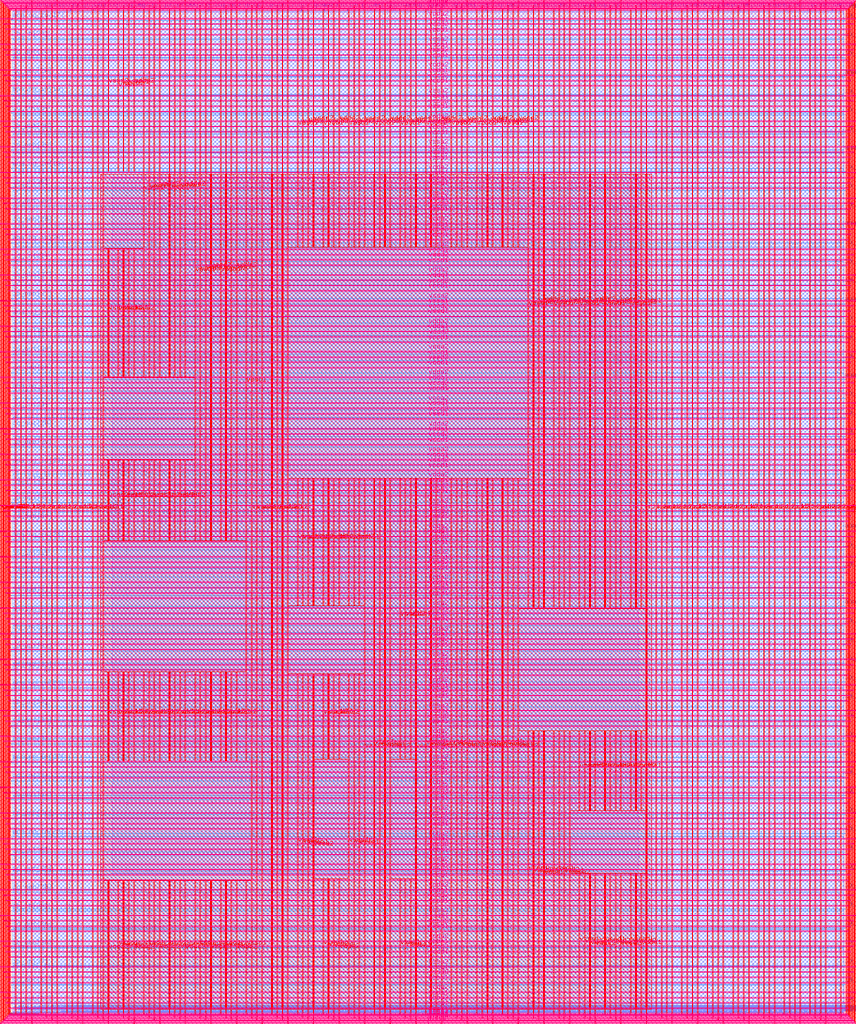
<source format=lef>
VERSION 5.7 ;
  NOWIREEXTENSIONATPIN ON ;
  DIVIDERCHAR "/" ;
  BUSBITCHARS "[]" ;
MACRO user_project_wrapper
  CLASS BLOCK ;
  FOREIGN user_project_wrapper ;
  ORIGIN 0.000 0.000 ;
  SIZE 2920.000 BY 3520.000 ;
  PIN analog_io[0]
    DIRECTION INOUT ;
    USE SIGNAL ;
    PORT
      LAYER met3 ;
        RECT 2917.600 1426.380 2924.800 1427.580 ;
    END
  END analog_io[0]
  PIN analog_io[10]
    DIRECTION INOUT ;
    USE SIGNAL ;
    PORT
      LAYER met2 ;
        RECT 2230.490 3517.600 2231.050 3524.800 ;
    END
  END analog_io[10]
  PIN analog_io[11]
    DIRECTION INOUT ;
    USE SIGNAL ;
    PORT
      LAYER met2 ;
        RECT 1905.730 3517.600 1906.290 3524.800 ;
    END
  END analog_io[11]
  PIN analog_io[12]
    DIRECTION INOUT ;
    USE SIGNAL ;
    PORT
      LAYER met2 ;
        RECT 1581.430 3517.600 1581.990 3524.800 ;
    END
  END analog_io[12]
  PIN analog_io[13]
    DIRECTION INOUT ;
    USE SIGNAL ;
    PORT
      LAYER met2 ;
        RECT 1257.130 3517.600 1257.690 3524.800 ;
    END
  END analog_io[13]
  PIN analog_io[14]
    DIRECTION INOUT ;
    USE SIGNAL ;
    PORT
      LAYER met2 ;
        RECT 932.370 3517.600 932.930 3524.800 ;
    END
  END analog_io[14]
  PIN analog_io[15]
    DIRECTION INOUT ;
    USE SIGNAL ;
    PORT
      LAYER met2 ;
        RECT 608.070 3517.600 608.630 3524.800 ;
    END
  END analog_io[15]
  PIN analog_io[16]
    DIRECTION INOUT ;
    USE SIGNAL ;
    PORT
      LAYER met2 ;
        RECT 283.770 3517.600 284.330 3524.800 ;
    END
  END analog_io[16]
  PIN analog_io[17]
    DIRECTION INOUT ;
    USE SIGNAL ;
    PORT
      LAYER met3 ;
        RECT -4.800 3486.100 2.400 3487.300 ;
    END
  END analog_io[17]
  PIN analog_io[18]
    DIRECTION INOUT ;
    USE SIGNAL ;
    PORT
      LAYER met3 ;
        RECT -4.800 3224.980 2.400 3226.180 ;
    END
  END analog_io[18]
  PIN analog_io[19]
    DIRECTION INOUT ;
    USE SIGNAL ;
    PORT
      LAYER met3 ;
        RECT -4.800 2964.540 2.400 2965.740 ;
    END
  END analog_io[19]
  PIN analog_io[1]
    DIRECTION INOUT ;
    USE SIGNAL ;
    PORT
      LAYER met3 ;
        RECT 2917.600 1692.260 2924.800 1693.460 ;
    END
  END analog_io[1]
  PIN analog_io[20]
    DIRECTION INOUT ;
    USE SIGNAL ;
    PORT
      LAYER met3 ;
        RECT -4.800 2703.420 2.400 2704.620 ;
    END
  END analog_io[20]
  PIN analog_io[21]
    DIRECTION INOUT ;
    USE SIGNAL ;
    PORT
      LAYER met3 ;
        RECT -4.800 2442.980 2.400 2444.180 ;
    END
  END analog_io[21]
  PIN analog_io[22]
    DIRECTION INOUT ;
    USE SIGNAL ;
    PORT
      LAYER met3 ;
        RECT -4.800 2182.540 2.400 2183.740 ;
    END
  END analog_io[22]
  PIN analog_io[23]
    DIRECTION INOUT ;
    USE SIGNAL ;
    PORT
      LAYER met3 ;
        RECT -4.800 1921.420 2.400 1922.620 ;
    END
  END analog_io[23]
  PIN analog_io[24]
    DIRECTION INOUT ;
    USE SIGNAL ;
    PORT
      LAYER met3 ;
        RECT -4.800 1660.980 2.400 1662.180 ;
    END
  END analog_io[24]
  PIN analog_io[25]
    DIRECTION INOUT ;
    USE SIGNAL ;
    PORT
      LAYER met3 ;
        RECT -4.800 1399.860 2.400 1401.060 ;
    END
  END analog_io[25]
  PIN analog_io[26]
    DIRECTION INOUT ;
    USE SIGNAL ;
    PORT
      LAYER met3 ;
        RECT -4.800 1139.420 2.400 1140.620 ;
    END
  END analog_io[26]
  PIN analog_io[27]
    DIRECTION INOUT ;
    USE SIGNAL ;
    PORT
      LAYER met3 ;
        RECT -4.800 878.980 2.400 880.180 ;
    END
  END analog_io[27]
  PIN analog_io[28]
    DIRECTION INOUT ;
    USE SIGNAL ;
    PORT
      LAYER met3 ;
        RECT -4.800 617.860 2.400 619.060 ;
    END
  END analog_io[28]
  PIN analog_io[2]
    DIRECTION INOUT ;
    USE SIGNAL ;
    PORT
      LAYER met3 ;
        RECT 2917.600 1958.140 2924.800 1959.340 ;
    END
  END analog_io[2]
  PIN analog_io[3]
    DIRECTION INOUT ;
    USE SIGNAL ;
    PORT
      LAYER met3 ;
        RECT 2917.600 2223.340 2924.800 2224.540 ;
    END
  END analog_io[3]
  PIN analog_io[4]
    DIRECTION INOUT ;
    USE SIGNAL ;
    PORT
      LAYER met3 ;
        RECT 2917.600 2489.220 2924.800 2490.420 ;
    END
  END analog_io[4]
  PIN analog_io[5]
    DIRECTION INOUT ;
    USE SIGNAL ;
    PORT
      LAYER met3 ;
        RECT 2917.600 2755.100 2924.800 2756.300 ;
    END
  END analog_io[5]
  PIN analog_io[6]
    DIRECTION INOUT ;
    USE SIGNAL ;
    PORT
      LAYER met3 ;
        RECT 2917.600 3020.300 2924.800 3021.500 ;
    END
  END analog_io[6]
  PIN analog_io[7]
    DIRECTION INOUT ;
    USE SIGNAL ;
    PORT
      LAYER met3 ;
        RECT 2917.600 3286.180 2924.800 3287.380 ;
    END
  END analog_io[7]
  PIN analog_io[8]
    DIRECTION INOUT ;
    USE SIGNAL ;
    PORT
      LAYER met2 ;
        RECT 2879.090 3517.600 2879.650 3524.800 ;
    END
  END analog_io[8]
  PIN analog_io[9]
    DIRECTION INOUT ;
    USE SIGNAL ;
    PORT
      LAYER met2 ;
        RECT 2554.790 3517.600 2555.350 3524.800 ;
    END
  END analog_io[9]
  PIN io_in[0]
    DIRECTION INPUT ;
    USE SIGNAL ;
    PORT
      LAYER met3 ;
        RECT 2917.600 32.380 2924.800 33.580 ;
    END
  END io_in[0]
  PIN io_in[10]
    DIRECTION INPUT ;
    USE SIGNAL ;
    PORT
      LAYER met3 ;
        RECT 2917.600 2289.980 2924.800 2291.180 ;
    END
  END io_in[10]
  PIN io_in[11]
    DIRECTION INPUT ;
    USE SIGNAL ;
    PORT
      LAYER met3 ;
        RECT 2917.600 2555.860 2924.800 2557.060 ;
    END
  END io_in[11]
  PIN io_in[12]
    DIRECTION INPUT ;
    USE SIGNAL ;
    PORT
      LAYER met3 ;
        RECT 2917.600 2821.060 2924.800 2822.260 ;
    END
  END io_in[12]
  PIN io_in[13]
    DIRECTION INPUT ;
    USE SIGNAL ;
    PORT
      LAYER met3 ;
        RECT 2917.600 3086.940 2924.800 3088.140 ;
    END
  END io_in[13]
  PIN io_in[14]
    DIRECTION INPUT ;
    USE SIGNAL ;
    PORT
      LAYER met3 ;
        RECT 2917.600 3352.820 2924.800 3354.020 ;
    END
  END io_in[14]
  PIN io_in[15]
    DIRECTION INPUT ;
    USE SIGNAL ;
    PORT
      LAYER met2 ;
        RECT 2798.130 3517.600 2798.690 3524.800 ;
    END
  END io_in[15]
  PIN io_in[16]
    DIRECTION INPUT ;
    USE SIGNAL ;
    PORT
      LAYER met2 ;
        RECT 2473.830 3517.600 2474.390 3524.800 ;
    END
  END io_in[16]
  PIN io_in[17]
    DIRECTION INPUT ;
    USE SIGNAL ;
    PORT
      LAYER met2 ;
        RECT 2149.070 3517.600 2149.630 3524.800 ;
    END
  END io_in[17]
  PIN io_in[18]
    DIRECTION INPUT ;
    USE SIGNAL ;
    PORT
      LAYER met2 ;
        RECT 1824.770 3517.600 1825.330 3524.800 ;
    END
  END io_in[18]
  PIN io_in[19]
    DIRECTION INPUT ;
    USE SIGNAL ;
    PORT
      LAYER met2 ;
        RECT 1500.470 3517.600 1501.030 3524.800 ;
    END
  END io_in[19]
  PIN io_in[1]
    DIRECTION INPUT ;
    USE SIGNAL ;
    PORT
      LAYER met3 ;
        RECT 2917.600 230.940 2924.800 232.140 ;
    END
  END io_in[1]
  PIN io_in[20]
    DIRECTION INPUT ;
    USE SIGNAL ;
    PORT
      LAYER met2 ;
        RECT 1175.710 3517.600 1176.270 3524.800 ;
    END
  END io_in[20]
  PIN io_in[21]
    DIRECTION INPUT ;
    USE SIGNAL ;
    PORT
      LAYER met2 ;
        RECT 851.410 3517.600 851.970 3524.800 ;
    END
  END io_in[21]
  PIN io_in[22]
    DIRECTION INPUT ;
    USE SIGNAL ;
    PORT
      LAYER met2 ;
        RECT 527.110 3517.600 527.670 3524.800 ;
    END
  END io_in[22]
  PIN io_in[23]
    DIRECTION INPUT ;
    USE SIGNAL ;
    PORT
      LAYER met2 ;
        RECT 202.350 3517.600 202.910 3524.800 ;
    END
  END io_in[23]
  PIN io_in[24]
    DIRECTION INPUT ;
    USE SIGNAL ;
    PORT
      LAYER met3 ;
        RECT -4.800 3420.820 2.400 3422.020 ;
    END
  END io_in[24]
  PIN io_in[25]
    DIRECTION INPUT ;
    USE SIGNAL ;
    PORT
      LAYER met3 ;
        RECT -4.800 3159.700 2.400 3160.900 ;
    END
  END io_in[25]
  PIN io_in[26]
    DIRECTION INPUT ;
    USE SIGNAL ;
    PORT
      LAYER met3 ;
        RECT -4.800 2899.260 2.400 2900.460 ;
    END
  END io_in[26]
  PIN io_in[27]
    DIRECTION INPUT ;
    USE SIGNAL ;
    PORT
      LAYER met3 ;
        RECT -4.800 2638.820 2.400 2640.020 ;
    END
  END io_in[27]
  PIN io_in[28]
    DIRECTION INPUT ;
    USE SIGNAL ;
    PORT
      LAYER met3 ;
        RECT -4.800 2377.700 2.400 2378.900 ;
    END
  END io_in[28]
  PIN io_in[29]
    DIRECTION INPUT ;
    USE SIGNAL ;
    PORT
      LAYER met3 ;
        RECT -4.800 2117.260 2.400 2118.460 ;
    END
  END io_in[29]
  PIN io_in[2]
    DIRECTION INPUT ;
    USE SIGNAL ;
    PORT
      LAYER met3 ;
        RECT 2917.600 430.180 2924.800 431.380 ;
    END
  END io_in[2]
  PIN io_in[30]
    DIRECTION INPUT ;
    USE SIGNAL ;
    PORT
      LAYER met3 ;
        RECT -4.800 1856.140 2.400 1857.340 ;
    END
  END io_in[30]
  PIN io_in[31]
    DIRECTION INPUT ;
    USE SIGNAL ;
    PORT
      LAYER met3 ;
        RECT -4.800 1595.700 2.400 1596.900 ;
    END
  END io_in[31]
  PIN io_in[32]
    DIRECTION INPUT ;
    USE SIGNAL ;
    PORT
      LAYER met3 ;
        RECT -4.800 1335.260 2.400 1336.460 ;
    END
  END io_in[32]
  PIN io_in[33]
    DIRECTION INPUT ;
    USE SIGNAL ;
    PORT
      LAYER met3 ;
        RECT -4.800 1074.140 2.400 1075.340 ;
    END
  END io_in[33]
  PIN io_in[34]
    DIRECTION INPUT ;
    USE SIGNAL ;
    PORT
      LAYER met3 ;
        RECT -4.800 813.700 2.400 814.900 ;
    END
  END io_in[34]
  PIN io_in[35]
    DIRECTION INPUT ;
    USE SIGNAL ;
    PORT
      LAYER met3 ;
        RECT -4.800 552.580 2.400 553.780 ;
    END
  END io_in[35]
  PIN io_in[36]
    DIRECTION INPUT ;
    USE SIGNAL ;
    PORT
      LAYER met3 ;
        RECT -4.800 357.420 2.400 358.620 ;
    END
  END io_in[36]
  PIN io_in[37]
    DIRECTION INPUT ;
    USE SIGNAL ;
    PORT
      LAYER met3 ;
        RECT -4.800 161.580 2.400 162.780 ;
    END
  END io_in[37]
  PIN io_in[3]
    DIRECTION INPUT ;
    USE SIGNAL ;
    PORT
      LAYER met3 ;
        RECT 2917.600 629.420 2924.800 630.620 ;
    END
  END io_in[3]
  PIN io_in[4]
    DIRECTION INPUT ;
    USE SIGNAL ;
    PORT
      LAYER met3 ;
        RECT 2917.600 828.660 2924.800 829.860 ;
    END
  END io_in[4]
  PIN io_in[5]
    DIRECTION INPUT ;
    USE SIGNAL ;
    PORT
      LAYER met3 ;
        RECT 2917.600 1027.900 2924.800 1029.100 ;
    END
  END io_in[5]
  PIN io_in[6]
    DIRECTION INPUT ;
    USE SIGNAL ;
    PORT
      LAYER met3 ;
        RECT 2917.600 1227.140 2924.800 1228.340 ;
    END
  END io_in[6]
  PIN io_in[7]
    DIRECTION INPUT ;
    USE SIGNAL ;
    PORT
      LAYER met3 ;
        RECT 2917.600 1493.020 2924.800 1494.220 ;
    END
  END io_in[7]
  PIN io_in[8]
    DIRECTION INPUT ;
    USE SIGNAL ;
    PORT
      LAYER met3 ;
        RECT 2917.600 1758.900 2924.800 1760.100 ;
    END
  END io_in[8]
  PIN io_in[9]
    DIRECTION INPUT ;
    USE SIGNAL ;
    PORT
      LAYER met3 ;
        RECT 2917.600 2024.100 2924.800 2025.300 ;
    END
  END io_in[9]
  PIN io_oeb[0]
    DIRECTION OUTPUT TRISTATE ;
    USE SIGNAL ;
    PORT
      LAYER met3 ;
        RECT 2917.600 164.980 2924.800 166.180 ;
    END
  END io_oeb[0]
  PIN io_oeb[10]
    DIRECTION OUTPUT TRISTATE ;
    USE SIGNAL ;
    PORT
      LAYER met3 ;
        RECT 2917.600 2422.580 2924.800 2423.780 ;
    END
  END io_oeb[10]
  PIN io_oeb[11]
    DIRECTION OUTPUT TRISTATE ;
    USE SIGNAL ;
    PORT
      LAYER met3 ;
        RECT 2917.600 2688.460 2924.800 2689.660 ;
    END
  END io_oeb[11]
  PIN io_oeb[12]
    DIRECTION OUTPUT TRISTATE ;
    USE SIGNAL ;
    PORT
      LAYER met3 ;
        RECT 2917.600 2954.340 2924.800 2955.540 ;
    END
  END io_oeb[12]
  PIN io_oeb[13]
    DIRECTION OUTPUT TRISTATE ;
    USE SIGNAL ;
    PORT
      LAYER met3 ;
        RECT 2917.600 3219.540 2924.800 3220.740 ;
    END
  END io_oeb[13]
  PIN io_oeb[14]
    DIRECTION OUTPUT TRISTATE ;
    USE SIGNAL ;
    PORT
      LAYER met3 ;
        RECT 2917.600 3485.420 2924.800 3486.620 ;
    END
  END io_oeb[14]
  PIN io_oeb[15]
    DIRECTION OUTPUT TRISTATE ;
    USE SIGNAL ;
    PORT
      LAYER met2 ;
        RECT 2635.750 3517.600 2636.310 3524.800 ;
    END
  END io_oeb[15]
  PIN io_oeb[16]
    DIRECTION OUTPUT TRISTATE ;
    USE SIGNAL ;
    PORT
      LAYER met2 ;
        RECT 2311.450 3517.600 2312.010 3524.800 ;
    END
  END io_oeb[16]
  PIN io_oeb[17]
    DIRECTION OUTPUT TRISTATE ;
    USE SIGNAL ;
    PORT
      LAYER met2 ;
        RECT 1987.150 3517.600 1987.710 3524.800 ;
    END
  END io_oeb[17]
  PIN io_oeb[18]
    DIRECTION OUTPUT TRISTATE ;
    USE SIGNAL ;
    PORT
      LAYER met2 ;
        RECT 1662.390 3517.600 1662.950 3524.800 ;
    END
  END io_oeb[18]
  PIN io_oeb[19]
    DIRECTION OUTPUT TRISTATE ;
    USE SIGNAL ;
    PORT
      LAYER met2 ;
        RECT 1338.090 3517.600 1338.650 3524.800 ;
    END
  END io_oeb[19]
  PIN io_oeb[1]
    DIRECTION OUTPUT TRISTATE ;
    USE SIGNAL ;
    PORT
      LAYER met3 ;
        RECT 2917.600 364.220 2924.800 365.420 ;
    END
  END io_oeb[1]
  PIN io_oeb[20]
    DIRECTION OUTPUT TRISTATE ;
    USE SIGNAL ;
    PORT
      LAYER met2 ;
        RECT 1013.790 3517.600 1014.350 3524.800 ;
    END
  END io_oeb[20]
  PIN io_oeb[21]
    DIRECTION OUTPUT TRISTATE ;
    USE SIGNAL ;
    PORT
      LAYER met2 ;
        RECT 689.030 3517.600 689.590 3524.800 ;
    END
  END io_oeb[21]
  PIN io_oeb[22]
    DIRECTION OUTPUT TRISTATE ;
    USE SIGNAL ;
    PORT
      LAYER met2 ;
        RECT 364.730 3517.600 365.290 3524.800 ;
    END
  END io_oeb[22]
  PIN io_oeb[23]
    DIRECTION OUTPUT TRISTATE ;
    USE SIGNAL ;
    PORT
      LAYER met2 ;
        RECT 40.430 3517.600 40.990 3524.800 ;
    END
  END io_oeb[23]
  PIN io_oeb[24]
    DIRECTION OUTPUT TRISTATE ;
    USE SIGNAL ;
    PORT
      LAYER met3 ;
        RECT -4.800 3290.260 2.400 3291.460 ;
    END
  END io_oeb[24]
  PIN io_oeb[25]
    DIRECTION OUTPUT TRISTATE ;
    USE SIGNAL ;
    PORT
      LAYER met3 ;
        RECT -4.800 3029.820 2.400 3031.020 ;
    END
  END io_oeb[25]
  PIN io_oeb[26]
    DIRECTION OUTPUT TRISTATE ;
    USE SIGNAL ;
    PORT
      LAYER met3 ;
        RECT -4.800 2768.700 2.400 2769.900 ;
    END
  END io_oeb[26]
  PIN io_oeb[27]
    DIRECTION OUTPUT TRISTATE ;
    USE SIGNAL ;
    PORT
      LAYER met3 ;
        RECT -4.800 2508.260 2.400 2509.460 ;
    END
  END io_oeb[27]
  PIN io_oeb[28]
    DIRECTION OUTPUT TRISTATE ;
    USE SIGNAL ;
    PORT
      LAYER met3 ;
        RECT -4.800 2247.140 2.400 2248.340 ;
    END
  END io_oeb[28]
  PIN io_oeb[29]
    DIRECTION OUTPUT TRISTATE ;
    USE SIGNAL ;
    PORT
      LAYER met3 ;
        RECT -4.800 1986.700 2.400 1987.900 ;
    END
  END io_oeb[29]
  PIN io_oeb[2]
    DIRECTION OUTPUT TRISTATE ;
    USE SIGNAL ;
    PORT
      LAYER met3 ;
        RECT 2917.600 563.460 2924.800 564.660 ;
    END
  END io_oeb[2]
  PIN io_oeb[30]
    DIRECTION OUTPUT TRISTATE ;
    USE SIGNAL ;
    PORT
      LAYER met3 ;
        RECT -4.800 1726.260 2.400 1727.460 ;
    END
  END io_oeb[30]
  PIN io_oeb[31]
    DIRECTION OUTPUT TRISTATE ;
    USE SIGNAL ;
    PORT
      LAYER met3 ;
        RECT -4.800 1465.140 2.400 1466.340 ;
    END
  END io_oeb[31]
  PIN io_oeb[32]
    DIRECTION OUTPUT TRISTATE ;
    USE SIGNAL ;
    PORT
      LAYER met3 ;
        RECT -4.800 1204.700 2.400 1205.900 ;
    END
  END io_oeb[32]
  PIN io_oeb[33]
    DIRECTION OUTPUT TRISTATE ;
    USE SIGNAL ;
    PORT
      LAYER met3 ;
        RECT -4.800 943.580 2.400 944.780 ;
    END
  END io_oeb[33]
  PIN io_oeb[34]
    DIRECTION OUTPUT TRISTATE ;
    USE SIGNAL ;
    PORT
      LAYER met3 ;
        RECT -4.800 683.140 2.400 684.340 ;
    END
  END io_oeb[34]
  PIN io_oeb[35]
    DIRECTION OUTPUT TRISTATE ;
    USE SIGNAL ;
    PORT
      LAYER met3 ;
        RECT -4.800 422.700 2.400 423.900 ;
    END
  END io_oeb[35]
  PIN io_oeb[36]
    DIRECTION OUTPUT TRISTATE ;
    USE SIGNAL ;
    PORT
      LAYER met3 ;
        RECT -4.800 226.860 2.400 228.060 ;
    END
  END io_oeb[36]
  PIN io_oeb[37]
    DIRECTION OUTPUT TRISTATE ;
    USE SIGNAL ;
    PORT
      LAYER met3 ;
        RECT -4.800 31.700 2.400 32.900 ;
    END
  END io_oeb[37]
  PIN io_oeb[3]
    DIRECTION OUTPUT TRISTATE ;
    USE SIGNAL ;
    PORT
      LAYER met3 ;
        RECT 2917.600 762.700 2924.800 763.900 ;
    END
  END io_oeb[3]
  PIN io_oeb[4]
    DIRECTION OUTPUT TRISTATE ;
    USE SIGNAL ;
    PORT
      LAYER met3 ;
        RECT 2917.600 961.940 2924.800 963.140 ;
    END
  END io_oeb[4]
  PIN io_oeb[5]
    DIRECTION OUTPUT TRISTATE ;
    USE SIGNAL ;
    PORT
      LAYER met3 ;
        RECT 2917.600 1161.180 2924.800 1162.380 ;
    END
  END io_oeb[5]
  PIN io_oeb[6]
    DIRECTION OUTPUT TRISTATE ;
    USE SIGNAL ;
    PORT
      LAYER met3 ;
        RECT 2917.600 1360.420 2924.800 1361.620 ;
    END
  END io_oeb[6]
  PIN io_oeb[7]
    DIRECTION OUTPUT TRISTATE ;
    USE SIGNAL ;
    PORT
      LAYER met3 ;
        RECT 2917.600 1625.620 2924.800 1626.820 ;
    END
  END io_oeb[7]
  PIN io_oeb[8]
    DIRECTION OUTPUT TRISTATE ;
    USE SIGNAL ;
    PORT
      LAYER met3 ;
        RECT 2917.600 1891.500 2924.800 1892.700 ;
    END
  END io_oeb[8]
  PIN io_oeb[9]
    DIRECTION OUTPUT TRISTATE ;
    USE SIGNAL ;
    PORT
      LAYER met3 ;
        RECT 2917.600 2157.380 2924.800 2158.580 ;
    END
  END io_oeb[9]
  PIN io_out[0]
    DIRECTION OUTPUT TRISTATE ;
    USE SIGNAL ;
    PORT
      LAYER met3 ;
        RECT 2917.600 98.340 2924.800 99.540 ;
    END
  END io_out[0]
  PIN io_out[10]
    DIRECTION OUTPUT TRISTATE ;
    USE SIGNAL ;
    PORT
      LAYER met3 ;
        RECT 2917.600 2356.620 2924.800 2357.820 ;
    END
  END io_out[10]
  PIN io_out[11]
    DIRECTION OUTPUT TRISTATE ;
    USE SIGNAL ;
    PORT
      LAYER met3 ;
        RECT 2917.600 2621.820 2924.800 2623.020 ;
    END
  END io_out[11]
  PIN io_out[12]
    DIRECTION OUTPUT TRISTATE ;
    USE SIGNAL ;
    PORT
      LAYER met3 ;
        RECT 2917.600 2887.700 2924.800 2888.900 ;
    END
  END io_out[12]
  PIN io_out[13]
    DIRECTION OUTPUT TRISTATE ;
    USE SIGNAL ;
    PORT
      LAYER met3 ;
        RECT 2917.600 3153.580 2924.800 3154.780 ;
    END
  END io_out[13]
  PIN io_out[14]
    DIRECTION OUTPUT TRISTATE ;
    USE SIGNAL ;
    PORT
      LAYER met3 ;
        RECT 2917.600 3418.780 2924.800 3419.980 ;
    END
  END io_out[14]
  PIN io_out[15]
    DIRECTION OUTPUT TRISTATE ;
    USE SIGNAL ;
    PORT
      LAYER met2 ;
        RECT 2717.170 3517.600 2717.730 3524.800 ;
    END
  END io_out[15]
  PIN io_out[16]
    DIRECTION OUTPUT TRISTATE ;
    USE SIGNAL ;
    PORT
      LAYER met2 ;
        RECT 2392.410 3517.600 2392.970 3524.800 ;
    END
  END io_out[16]
  PIN io_out[17]
    DIRECTION OUTPUT TRISTATE ;
    USE SIGNAL ;
    PORT
      LAYER met2 ;
        RECT 2068.110 3517.600 2068.670 3524.800 ;
    END
  END io_out[17]
  PIN io_out[18]
    DIRECTION OUTPUT TRISTATE ;
    USE SIGNAL ;
    PORT
      LAYER met2 ;
        RECT 1743.810 3517.600 1744.370 3524.800 ;
    END
  END io_out[18]
  PIN io_out[19]
    DIRECTION OUTPUT TRISTATE ;
    USE SIGNAL ;
    PORT
      LAYER met2 ;
        RECT 1419.050 3517.600 1419.610 3524.800 ;
    END
  END io_out[19]
  PIN io_out[1]
    DIRECTION OUTPUT TRISTATE ;
    USE SIGNAL ;
    PORT
      LAYER met3 ;
        RECT 2917.600 297.580 2924.800 298.780 ;
    END
  END io_out[1]
  PIN io_out[20]
    DIRECTION OUTPUT TRISTATE ;
    USE SIGNAL ;
    PORT
      LAYER met2 ;
        RECT 1094.750 3517.600 1095.310 3524.800 ;
    END
  END io_out[20]
  PIN io_out[21]
    DIRECTION OUTPUT TRISTATE ;
    USE SIGNAL ;
    PORT
      LAYER met2 ;
        RECT 770.450 3517.600 771.010 3524.800 ;
    END
  END io_out[21]
  PIN io_out[22]
    DIRECTION OUTPUT TRISTATE ;
    USE SIGNAL ;
    PORT
      LAYER met2 ;
        RECT 445.690 3517.600 446.250 3524.800 ;
    END
  END io_out[22]
  PIN io_out[23]
    DIRECTION OUTPUT TRISTATE ;
    USE SIGNAL ;
    PORT
      LAYER met2 ;
        RECT 121.390 3517.600 121.950 3524.800 ;
    END
  END io_out[23]
  PIN io_out[24]
    DIRECTION OUTPUT TRISTATE ;
    USE SIGNAL ;
    PORT
      LAYER met3 ;
        RECT -4.800 3355.540 2.400 3356.740 ;
    END
  END io_out[24]
  PIN io_out[25]
    DIRECTION OUTPUT TRISTATE ;
    USE SIGNAL ;
    PORT
      LAYER met3 ;
        RECT -4.800 3095.100 2.400 3096.300 ;
    END
  END io_out[25]
  PIN io_out[26]
    DIRECTION OUTPUT TRISTATE ;
    USE SIGNAL ;
    PORT
      LAYER met3 ;
        RECT -4.800 2833.980 2.400 2835.180 ;
    END
  END io_out[26]
  PIN io_out[27]
    DIRECTION OUTPUT TRISTATE ;
    USE SIGNAL ;
    PORT
      LAYER met3 ;
        RECT -4.800 2573.540 2.400 2574.740 ;
    END
  END io_out[27]
  PIN io_out[28]
    DIRECTION OUTPUT TRISTATE ;
    USE SIGNAL ;
    PORT
      LAYER met3 ;
        RECT -4.800 2312.420 2.400 2313.620 ;
    END
  END io_out[28]
  PIN io_out[29]
    DIRECTION OUTPUT TRISTATE ;
    USE SIGNAL ;
    PORT
      LAYER met3 ;
        RECT -4.800 2051.980 2.400 2053.180 ;
    END
  END io_out[29]
  PIN io_out[2]
    DIRECTION OUTPUT TRISTATE ;
    USE SIGNAL ;
    PORT
      LAYER met3 ;
        RECT 2917.600 496.820 2924.800 498.020 ;
    END
  END io_out[2]
  PIN io_out[30]
    DIRECTION OUTPUT TRISTATE ;
    USE SIGNAL ;
    PORT
      LAYER met3 ;
        RECT -4.800 1791.540 2.400 1792.740 ;
    END
  END io_out[30]
  PIN io_out[31]
    DIRECTION OUTPUT TRISTATE ;
    USE SIGNAL ;
    PORT
      LAYER met3 ;
        RECT -4.800 1530.420 2.400 1531.620 ;
    END
  END io_out[31]
  PIN io_out[32]
    DIRECTION OUTPUT TRISTATE ;
    USE SIGNAL ;
    PORT
      LAYER met3 ;
        RECT -4.800 1269.980 2.400 1271.180 ;
    END
  END io_out[32]
  PIN io_out[33]
    DIRECTION OUTPUT TRISTATE ;
    USE SIGNAL ;
    PORT
      LAYER met3 ;
        RECT -4.800 1008.860 2.400 1010.060 ;
    END
  END io_out[33]
  PIN io_out[34]
    DIRECTION OUTPUT TRISTATE ;
    USE SIGNAL ;
    PORT
      LAYER met3 ;
        RECT -4.800 748.420 2.400 749.620 ;
    END
  END io_out[34]
  PIN io_out[35]
    DIRECTION OUTPUT TRISTATE ;
    USE SIGNAL ;
    PORT
      LAYER met3 ;
        RECT -4.800 487.300 2.400 488.500 ;
    END
  END io_out[35]
  PIN io_out[36]
    DIRECTION OUTPUT TRISTATE ;
    USE SIGNAL ;
    PORT
      LAYER met3 ;
        RECT -4.800 292.140 2.400 293.340 ;
    END
  END io_out[36]
  PIN io_out[37]
    DIRECTION OUTPUT TRISTATE ;
    USE SIGNAL ;
    PORT
      LAYER met3 ;
        RECT -4.800 96.300 2.400 97.500 ;
    END
  END io_out[37]
  PIN io_out[3]
    DIRECTION OUTPUT TRISTATE ;
    USE SIGNAL ;
    PORT
      LAYER met3 ;
        RECT 2917.600 696.060 2924.800 697.260 ;
    END
  END io_out[3]
  PIN io_out[4]
    DIRECTION OUTPUT TRISTATE ;
    USE SIGNAL ;
    PORT
      LAYER met3 ;
        RECT 2917.600 895.300 2924.800 896.500 ;
    END
  END io_out[4]
  PIN io_out[5]
    DIRECTION OUTPUT TRISTATE ;
    USE SIGNAL ;
    PORT
      LAYER met3 ;
        RECT 2917.600 1094.540 2924.800 1095.740 ;
    END
  END io_out[5]
  PIN io_out[6]
    DIRECTION OUTPUT TRISTATE ;
    USE SIGNAL ;
    PORT
      LAYER met3 ;
        RECT 2917.600 1293.780 2924.800 1294.980 ;
    END
  END io_out[6]
  PIN io_out[7]
    DIRECTION OUTPUT TRISTATE ;
    USE SIGNAL ;
    PORT
      LAYER met3 ;
        RECT 2917.600 1559.660 2924.800 1560.860 ;
    END
  END io_out[7]
  PIN io_out[8]
    DIRECTION OUTPUT TRISTATE ;
    USE SIGNAL ;
    PORT
      LAYER met3 ;
        RECT 2917.600 1824.860 2924.800 1826.060 ;
    END
  END io_out[8]
  PIN io_out[9]
    DIRECTION OUTPUT TRISTATE ;
    USE SIGNAL ;
    PORT
      LAYER met3 ;
        RECT 2917.600 2090.740 2924.800 2091.940 ;
    END
  END io_out[9]
  PIN la_data_in[0]
    DIRECTION INPUT ;
    USE SIGNAL ;
    PORT
      LAYER met2 ;
        RECT 629.230 -4.800 629.790 2.400 ;
    END
  END la_data_in[0]
  PIN la_data_in[100]
    DIRECTION INPUT ;
    USE SIGNAL ;
    PORT
      LAYER met2 ;
        RECT 2402.530 -4.800 2403.090 2.400 ;
    END
  END la_data_in[100]
  PIN la_data_in[101]
    DIRECTION INPUT ;
    USE SIGNAL ;
    PORT
      LAYER met2 ;
        RECT 2420.010 -4.800 2420.570 2.400 ;
    END
  END la_data_in[101]
  PIN la_data_in[102]
    DIRECTION INPUT ;
    USE SIGNAL ;
    PORT
      LAYER met2 ;
        RECT 2437.950 -4.800 2438.510 2.400 ;
    END
  END la_data_in[102]
  PIN la_data_in[103]
    DIRECTION INPUT ;
    USE SIGNAL ;
    PORT
      LAYER met2 ;
        RECT 2455.430 -4.800 2455.990 2.400 ;
    END
  END la_data_in[103]
  PIN la_data_in[104]
    DIRECTION INPUT ;
    USE SIGNAL ;
    PORT
      LAYER met2 ;
        RECT 2473.370 -4.800 2473.930 2.400 ;
    END
  END la_data_in[104]
  PIN la_data_in[105]
    DIRECTION INPUT ;
    USE SIGNAL ;
    PORT
      LAYER met2 ;
        RECT 2490.850 -4.800 2491.410 2.400 ;
    END
  END la_data_in[105]
  PIN la_data_in[106]
    DIRECTION INPUT ;
    USE SIGNAL ;
    PORT
      LAYER met2 ;
        RECT 2508.790 -4.800 2509.350 2.400 ;
    END
  END la_data_in[106]
  PIN la_data_in[107]
    DIRECTION INPUT ;
    USE SIGNAL ;
    PORT
      LAYER met2 ;
        RECT 2526.730 -4.800 2527.290 2.400 ;
    END
  END la_data_in[107]
  PIN la_data_in[108]
    DIRECTION INPUT ;
    USE SIGNAL ;
    PORT
      LAYER met2 ;
        RECT 2544.210 -4.800 2544.770 2.400 ;
    END
  END la_data_in[108]
  PIN la_data_in[109]
    DIRECTION INPUT ;
    USE SIGNAL ;
    PORT
      LAYER met2 ;
        RECT 2562.150 -4.800 2562.710 2.400 ;
    END
  END la_data_in[109]
  PIN la_data_in[10]
    DIRECTION INPUT ;
    USE SIGNAL ;
    PORT
      LAYER met2 ;
        RECT 806.330 -4.800 806.890 2.400 ;
    END
  END la_data_in[10]
  PIN la_data_in[110]
    DIRECTION INPUT ;
    USE SIGNAL ;
    PORT
      LAYER met2 ;
        RECT 2579.630 -4.800 2580.190 2.400 ;
    END
  END la_data_in[110]
  PIN la_data_in[111]
    DIRECTION INPUT ;
    USE SIGNAL ;
    PORT
      LAYER met2 ;
        RECT 2597.570 -4.800 2598.130 2.400 ;
    END
  END la_data_in[111]
  PIN la_data_in[112]
    DIRECTION INPUT ;
    USE SIGNAL ;
    PORT
      LAYER met2 ;
        RECT 2615.050 -4.800 2615.610 2.400 ;
    END
  END la_data_in[112]
  PIN la_data_in[113]
    DIRECTION INPUT ;
    USE SIGNAL ;
    PORT
      LAYER met2 ;
        RECT 2632.990 -4.800 2633.550 2.400 ;
    END
  END la_data_in[113]
  PIN la_data_in[114]
    DIRECTION INPUT ;
    USE SIGNAL ;
    PORT
      LAYER met2 ;
        RECT 2650.470 -4.800 2651.030 2.400 ;
    END
  END la_data_in[114]
  PIN la_data_in[115]
    DIRECTION INPUT ;
    USE SIGNAL ;
    PORT
      LAYER met2 ;
        RECT 2668.410 -4.800 2668.970 2.400 ;
    END
  END la_data_in[115]
  PIN la_data_in[116]
    DIRECTION INPUT ;
    USE SIGNAL ;
    PORT
      LAYER met2 ;
        RECT 2685.890 -4.800 2686.450 2.400 ;
    END
  END la_data_in[116]
  PIN la_data_in[117]
    DIRECTION INPUT ;
    USE SIGNAL ;
    PORT
      LAYER met2 ;
        RECT 2703.830 -4.800 2704.390 2.400 ;
    END
  END la_data_in[117]
  PIN la_data_in[118]
    DIRECTION INPUT ;
    USE SIGNAL ;
    PORT
      LAYER met2 ;
        RECT 2721.770 -4.800 2722.330 2.400 ;
    END
  END la_data_in[118]
  PIN la_data_in[119]
    DIRECTION INPUT ;
    USE SIGNAL ;
    PORT
      LAYER met2 ;
        RECT 2739.250 -4.800 2739.810 2.400 ;
    END
  END la_data_in[119]
  PIN la_data_in[11]
    DIRECTION INPUT ;
    USE SIGNAL ;
    PORT
      LAYER met2 ;
        RECT 824.270 -4.800 824.830 2.400 ;
    END
  END la_data_in[11]
  PIN la_data_in[120]
    DIRECTION INPUT ;
    USE SIGNAL ;
    PORT
      LAYER met2 ;
        RECT 2757.190 -4.800 2757.750 2.400 ;
    END
  END la_data_in[120]
  PIN la_data_in[121]
    DIRECTION INPUT ;
    USE SIGNAL ;
    PORT
      LAYER met2 ;
        RECT 2774.670 -4.800 2775.230 2.400 ;
    END
  END la_data_in[121]
  PIN la_data_in[122]
    DIRECTION INPUT ;
    USE SIGNAL ;
    PORT
      LAYER met2 ;
        RECT 2792.610 -4.800 2793.170 2.400 ;
    END
  END la_data_in[122]
  PIN la_data_in[123]
    DIRECTION INPUT ;
    USE SIGNAL ;
    PORT
      LAYER met2 ;
        RECT 2810.090 -4.800 2810.650 2.400 ;
    END
  END la_data_in[123]
  PIN la_data_in[124]
    DIRECTION INPUT ;
    USE SIGNAL ;
    PORT
      LAYER met2 ;
        RECT 2828.030 -4.800 2828.590 2.400 ;
    END
  END la_data_in[124]
  PIN la_data_in[125]
    DIRECTION INPUT ;
    USE SIGNAL ;
    PORT
      LAYER met2 ;
        RECT 2845.510 -4.800 2846.070 2.400 ;
    END
  END la_data_in[125]
  PIN la_data_in[126]
    DIRECTION INPUT ;
    USE SIGNAL ;
    PORT
      LAYER met2 ;
        RECT 2863.450 -4.800 2864.010 2.400 ;
    END
  END la_data_in[126]
  PIN la_data_in[127]
    DIRECTION INPUT ;
    USE SIGNAL ;
    PORT
      LAYER met2 ;
        RECT 2881.390 -4.800 2881.950 2.400 ;
    END
  END la_data_in[127]
  PIN la_data_in[12]
    DIRECTION INPUT ;
    USE SIGNAL ;
    PORT
      LAYER met2 ;
        RECT 841.750 -4.800 842.310 2.400 ;
    END
  END la_data_in[12]
  PIN la_data_in[13]
    DIRECTION INPUT ;
    USE SIGNAL ;
    PORT
      LAYER met2 ;
        RECT 859.690 -4.800 860.250 2.400 ;
    END
  END la_data_in[13]
  PIN la_data_in[14]
    DIRECTION INPUT ;
    USE SIGNAL ;
    PORT
      LAYER met2 ;
        RECT 877.170 -4.800 877.730 2.400 ;
    END
  END la_data_in[14]
  PIN la_data_in[15]
    DIRECTION INPUT ;
    USE SIGNAL ;
    PORT
      LAYER met2 ;
        RECT 895.110 -4.800 895.670 2.400 ;
    END
  END la_data_in[15]
  PIN la_data_in[16]
    DIRECTION INPUT ;
    USE SIGNAL ;
    PORT
      LAYER met2 ;
        RECT 912.590 -4.800 913.150 2.400 ;
    END
  END la_data_in[16]
  PIN la_data_in[17]
    DIRECTION INPUT ;
    USE SIGNAL ;
    PORT
      LAYER met2 ;
        RECT 930.530 -4.800 931.090 2.400 ;
    END
  END la_data_in[17]
  PIN la_data_in[18]
    DIRECTION INPUT ;
    USE SIGNAL ;
    PORT
      LAYER met2 ;
        RECT 948.470 -4.800 949.030 2.400 ;
    END
  END la_data_in[18]
  PIN la_data_in[19]
    DIRECTION INPUT ;
    USE SIGNAL ;
    PORT
      LAYER met2 ;
        RECT 965.950 -4.800 966.510 2.400 ;
    END
  END la_data_in[19]
  PIN la_data_in[1]
    DIRECTION INPUT ;
    USE SIGNAL ;
    PORT
      LAYER met2 ;
        RECT 646.710 -4.800 647.270 2.400 ;
    END
  END la_data_in[1]
  PIN la_data_in[20]
    DIRECTION INPUT ;
    USE SIGNAL ;
    PORT
      LAYER met2 ;
        RECT 983.890 -4.800 984.450 2.400 ;
    END
  END la_data_in[20]
  PIN la_data_in[21]
    DIRECTION INPUT ;
    USE SIGNAL ;
    PORT
      LAYER met2 ;
        RECT 1001.370 -4.800 1001.930 2.400 ;
    END
  END la_data_in[21]
  PIN la_data_in[22]
    DIRECTION INPUT ;
    USE SIGNAL ;
    PORT
      LAYER met2 ;
        RECT 1019.310 -4.800 1019.870 2.400 ;
    END
  END la_data_in[22]
  PIN la_data_in[23]
    DIRECTION INPUT ;
    USE SIGNAL ;
    PORT
      LAYER met2 ;
        RECT 1036.790 -4.800 1037.350 2.400 ;
    END
  END la_data_in[23]
  PIN la_data_in[24]
    DIRECTION INPUT ;
    USE SIGNAL ;
    PORT
      LAYER met2 ;
        RECT 1054.730 -4.800 1055.290 2.400 ;
    END
  END la_data_in[24]
  PIN la_data_in[25]
    DIRECTION INPUT ;
    USE SIGNAL ;
    PORT
      LAYER met2 ;
        RECT 1072.210 -4.800 1072.770 2.400 ;
    END
  END la_data_in[25]
  PIN la_data_in[26]
    DIRECTION INPUT ;
    USE SIGNAL ;
    PORT
      LAYER met2 ;
        RECT 1090.150 -4.800 1090.710 2.400 ;
    END
  END la_data_in[26]
  PIN la_data_in[27]
    DIRECTION INPUT ;
    USE SIGNAL ;
    PORT
      LAYER met2 ;
        RECT 1107.630 -4.800 1108.190 2.400 ;
    END
  END la_data_in[27]
  PIN la_data_in[28]
    DIRECTION INPUT ;
    USE SIGNAL ;
    PORT
      LAYER met2 ;
        RECT 1125.570 -4.800 1126.130 2.400 ;
    END
  END la_data_in[28]
  PIN la_data_in[29]
    DIRECTION INPUT ;
    USE SIGNAL ;
    PORT
      LAYER met2 ;
        RECT 1143.510 -4.800 1144.070 2.400 ;
    END
  END la_data_in[29]
  PIN la_data_in[2]
    DIRECTION INPUT ;
    USE SIGNAL ;
    PORT
      LAYER met2 ;
        RECT 664.650 -4.800 665.210 2.400 ;
    END
  END la_data_in[2]
  PIN la_data_in[30]
    DIRECTION INPUT ;
    USE SIGNAL ;
    PORT
      LAYER met2 ;
        RECT 1160.990 -4.800 1161.550 2.400 ;
    END
  END la_data_in[30]
  PIN la_data_in[31]
    DIRECTION INPUT ;
    USE SIGNAL ;
    PORT
      LAYER met2 ;
        RECT 1178.930 -4.800 1179.490 2.400 ;
    END
  END la_data_in[31]
  PIN la_data_in[32]
    DIRECTION INPUT ;
    USE SIGNAL ;
    PORT
      LAYER met2 ;
        RECT 1196.410 -4.800 1196.970 2.400 ;
    END
  END la_data_in[32]
  PIN la_data_in[33]
    DIRECTION INPUT ;
    USE SIGNAL ;
    PORT
      LAYER met2 ;
        RECT 1214.350 -4.800 1214.910 2.400 ;
    END
  END la_data_in[33]
  PIN la_data_in[34]
    DIRECTION INPUT ;
    USE SIGNAL ;
    PORT
      LAYER met2 ;
        RECT 1231.830 -4.800 1232.390 2.400 ;
    END
  END la_data_in[34]
  PIN la_data_in[35]
    DIRECTION INPUT ;
    USE SIGNAL ;
    PORT
      LAYER met2 ;
        RECT 1249.770 -4.800 1250.330 2.400 ;
    END
  END la_data_in[35]
  PIN la_data_in[36]
    DIRECTION INPUT ;
    USE SIGNAL ;
    PORT
      LAYER met2 ;
        RECT 1267.250 -4.800 1267.810 2.400 ;
    END
  END la_data_in[36]
  PIN la_data_in[37]
    DIRECTION INPUT ;
    USE SIGNAL ;
    PORT
      LAYER met2 ;
        RECT 1285.190 -4.800 1285.750 2.400 ;
    END
  END la_data_in[37]
  PIN la_data_in[38]
    DIRECTION INPUT ;
    USE SIGNAL ;
    PORT
      LAYER met2 ;
        RECT 1303.130 -4.800 1303.690 2.400 ;
    END
  END la_data_in[38]
  PIN la_data_in[39]
    DIRECTION INPUT ;
    USE SIGNAL ;
    PORT
      LAYER met2 ;
        RECT 1320.610 -4.800 1321.170 2.400 ;
    END
  END la_data_in[39]
  PIN la_data_in[3]
    DIRECTION INPUT ;
    USE SIGNAL ;
    PORT
      LAYER met2 ;
        RECT 682.130 -4.800 682.690 2.400 ;
    END
  END la_data_in[3]
  PIN la_data_in[40]
    DIRECTION INPUT ;
    USE SIGNAL ;
    PORT
      LAYER met2 ;
        RECT 1338.550 -4.800 1339.110 2.400 ;
    END
  END la_data_in[40]
  PIN la_data_in[41]
    DIRECTION INPUT ;
    USE SIGNAL ;
    PORT
      LAYER met2 ;
        RECT 1356.030 -4.800 1356.590 2.400 ;
    END
  END la_data_in[41]
  PIN la_data_in[42]
    DIRECTION INPUT ;
    USE SIGNAL ;
    PORT
      LAYER met2 ;
        RECT 1373.970 -4.800 1374.530 2.400 ;
    END
  END la_data_in[42]
  PIN la_data_in[43]
    DIRECTION INPUT ;
    USE SIGNAL ;
    PORT
      LAYER met2 ;
        RECT 1391.450 -4.800 1392.010 2.400 ;
    END
  END la_data_in[43]
  PIN la_data_in[44]
    DIRECTION INPUT ;
    USE SIGNAL ;
    PORT
      LAYER met2 ;
        RECT 1409.390 -4.800 1409.950 2.400 ;
    END
  END la_data_in[44]
  PIN la_data_in[45]
    DIRECTION INPUT ;
    USE SIGNAL ;
    PORT
      LAYER met2 ;
        RECT 1426.870 -4.800 1427.430 2.400 ;
    END
  END la_data_in[45]
  PIN la_data_in[46]
    DIRECTION INPUT ;
    USE SIGNAL ;
    PORT
      LAYER met2 ;
        RECT 1444.810 -4.800 1445.370 2.400 ;
    END
  END la_data_in[46]
  PIN la_data_in[47]
    DIRECTION INPUT ;
    USE SIGNAL ;
    PORT
      LAYER met2 ;
        RECT 1462.750 -4.800 1463.310 2.400 ;
    END
  END la_data_in[47]
  PIN la_data_in[48]
    DIRECTION INPUT ;
    USE SIGNAL ;
    PORT
      LAYER met2 ;
        RECT 1480.230 -4.800 1480.790 2.400 ;
    END
  END la_data_in[48]
  PIN la_data_in[49]
    DIRECTION INPUT ;
    USE SIGNAL ;
    PORT
      LAYER met2 ;
        RECT 1498.170 -4.800 1498.730 2.400 ;
    END
  END la_data_in[49]
  PIN la_data_in[4]
    DIRECTION INPUT ;
    USE SIGNAL ;
    PORT
      LAYER met2 ;
        RECT 700.070 -4.800 700.630 2.400 ;
    END
  END la_data_in[4]
  PIN la_data_in[50]
    DIRECTION INPUT ;
    USE SIGNAL ;
    PORT
      LAYER met2 ;
        RECT 1515.650 -4.800 1516.210 2.400 ;
    END
  END la_data_in[50]
  PIN la_data_in[51]
    DIRECTION INPUT ;
    USE SIGNAL ;
    PORT
      LAYER met2 ;
        RECT 1533.590 -4.800 1534.150 2.400 ;
    END
  END la_data_in[51]
  PIN la_data_in[52]
    DIRECTION INPUT ;
    USE SIGNAL ;
    PORT
      LAYER met2 ;
        RECT 1551.070 -4.800 1551.630 2.400 ;
    END
  END la_data_in[52]
  PIN la_data_in[53]
    DIRECTION INPUT ;
    USE SIGNAL ;
    PORT
      LAYER met2 ;
        RECT 1569.010 -4.800 1569.570 2.400 ;
    END
  END la_data_in[53]
  PIN la_data_in[54]
    DIRECTION INPUT ;
    USE SIGNAL ;
    PORT
      LAYER met2 ;
        RECT 1586.490 -4.800 1587.050 2.400 ;
    END
  END la_data_in[54]
  PIN la_data_in[55]
    DIRECTION INPUT ;
    USE SIGNAL ;
    PORT
      LAYER met2 ;
        RECT 1604.430 -4.800 1604.990 2.400 ;
    END
  END la_data_in[55]
  PIN la_data_in[56]
    DIRECTION INPUT ;
    USE SIGNAL ;
    PORT
      LAYER met2 ;
        RECT 1621.910 -4.800 1622.470 2.400 ;
    END
  END la_data_in[56]
  PIN la_data_in[57]
    DIRECTION INPUT ;
    USE SIGNAL ;
    PORT
      LAYER met2 ;
        RECT 1639.850 -4.800 1640.410 2.400 ;
    END
  END la_data_in[57]
  PIN la_data_in[58]
    DIRECTION INPUT ;
    USE SIGNAL ;
    PORT
      LAYER met2 ;
        RECT 1657.790 -4.800 1658.350 2.400 ;
    END
  END la_data_in[58]
  PIN la_data_in[59]
    DIRECTION INPUT ;
    USE SIGNAL ;
    PORT
      LAYER met2 ;
        RECT 1675.270 -4.800 1675.830 2.400 ;
    END
  END la_data_in[59]
  PIN la_data_in[5]
    DIRECTION INPUT ;
    USE SIGNAL ;
    PORT
      LAYER met2 ;
        RECT 717.550 -4.800 718.110 2.400 ;
    END
  END la_data_in[5]
  PIN la_data_in[60]
    DIRECTION INPUT ;
    USE SIGNAL ;
    PORT
      LAYER met2 ;
        RECT 1693.210 -4.800 1693.770 2.400 ;
    END
  END la_data_in[60]
  PIN la_data_in[61]
    DIRECTION INPUT ;
    USE SIGNAL ;
    PORT
      LAYER met2 ;
        RECT 1710.690 -4.800 1711.250 2.400 ;
    END
  END la_data_in[61]
  PIN la_data_in[62]
    DIRECTION INPUT ;
    USE SIGNAL ;
    PORT
      LAYER met2 ;
        RECT 1728.630 -4.800 1729.190 2.400 ;
    END
  END la_data_in[62]
  PIN la_data_in[63]
    DIRECTION INPUT ;
    USE SIGNAL ;
    PORT
      LAYER met2 ;
        RECT 1746.110 -4.800 1746.670 2.400 ;
    END
  END la_data_in[63]
  PIN la_data_in[64]
    DIRECTION INPUT ;
    USE SIGNAL ;
    PORT
      LAYER met2 ;
        RECT 1764.050 -4.800 1764.610 2.400 ;
    END
  END la_data_in[64]
  PIN la_data_in[65]
    DIRECTION INPUT ;
    USE SIGNAL ;
    PORT
      LAYER met2 ;
        RECT 1781.530 -4.800 1782.090 2.400 ;
    END
  END la_data_in[65]
  PIN la_data_in[66]
    DIRECTION INPUT ;
    USE SIGNAL ;
    PORT
      LAYER met2 ;
        RECT 1799.470 -4.800 1800.030 2.400 ;
    END
  END la_data_in[66]
  PIN la_data_in[67]
    DIRECTION INPUT ;
    USE SIGNAL ;
    PORT
      LAYER met2 ;
        RECT 1817.410 -4.800 1817.970 2.400 ;
    END
  END la_data_in[67]
  PIN la_data_in[68]
    DIRECTION INPUT ;
    USE SIGNAL ;
    PORT
      LAYER met2 ;
        RECT 1834.890 -4.800 1835.450 2.400 ;
    END
  END la_data_in[68]
  PIN la_data_in[69]
    DIRECTION INPUT ;
    USE SIGNAL ;
    PORT
      LAYER met2 ;
        RECT 1852.830 -4.800 1853.390 2.400 ;
    END
  END la_data_in[69]
  PIN la_data_in[6]
    DIRECTION INPUT ;
    USE SIGNAL ;
    PORT
      LAYER met2 ;
        RECT 735.490 -4.800 736.050 2.400 ;
    END
  END la_data_in[6]
  PIN la_data_in[70]
    DIRECTION INPUT ;
    USE SIGNAL ;
    PORT
      LAYER met2 ;
        RECT 1870.310 -4.800 1870.870 2.400 ;
    END
  END la_data_in[70]
  PIN la_data_in[71]
    DIRECTION INPUT ;
    USE SIGNAL ;
    PORT
      LAYER met2 ;
        RECT 1888.250 -4.800 1888.810 2.400 ;
    END
  END la_data_in[71]
  PIN la_data_in[72]
    DIRECTION INPUT ;
    USE SIGNAL ;
    PORT
      LAYER met2 ;
        RECT 1905.730 -4.800 1906.290 2.400 ;
    END
  END la_data_in[72]
  PIN la_data_in[73]
    DIRECTION INPUT ;
    USE SIGNAL ;
    PORT
      LAYER met2 ;
        RECT 1923.670 -4.800 1924.230 2.400 ;
    END
  END la_data_in[73]
  PIN la_data_in[74]
    DIRECTION INPUT ;
    USE SIGNAL ;
    PORT
      LAYER met2 ;
        RECT 1941.150 -4.800 1941.710 2.400 ;
    END
  END la_data_in[74]
  PIN la_data_in[75]
    DIRECTION INPUT ;
    USE SIGNAL ;
    PORT
      LAYER met2 ;
        RECT 1959.090 -4.800 1959.650 2.400 ;
    END
  END la_data_in[75]
  PIN la_data_in[76]
    DIRECTION INPUT ;
    USE SIGNAL ;
    PORT
      LAYER met2 ;
        RECT 1976.570 -4.800 1977.130 2.400 ;
    END
  END la_data_in[76]
  PIN la_data_in[77]
    DIRECTION INPUT ;
    USE SIGNAL ;
    PORT
      LAYER met2 ;
        RECT 1994.510 -4.800 1995.070 2.400 ;
    END
  END la_data_in[77]
  PIN la_data_in[78]
    DIRECTION INPUT ;
    USE SIGNAL ;
    PORT
      LAYER met2 ;
        RECT 2012.450 -4.800 2013.010 2.400 ;
    END
  END la_data_in[78]
  PIN la_data_in[79]
    DIRECTION INPUT ;
    USE SIGNAL ;
    PORT
      LAYER met2 ;
        RECT 2029.930 -4.800 2030.490 2.400 ;
    END
  END la_data_in[79]
  PIN la_data_in[7]
    DIRECTION INPUT ;
    USE SIGNAL ;
    PORT
      LAYER met2 ;
        RECT 752.970 -4.800 753.530 2.400 ;
    END
  END la_data_in[7]
  PIN la_data_in[80]
    DIRECTION INPUT ;
    USE SIGNAL ;
    PORT
      LAYER met2 ;
        RECT 2047.870 -4.800 2048.430 2.400 ;
    END
  END la_data_in[80]
  PIN la_data_in[81]
    DIRECTION INPUT ;
    USE SIGNAL ;
    PORT
      LAYER met2 ;
        RECT 2065.350 -4.800 2065.910 2.400 ;
    END
  END la_data_in[81]
  PIN la_data_in[82]
    DIRECTION INPUT ;
    USE SIGNAL ;
    PORT
      LAYER met2 ;
        RECT 2083.290 -4.800 2083.850 2.400 ;
    END
  END la_data_in[82]
  PIN la_data_in[83]
    DIRECTION INPUT ;
    USE SIGNAL ;
    PORT
      LAYER met2 ;
        RECT 2100.770 -4.800 2101.330 2.400 ;
    END
  END la_data_in[83]
  PIN la_data_in[84]
    DIRECTION INPUT ;
    USE SIGNAL ;
    PORT
      LAYER met2 ;
        RECT 2118.710 -4.800 2119.270 2.400 ;
    END
  END la_data_in[84]
  PIN la_data_in[85]
    DIRECTION INPUT ;
    USE SIGNAL ;
    PORT
      LAYER met2 ;
        RECT 2136.190 -4.800 2136.750 2.400 ;
    END
  END la_data_in[85]
  PIN la_data_in[86]
    DIRECTION INPUT ;
    USE SIGNAL ;
    PORT
      LAYER met2 ;
        RECT 2154.130 -4.800 2154.690 2.400 ;
    END
  END la_data_in[86]
  PIN la_data_in[87]
    DIRECTION INPUT ;
    USE SIGNAL ;
    PORT
      LAYER met2 ;
        RECT 2172.070 -4.800 2172.630 2.400 ;
    END
  END la_data_in[87]
  PIN la_data_in[88]
    DIRECTION INPUT ;
    USE SIGNAL ;
    PORT
      LAYER met2 ;
        RECT 2189.550 -4.800 2190.110 2.400 ;
    END
  END la_data_in[88]
  PIN la_data_in[89]
    DIRECTION INPUT ;
    USE SIGNAL ;
    PORT
      LAYER met2 ;
        RECT 2207.490 -4.800 2208.050 2.400 ;
    END
  END la_data_in[89]
  PIN la_data_in[8]
    DIRECTION INPUT ;
    USE SIGNAL ;
    PORT
      LAYER met2 ;
        RECT 770.910 -4.800 771.470 2.400 ;
    END
  END la_data_in[8]
  PIN la_data_in[90]
    DIRECTION INPUT ;
    USE SIGNAL ;
    PORT
      LAYER met2 ;
        RECT 2224.970 -4.800 2225.530 2.400 ;
    END
  END la_data_in[90]
  PIN la_data_in[91]
    DIRECTION INPUT ;
    USE SIGNAL ;
    PORT
      LAYER met2 ;
        RECT 2242.910 -4.800 2243.470 2.400 ;
    END
  END la_data_in[91]
  PIN la_data_in[92]
    DIRECTION INPUT ;
    USE SIGNAL ;
    PORT
      LAYER met2 ;
        RECT 2260.390 -4.800 2260.950 2.400 ;
    END
  END la_data_in[92]
  PIN la_data_in[93]
    DIRECTION INPUT ;
    USE SIGNAL ;
    PORT
      LAYER met2 ;
        RECT 2278.330 -4.800 2278.890 2.400 ;
    END
  END la_data_in[93]
  PIN la_data_in[94]
    DIRECTION INPUT ;
    USE SIGNAL ;
    PORT
      LAYER met2 ;
        RECT 2295.810 -4.800 2296.370 2.400 ;
    END
  END la_data_in[94]
  PIN la_data_in[95]
    DIRECTION INPUT ;
    USE SIGNAL ;
    PORT
      LAYER met2 ;
        RECT 2313.750 -4.800 2314.310 2.400 ;
    END
  END la_data_in[95]
  PIN la_data_in[96]
    DIRECTION INPUT ;
    USE SIGNAL ;
    PORT
      LAYER met2 ;
        RECT 2331.230 -4.800 2331.790 2.400 ;
    END
  END la_data_in[96]
  PIN la_data_in[97]
    DIRECTION INPUT ;
    USE SIGNAL ;
    PORT
      LAYER met2 ;
        RECT 2349.170 -4.800 2349.730 2.400 ;
    END
  END la_data_in[97]
  PIN la_data_in[98]
    DIRECTION INPUT ;
    USE SIGNAL ;
    PORT
      LAYER met2 ;
        RECT 2367.110 -4.800 2367.670 2.400 ;
    END
  END la_data_in[98]
  PIN la_data_in[99]
    DIRECTION INPUT ;
    USE SIGNAL ;
    PORT
      LAYER met2 ;
        RECT 2384.590 -4.800 2385.150 2.400 ;
    END
  END la_data_in[99]
  PIN la_data_in[9]
    DIRECTION INPUT ;
    USE SIGNAL ;
    PORT
      LAYER met2 ;
        RECT 788.850 -4.800 789.410 2.400 ;
    END
  END la_data_in[9]
  PIN la_data_out[0]
    DIRECTION OUTPUT TRISTATE ;
    USE SIGNAL ;
    PORT
      LAYER met2 ;
        RECT 634.750 -4.800 635.310 2.400 ;
    END
  END la_data_out[0]
  PIN la_data_out[100]
    DIRECTION OUTPUT TRISTATE ;
    USE SIGNAL ;
    PORT
      LAYER met2 ;
        RECT 2408.510 -4.800 2409.070 2.400 ;
    END
  END la_data_out[100]
  PIN la_data_out[101]
    DIRECTION OUTPUT TRISTATE ;
    USE SIGNAL ;
    PORT
      LAYER met2 ;
        RECT 2425.990 -4.800 2426.550 2.400 ;
    END
  END la_data_out[101]
  PIN la_data_out[102]
    DIRECTION OUTPUT TRISTATE ;
    USE SIGNAL ;
    PORT
      LAYER met2 ;
        RECT 2443.930 -4.800 2444.490 2.400 ;
    END
  END la_data_out[102]
  PIN la_data_out[103]
    DIRECTION OUTPUT TRISTATE ;
    USE SIGNAL ;
    PORT
      LAYER met2 ;
        RECT 2461.410 -4.800 2461.970 2.400 ;
    END
  END la_data_out[103]
  PIN la_data_out[104]
    DIRECTION OUTPUT TRISTATE ;
    USE SIGNAL ;
    PORT
      LAYER met2 ;
        RECT 2479.350 -4.800 2479.910 2.400 ;
    END
  END la_data_out[104]
  PIN la_data_out[105]
    DIRECTION OUTPUT TRISTATE ;
    USE SIGNAL ;
    PORT
      LAYER met2 ;
        RECT 2496.830 -4.800 2497.390 2.400 ;
    END
  END la_data_out[105]
  PIN la_data_out[106]
    DIRECTION OUTPUT TRISTATE ;
    USE SIGNAL ;
    PORT
      LAYER met2 ;
        RECT 2514.770 -4.800 2515.330 2.400 ;
    END
  END la_data_out[106]
  PIN la_data_out[107]
    DIRECTION OUTPUT TRISTATE ;
    USE SIGNAL ;
    PORT
      LAYER met2 ;
        RECT 2532.250 -4.800 2532.810 2.400 ;
    END
  END la_data_out[107]
  PIN la_data_out[108]
    DIRECTION OUTPUT TRISTATE ;
    USE SIGNAL ;
    PORT
      LAYER met2 ;
        RECT 2550.190 -4.800 2550.750 2.400 ;
    END
  END la_data_out[108]
  PIN la_data_out[109]
    DIRECTION OUTPUT TRISTATE ;
    USE SIGNAL ;
    PORT
      LAYER met2 ;
        RECT 2567.670 -4.800 2568.230 2.400 ;
    END
  END la_data_out[109]
  PIN la_data_out[10]
    DIRECTION OUTPUT TRISTATE ;
    USE SIGNAL ;
    PORT
      LAYER met2 ;
        RECT 812.310 -4.800 812.870 2.400 ;
    END
  END la_data_out[10]
  PIN la_data_out[110]
    DIRECTION OUTPUT TRISTATE ;
    USE SIGNAL ;
    PORT
      LAYER met2 ;
        RECT 2585.610 -4.800 2586.170 2.400 ;
    END
  END la_data_out[110]
  PIN la_data_out[111]
    DIRECTION OUTPUT TRISTATE ;
    USE SIGNAL ;
    PORT
      LAYER met2 ;
        RECT 2603.550 -4.800 2604.110 2.400 ;
    END
  END la_data_out[111]
  PIN la_data_out[112]
    DIRECTION OUTPUT TRISTATE ;
    USE SIGNAL ;
    PORT
      LAYER met2 ;
        RECT 2621.030 -4.800 2621.590 2.400 ;
    END
  END la_data_out[112]
  PIN la_data_out[113]
    DIRECTION OUTPUT TRISTATE ;
    USE SIGNAL ;
    PORT
      LAYER met2 ;
        RECT 2638.970 -4.800 2639.530 2.400 ;
    END
  END la_data_out[113]
  PIN la_data_out[114]
    DIRECTION OUTPUT TRISTATE ;
    USE SIGNAL ;
    PORT
      LAYER met2 ;
        RECT 2656.450 -4.800 2657.010 2.400 ;
    END
  END la_data_out[114]
  PIN la_data_out[115]
    DIRECTION OUTPUT TRISTATE ;
    USE SIGNAL ;
    PORT
      LAYER met2 ;
        RECT 2674.390 -4.800 2674.950 2.400 ;
    END
  END la_data_out[115]
  PIN la_data_out[116]
    DIRECTION OUTPUT TRISTATE ;
    USE SIGNAL ;
    PORT
      LAYER met2 ;
        RECT 2691.870 -4.800 2692.430 2.400 ;
    END
  END la_data_out[116]
  PIN la_data_out[117]
    DIRECTION OUTPUT TRISTATE ;
    USE SIGNAL ;
    PORT
      LAYER met2 ;
        RECT 2709.810 -4.800 2710.370 2.400 ;
    END
  END la_data_out[117]
  PIN la_data_out[118]
    DIRECTION OUTPUT TRISTATE ;
    USE SIGNAL ;
    PORT
      LAYER met2 ;
        RECT 2727.290 -4.800 2727.850 2.400 ;
    END
  END la_data_out[118]
  PIN la_data_out[119]
    DIRECTION OUTPUT TRISTATE ;
    USE SIGNAL ;
    PORT
      LAYER met2 ;
        RECT 2745.230 -4.800 2745.790 2.400 ;
    END
  END la_data_out[119]
  PIN la_data_out[11]
    DIRECTION OUTPUT TRISTATE ;
    USE SIGNAL ;
    PORT
      LAYER met2 ;
        RECT 830.250 -4.800 830.810 2.400 ;
    END
  END la_data_out[11]
  PIN la_data_out[120]
    DIRECTION OUTPUT TRISTATE ;
    USE SIGNAL ;
    PORT
      LAYER met2 ;
        RECT 2763.170 -4.800 2763.730 2.400 ;
    END
  END la_data_out[120]
  PIN la_data_out[121]
    DIRECTION OUTPUT TRISTATE ;
    USE SIGNAL ;
    PORT
      LAYER met2 ;
        RECT 2780.650 -4.800 2781.210 2.400 ;
    END
  END la_data_out[121]
  PIN la_data_out[122]
    DIRECTION OUTPUT TRISTATE ;
    USE SIGNAL ;
    PORT
      LAYER met2 ;
        RECT 2798.590 -4.800 2799.150 2.400 ;
    END
  END la_data_out[122]
  PIN la_data_out[123]
    DIRECTION OUTPUT TRISTATE ;
    USE SIGNAL ;
    PORT
      LAYER met2 ;
        RECT 2816.070 -4.800 2816.630 2.400 ;
    END
  END la_data_out[123]
  PIN la_data_out[124]
    DIRECTION OUTPUT TRISTATE ;
    USE SIGNAL ;
    PORT
      LAYER met2 ;
        RECT 2834.010 -4.800 2834.570 2.400 ;
    END
  END la_data_out[124]
  PIN la_data_out[125]
    DIRECTION OUTPUT TRISTATE ;
    USE SIGNAL ;
    PORT
      LAYER met2 ;
        RECT 2851.490 -4.800 2852.050 2.400 ;
    END
  END la_data_out[125]
  PIN la_data_out[126]
    DIRECTION OUTPUT TRISTATE ;
    USE SIGNAL ;
    PORT
      LAYER met2 ;
        RECT 2869.430 -4.800 2869.990 2.400 ;
    END
  END la_data_out[126]
  PIN la_data_out[127]
    DIRECTION OUTPUT TRISTATE ;
    USE SIGNAL ;
    PORT
      LAYER met2 ;
        RECT 2886.910 -4.800 2887.470 2.400 ;
    END
  END la_data_out[127]
  PIN la_data_out[12]
    DIRECTION OUTPUT TRISTATE ;
    USE SIGNAL ;
    PORT
      LAYER met2 ;
        RECT 847.730 -4.800 848.290 2.400 ;
    END
  END la_data_out[12]
  PIN la_data_out[13]
    DIRECTION OUTPUT TRISTATE ;
    USE SIGNAL ;
    PORT
      LAYER met2 ;
        RECT 865.670 -4.800 866.230 2.400 ;
    END
  END la_data_out[13]
  PIN la_data_out[14]
    DIRECTION OUTPUT TRISTATE ;
    USE SIGNAL ;
    PORT
      LAYER met2 ;
        RECT 883.150 -4.800 883.710 2.400 ;
    END
  END la_data_out[14]
  PIN la_data_out[15]
    DIRECTION OUTPUT TRISTATE ;
    USE SIGNAL ;
    PORT
      LAYER met2 ;
        RECT 901.090 -4.800 901.650 2.400 ;
    END
  END la_data_out[15]
  PIN la_data_out[16]
    DIRECTION OUTPUT TRISTATE ;
    USE SIGNAL ;
    PORT
      LAYER met2 ;
        RECT 918.570 -4.800 919.130 2.400 ;
    END
  END la_data_out[16]
  PIN la_data_out[17]
    DIRECTION OUTPUT TRISTATE ;
    USE SIGNAL ;
    PORT
      LAYER met2 ;
        RECT 936.510 -4.800 937.070 2.400 ;
    END
  END la_data_out[17]
  PIN la_data_out[18]
    DIRECTION OUTPUT TRISTATE ;
    USE SIGNAL ;
    PORT
      LAYER met2 ;
        RECT 953.990 -4.800 954.550 2.400 ;
    END
  END la_data_out[18]
  PIN la_data_out[19]
    DIRECTION OUTPUT TRISTATE ;
    USE SIGNAL ;
    PORT
      LAYER met2 ;
        RECT 971.930 -4.800 972.490 2.400 ;
    END
  END la_data_out[19]
  PIN la_data_out[1]
    DIRECTION OUTPUT TRISTATE ;
    USE SIGNAL ;
    PORT
      LAYER met2 ;
        RECT 652.690 -4.800 653.250 2.400 ;
    END
  END la_data_out[1]
  PIN la_data_out[20]
    DIRECTION OUTPUT TRISTATE ;
    USE SIGNAL ;
    PORT
      LAYER met2 ;
        RECT 989.410 -4.800 989.970 2.400 ;
    END
  END la_data_out[20]
  PIN la_data_out[21]
    DIRECTION OUTPUT TRISTATE ;
    USE SIGNAL ;
    PORT
      LAYER met2 ;
        RECT 1007.350 -4.800 1007.910 2.400 ;
    END
  END la_data_out[21]
  PIN la_data_out[22]
    DIRECTION OUTPUT TRISTATE ;
    USE SIGNAL ;
    PORT
      LAYER met2 ;
        RECT 1025.290 -4.800 1025.850 2.400 ;
    END
  END la_data_out[22]
  PIN la_data_out[23]
    DIRECTION OUTPUT TRISTATE ;
    USE SIGNAL ;
    PORT
      LAYER met2 ;
        RECT 1042.770 -4.800 1043.330 2.400 ;
    END
  END la_data_out[23]
  PIN la_data_out[24]
    DIRECTION OUTPUT TRISTATE ;
    USE SIGNAL ;
    PORT
      LAYER met2 ;
        RECT 1060.710 -4.800 1061.270 2.400 ;
    END
  END la_data_out[24]
  PIN la_data_out[25]
    DIRECTION OUTPUT TRISTATE ;
    USE SIGNAL ;
    PORT
      LAYER met2 ;
        RECT 1078.190 -4.800 1078.750 2.400 ;
    END
  END la_data_out[25]
  PIN la_data_out[26]
    DIRECTION OUTPUT TRISTATE ;
    USE SIGNAL ;
    PORT
      LAYER met2 ;
        RECT 1096.130 -4.800 1096.690 2.400 ;
    END
  END la_data_out[26]
  PIN la_data_out[27]
    DIRECTION OUTPUT TRISTATE ;
    USE SIGNAL ;
    PORT
      LAYER met2 ;
        RECT 1113.610 -4.800 1114.170 2.400 ;
    END
  END la_data_out[27]
  PIN la_data_out[28]
    DIRECTION OUTPUT TRISTATE ;
    USE SIGNAL ;
    PORT
      LAYER met2 ;
        RECT 1131.550 -4.800 1132.110 2.400 ;
    END
  END la_data_out[28]
  PIN la_data_out[29]
    DIRECTION OUTPUT TRISTATE ;
    USE SIGNAL ;
    PORT
      LAYER met2 ;
        RECT 1149.030 -4.800 1149.590 2.400 ;
    END
  END la_data_out[29]
  PIN la_data_out[2]
    DIRECTION OUTPUT TRISTATE ;
    USE SIGNAL ;
    PORT
      LAYER met2 ;
        RECT 670.630 -4.800 671.190 2.400 ;
    END
  END la_data_out[2]
  PIN la_data_out[30]
    DIRECTION OUTPUT TRISTATE ;
    USE SIGNAL ;
    PORT
      LAYER met2 ;
        RECT 1166.970 -4.800 1167.530 2.400 ;
    END
  END la_data_out[30]
  PIN la_data_out[31]
    DIRECTION OUTPUT TRISTATE ;
    USE SIGNAL ;
    PORT
      LAYER met2 ;
        RECT 1184.910 -4.800 1185.470 2.400 ;
    END
  END la_data_out[31]
  PIN la_data_out[32]
    DIRECTION OUTPUT TRISTATE ;
    USE SIGNAL ;
    PORT
      LAYER met2 ;
        RECT 1202.390 -4.800 1202.950 2.400 ;
    END
  END la_data_out[32]
  PIN la_data_out[33]
    DIRECTION OUTPUT TRISTATE ;
    USE SIGNAL ;
    PORT
      LAYER met2 ;
        RECT 1220.330 -4.800 1220.890 2.400 ;
    END
  END la_data_out[33]
  PIN la_data_out[34]
    DIRECTION OUTPUT TRISTATE ;
    USE SIGNAL ;
    PORT
      LAYER met2 ;
        RECT 1237.810 -4.800 1238.370 2.400 ;
    END
  END la_data_out[34]
  PIN la_data_out[35]
    DIRECTION OUTPUT TRISTATE ;
    USE SIGNAL ;
    PORT
      LAYER met2 ;
        RECT 1255.750 -4.800 1256.310 2.400 ;
    END
  END la_data_out[35]
  PIN la_data_out[36]
    DIRECTION OUTPUT TRISTATE ;
    USE SIGNAL ;
    PORT
      LAYER met2 ;
        RECT 1273.230 -4.800 1273.790 2.400 ;
    END
  END la_data_out[36]
  PIN la_data_out[37]
    DIRECTION OUTPUT TRISTATE ;
    USE SIGNAL ;
    PORT
      LAYER met2 ;
        RECT 1291.170 -4.800 1291.730 2.400 ;
    END
  END la_data_out[37]
  PIN la_data_out[38]
    DIRECTION OUTPUT TRISTATE ;
    USE SIGNAL ;
    PORT
      LAYER met2 ;
        RECT 1308.650 -4.800 1309.210 2.400 ;
    END
  END la_data_out[38]
  PIN la_data_out[39]
    DIRECTION OUTPUT TRISTATE ;
    USE SIGNAL ;
    PORT
      LAYER met2 ;
        RECT 1326.590 -4.800 1327.150 2.400 ;
    END
  END la_data_out[39]
  PIN la_data_out[3]
    DIRECTION OUTPUT TRISTATE ;
    USE SIGNAL ;
    PORT
      LAYER met2 ;
        RECT 688.110 -4.800 688.670 2.400 ;
    END
  END la_data_out[3]
  PIN la_data_out[40]
    DIRECTION OUTPUT TRISTATE ;
    USE SIGNAL ;
    PORT
      LAYER met2 ;
        RECT 1344.070 -4.800 1344.630 2.400 ;
    END
  END la_data_out[40]
  PIN la_data_out[41]
    DIRECTION OUTPUT TRISTATE ;
    USE SIGNAL ;
    PORT
      LAYER met2 ;
        RECT 1362.010 -4.800 1362.570 2.400 ;
    END
  END la_data_out[41]
  PIN la_data_out[42]
    DIRECTION OUTPUT TRISTATE ;
    USE SIGNAL ;
    PORT
      LAYER met2 ;
        RECT 1379.950 -4.800 1380.510 2.400 ;
    END
  END la_data_out[42]
  PIN la_data_out[43]
    DIRECTION OUTPUT TRISTATE ;
    USE SIGNAL ;
    PORT
      LAYER met2 ;
        RECT 1397.430 -4.800 1397.990 2.400 ;
    END
  END la_data_out[43]
  PIN la_data_out[44]
    DIRECTION OUTPUT TRISTATE ;
    USE SIGNAL ;
    PORT
      LAYER met2 ;
        RECT 1415.370 -4.800 1415.930 2.400 ;
    END
  END la_data_out[44]
  PIN la_data_out[45]
    DIRECTION OUTPUT TRISTATE ;
    USE SIGNAL ;
    PORT
      LAYER met2 ;
        RECT 1432.850 -4.800 1433.410 2.400 ;
    END
  END la_data_out[45]
  PIN la_data_out[46]
    DIRECTION OUTPUT TRISTATE ;
    USE SIGNAL ;
    PORT
      LAYER met2 ;
        RECT 1450.790 -4.800 1451.350 2.400 ;
    END
  END la_data_out[46]
  PIN la_data_out[47]
    DIRECTION OUTPUT TRISTATE ;
    USE SIGNAL ;
    PORT
      LAYER met2 ;
        RECT 1468.270 -4.800 1468.830 2.400 ;
    END
  END la_data_out[47]
  PIN la_data_out[48]
    DIRECTION OUTPUT TRISTATE ;
    USE SIGNAL ;
    PORT
      LAYER met2 ;
        RECT 1486.210 -4.800 1486.770 2.400 ;
    END
  END la_data_out[48]
  PIN la_data_out[49]
    DIRECTION OUTPUT TRISTATE ;
    USE SIGNAL ;
    PORT
      LAYER met2 ;
        RECT 1503.690 -4.800 1504.250 2.400 ;
    END
  END la_data_out[49]
  PIN la_data_out[4]
    DIRECTION OUTPUT TRISTATE ;
    USE SIGNAL ;
    PORT
      LAYER met2 ;
        RECT 706.050 -4.800 706.610 2.400 ;
    END
  END la_data_out[4]
  PIN la_data_out[50]
    DIRECTION OUTPUT TRISTATE ;
    USE SIGNAL ;
    PORT
      LAYER met2 ;
        RECT 1521.630 -4.800 1522.190 2.400 ;
    END
  END la_data_out[50]
  PIN la_data_out[51]
    DIRECTION OUTPUT TRISTATE ;
    USE SIGNAL ;
    PORT
      LAYER met2 ;
        RECT 1539.570 -4.800 1540.130 2.400 ;
    END
  END la_data_out[51]
  PIN la_data_out[52]
    DIRECTION OUTPUT TRISTATE ;
    USE SIGNAL ;
    PORT
      LAYER met2 ;
        RECT 1557.050 -4.800 1557.610 2.400 ;
    END
  END la_data_out[52]
  PIN la_data_out[53]
    DIRECTION OUTPUT TRISTATE ;
    USE SIGNAL ;
    PORT
      LAYER met2 ;
        RECT 1574.990 -4.800 1575.550 2.400 ;
    END
  END la_data_out[53]
  PIN la_data_out[54]
    DIRECTION OUTPUT TRISTATE ;
    USE SIGNAL ;
    PORT
      LAYER met2 ;
        RECT 1592.470 -4.800 1593.030 2.400 ;
    END
  END la_data_out[54]
  PIN la_data_out[55]
    DIRECTION OUTPUT TRISTATE ;
    USE SIGNAL ;
    PORT
      LAYER met2 ;
        RECT 1610.410 -4.800 1610.970 2.400 ;
    END
  END la_data_out[55]
  PIN la_data_out[56]
    DIRECTION OUTPUT TRISTATE ;
    USE SIGNAL ;
    PORT
      LAYER met2 ;
        RECT 1627.890 -4.800 1628.450 2.400 ;
    END
  END la_data_out[56]
  PIN la_data_out[57]
    DIRECTION OUTPUT TRISTATE ;
    USE SIGNAL ;
    PORT
      LAYER met2 ;
        RECT 1645.830 -4.800 1646.390 2.400 ;
    END
  END la_data_out[57]
  PIN la_data_out[58]
    DIRECTION OUTPUT TRISTATE ;
    USE SIGNAL ;
    PORT
      LAYER met2 ;
        RECT 1663.310 -4.800 1663.870 2.400 ;
    END
  END la_data_out[58]
  PIN la_data_out[59]
    DIRECTION OUTPUT TRISTATE ;
    USE SIGNAL ;
    PORT
      LAYER met2 ;
        RECT 1681.250 -4.800 1681.810 2.400 ;
    END
  END la_data_out[59]
  PIN la_data_out[5]
    DIRECTION OUTPUT TRISTATE ;
    USE SIGNAL ;
    PORT
      LAYER met2 ;
        RECT 723.530 -4.800 724.090 2.400 ;
    END
  END la_data_out[5]
  PIN la_data_out[60]
    DIRECTION OUTPUT TRISTATE ;
    USE SIGNAL ;
    PORT
      LAYER met2 ;
        RECT 1699.190 -4.800 1699.750 2.400 ;
    END
  END la_data_out[60]
  PIN la_data_out[61]
    DIRECTION OUTPUT TRISTATE ;
    USE SIGNAL ;
    PORT
      LAYER met2 ;
        RECT 1716.670 -4.800 1717.230 2.400 ;
    END
  END la_data_out[61]
  PIN la_data_out[62]
    DIRECTION OUTPUT TRISTATE ;
    USE SIGNAL ;
    PORT
      LAYER met2 ;
        RECT 1734.610 -4.800 1735.170 2.400 ;
    END
  END la_data_out[62]
  PIN la_data_out[63]
    DIRECTION OUTPUT TRISTATE ;
    USE SIGNAL ;
    PORT
      LAYER met2 ;
        RECT 1752.090 -4.800 1752.650 2.400 ;
    END
  END la_data_out[63]
  PIN la_data_out[64]
    DIRECTION OUTPUT TRISTATE ;
    USE SIGNAL ;
    PORT
      LAYER met2 ;
        RECT 1770.030 -4.800 1770.590 2.400 ;
    END
  END la_data_out[64]
  PIN la_data_out[65]
    DIRECTION OUTPUT TRISTATE ;
    USE SIGNAL ;
    PORT
      LAYER met2 ;
        RECT 1787.510 -4.800 1788.070 2.400 ;
    END
  END la_data_out[65]
  PIN la_data_out[66]
    DIRECTION OUTPUT TRISTATE ;
    USE SIGNAL ;
    PORT
      LAYER met2 ;
        RECT 1805.450 -4.800 1806.010 2.400 ;
    END
  END la_data_out[66]
  PIN la_data_out[67]
    DIRECTION OUTPUT TRISTATE ;
    USE SIGNAL ;
    PORT
      LAYER met2 ;
        RECT 1822.930 -4.800 1823.490 2.400 ;
    END
  END la_data_out[67]
  PIN la_data_out[68]
    DIRECTION OUTPUT TRISTATE ;
    USE SIGNAL ;
    PORT
      LAYER met2 ;
        RECT 1840.870 -4.800 1841.430 2.400 ;
    END
  END la_data_out[68]
  PIN la_data_out[69]
    DIRECTION OUTPUT TRISTATE ;
    USE SIGNAL ;
    PORT
      LAYER met2 ;
        RECT 1858.350 -4.800 1858.910 2.400 ;
    END
  END la_data_out[69]
  PIN la_data_out[6]
    DIRECTION OUTPUT TRISTATE ;
    USE SIGNAL ;
    PORT
      LAYER met2 ;
        RECT 741.470 -4.800 742.030 2.400 ;
    END
  END la_data_out[6]
  PIN la_data_out[70]
    DIRECTION OUTPUT TRISTATE ;
    USE SIGNAL ;
    PORT
      LAYER met2 ;
        RECT 1876.290 -4.800 1876.850 2.400 ;
    END
  END la_data_out[70]
  PIN la_data_out[71]
    DIRECTION OUTPUT TRISTATE ;
    USE SIGNAL ;
    PORT
      LAYER met2 ;
        RECT 1894.230 -4.800 1894.790 2.400 ;
    END
  END la_data_out[71]
  PIN la_data_out[72]
    DIRECTION OUTPUT TRISTATE ;
    USE SIGNAL ;
    PORT
      LAYER met2 ;
        RECT 1911.710 -4.800 1912.270 2.400 ;
    END
  END la_data_out[72]
  PIN la_data_out[73]
    DIRECTION OUTPUT TRISTATE ;
    USE SIGNAL ;
    PORT
      LAYER met2 ;
        RECT 1929.650 -4.800 1930.210 2.400 ;
    END
  END la_data_out[73]
  PIN la_data_out[74]
    DIRECTION OUTPUT TRISTATE ;
    USE SIGNAL ;
    PORT
      LAYER met2 ;
        RECT 1947.130 -4.800 1947.690 2.400 ;
    END
  END la_data_out[74]
  PIN la_data_out[75]
    DIRECTION OUTPUT TRISTATE ;
    USE SIGNAL ;
    PORT
      LAYER met2 ;
        RECT 1965.070 -4.800 1965.630 2.400 ;
    END
  END la_data_out[75]
  PIN la_data_out[76]
    DIRECTION OUTPUT TRISTATE ;
    USE SIGNAL ;
    PORT
      LAYER met2 ;
        RECT 1982.550 -4.800 1983.110 2.400 ;
    END
  END la_data_out[76]
  PIN la_data_out[77]
    DIRECTION OUTPUT TRISTATE ;
    USE SIGNAL ;
    PORT
      LAYER met2 ;
        RECT 2000.490 -4.800 2001.050 2.400 ;
    END
  END la_data_out[77]
  PIN la_data_out[78]
    DIRECTION OUTPUT TRISTATE ;
    USE SIGNAL ;
    PORT
      LAYER met2 ;
        RECT 2017.970 -4.800 2018.530 2.400 ;
    END
  END la_data_out[78]
  PIN la_data_out[79]
    DIRECTION OUTPUT TRISTATE ;
    USE SIGNAL ;
    PORT
      LAYER met2 ;
        RECT 2035.910 -4.800 2036.470 2.400 ;
    END
  END la_data_out[79]
  PIN la_data_out[7]
    DIRECTION OUTPUT TRISTATE ;
    USE SIGNAL ;
    PORT
      LAYER met2 ;
        RECT 758.950 -4.800 759.510 2.400 ;
    END
  END la_data_out[7]
  PIN la_data_out[80]
    DIRECTION OUTPUT TRISTATE ;
    USE SIGNAL ;
    PORT
      LAYER met2 ;
        RECT 2053.850 -4.800 2054.410 2.400 ;
    END
  END la_data_out[80]
  PIN la_data_out[81]
    DIRECTION OUTPUT TRISTATE ;
    USE SIGNAL ;
    PORT
      LAYER met2 ;
        RECT 2071.330 -4.800 2071.890 2.400 ;
    END
  END la_data_out[81]
  PIN la_data_out[82]
    DIRECTION OUTPUT TRISTATE ;
    USE SIGNAL ;
    PORT
      LAYER met2 ;
        RECT 2089.270 -4.800 2089.830 2.400 ;
    END
  END la_data_out[82]
  PIN la_data_out[83]
    DIRECTION OUTPUT TRISTATE ;
    USE SIGNAL ;
    PORT
      LAYER met2 ;
        RECT 2106.750 -4.800 2107.310 2.400 ;
    END
  END la_data_out[83]
  PIN la_data_out[84]
    DIRECTION OUTPUT TRISTATE ;
    USE SIGNAL ;
    PORT
      LAYER met2 ;
        RECT 2124.690 -4.800 2125.250 2.400 ;
    END
  END la_data_out[84]
  PIN la_data_out[85]
    DIRECTION OUTPUT TRISTATE ;
    USE SIGNAL ;
    PORT
      LAYER met2 ;
        RECT 2142.170 -4.800 2142.730 2.400 ;
    END
  END la_data_out[85]
  PIN la_data_out[86]
    DIRECTION OUTPUT TRISTATE ;
    USE SIGNAL ;
    PORT
      LAYER met2 ;
        RECT 2160.110 -4.800 2160.670 2.400 ;
    END
  END la_data_out[86]
  PIN la_data_out[87]
    DIRECTION OUTPUT TRISTATE ;
    USE SIGNAL ;
    PORT
      LAYER met2 ;
        RECT 2177.590 -4.800 2178.150 2.400 ;
    END
  END la_data_out[87]
  PIN la_data_out[88]
    DIRECTION OUTPUT TRISTATE ;
    USE SIGNAL ;
    PORT
      LAYER met2 ;
        RECT 2195.530 -4.800 2196.090 2.400 ;
    END
  END la_data_out[88]
  PIN la_data_out[89]
    DIRECTION OUTPUT TRISTATE ;
    USE SIGNAL ;
    PORT
      LAYER met2 ;
        RECT 2213.010 -4.800 2213.570 2.400 ;
    END
  END la_data_out[89]
  PIN la_data_out[8]
    DIRECTION OUTPUT TRISTATE ;
    USE SIGNAL ;
    PORT
      LAYER met2 ;
        RECT 776.890 -4.800 777.450 2.400 ;
    END
  END la_data_out[8]
  PIN la_data_out[90]
    DIRECTION OUTPUT TRISTATE ;
    USE SIGNAL ;
    PORT
      LAYER met2 ;
        RECT 2230.950 -4.800 2231.510 2.400 ;
    END
  END la_data_out[90]
  PIN la_data_out[91]
    DIRECTION OUTPUT TRISTATE ;
    USE SIGNAL ;
    PORT
      LAYER met2 ;
        RECT 2248.890 -4.800 2249.450 2.400 ;
    END
  END la_data_out[91]
  PIN la_data_out[92]
    DIRECTION OUTPUT TRISTATE ;
    USE SIGNAL ;
    PORT
      LAYER met2 ;
        RECT 2266.370 -4.800 2266.930 2.400 ;
    END
  END la_data_out[92]
  PIN la_data_out[93]
    DIRECTION OUTPUT TRISTATE ;
    USE SIGNAL ;
    PORT
      LAYER met2 ;
        RECT 2284.310 -4.800 2284.870 2.400 ;
    END
  END la_data_out[93]
  PIN la_data_out[94]
    DIRECTION OUTPUT TRISTATE ;
    USE SIGNAL ;
    PORT
      LAYER met2 ;
        RECT 2301.790 -4.800 2302.350 2.400 ;
    END
  END la_data_out[94]
  PIN la_data_out[95]
    DIRECTION OUTPUT TRISTATE ;
    USE SIGNAL ;
    PORT
      LAYER met2 ;
        RECT 2319.730 -4.800 2320.290 2.400 ;
    END
  END la_data_out[95]
  PIN la_data_out[96]
    DIRECTION OUTPUT TRISTATE ;
    USE SIGNAL ;
    PORT
      LAYER met2 ;
        RECT 2337.210 -4.800 2337.770 2.400 ;
    END
  END la_data_out[96]
  PIN la_data_out[97]
    DIRECTION OUTPUT TRISTATE ;
    USE SIGNAL ;
    PORT
      LAYER met2 ;
        RECT 2355.150 -4.800 2355.710 2.400 ;
    END
  END la_data_out[97]
  PIN la_data_out[98]
    DIRECTION OUTPUT TRISTATE ;
    USE SIGNAL ;
    PORT
      LAYER met2 ;
        RECT 2372.630 -4.800 2373.190 2.400 ;
    END
  END la_data_out[98]
  PIN la_data_out[99]
    DIRECTION OUTPUT TRISTATE ;
    USE SIGNAL ;
    PORT
      LAYER met2 ;
        RECT 2390.570 -4.800 2391.130 2.400 ;
    END
  END la_data_out[99]
  PIN la_data_out[9]
    DIRECTION OUTPUT TRISTATE ;
    USE SIGNAL ;
    PORT
      LAYER met2 ;
        RECT 794.370 -4.800 794.930 2.400 ;
    END
  END la_data_out[9]
  PIN la_oenb[0]
    DIRECTION INPUT ;
    USE SIGNAL ;
    PORT
      LAYER met2 ;
        RECT 640.730 -4.800 641.290 2.400 ;
    END
  END la_oenb[0]
  PIN la_oenb[100]
    DIRECTION INPUT ;
    USE SIGNAL ;
    PORT
      LAYER met2 ;
        RECT 2414.030 -4.800 2414.590 2.400 ;
    END
  END la_oenb[100]
  PIN la_oenb[101]
    DIRECTION INPUT ;
    USE SIGNAL ;
    PORT
      LAYER met2 ;
        RECT 2431.970 -4.800 2432.530 2.400 ;
    END
  END la_oenb[101]
  PIN la_oenb[102]
    DIRECTION INPUT ;
    USE SIGNAL ;
    PORT
      LAYER met2 ;
        RECT 2449.450 -4.800 2450.010 2.400 ;
    END
  END la_oenb[102]
  PIN la_oenb[103]
    DIRECTION INPUT ;
    USE SIGNAL ;
    PORT
      LAYER met2 ;
        RECT 2467.390 -4.800 2467.950 2.400 ;
    END
  END la_oenb[103]
  PIN la_oenb[104]
    DIRECTION INPUT ;
    USE SIGNAL ;
    PORT
      LAYER met2 ;
        RECT 2485.330 -4.800 2485.890 2.400 ;
    END
  END la_oenb[104]
  PIN la_oenb[105]
    DIRECTION INPUT ;
    USE SIGNAL ;
    PORT
      LAYER met2 ;
        RECT 2502.810 -4.800 2503.370 2.400 ;
    END
  END la_oenb[105]
  PIN la_oenb[106]
    DIRECTION INPUT ;
    USE SIGNAL ;
    PORT
      LAYER met2 ;
        RECT 2520.750 -4.800 2521.310 2.400 ;
    END
  END la_oenb[106]
  PIN la_oenb[107]
    DIRECTION INPUT ;
    USE SIGNAL ;
    PORT
      LAYER met2 ;
        RECT 2538.230 -4.800 2538.790 2.400 ;
    END
  END la_oenb[107]
  PIN la_oenb[108]
    DIRECTION INPUT ;
    USE SIGNAL ;
    PORT
      LAYER met2 ;
        RECT 2556.170 -4.800 2556.730 2.400 ;
    END
  END la_oenb[108]
  PIN la_oenb[109]
    DIRECTION INPUT ;
    USE SIGNAL ;
    PORT
      LAYER met2 ;
        RECT 2573.650 -4.800 2574.210 2.400 ;
    END
  END la_oenb[109]
  PIN la_oenb[10]
    DIRECTION INPUT ;
    USE SIGNAL ;
    PORT
      LAYER met2 ;
        RECT 818.290 -4.800 818.850 2.400 ;
    END
  END la_oenb[10]
  PIN la_oenb[110]
    DIRECTION INPUT ;
    USE SIGNAL ;
    PORT
      LAYER met2 ;
        RECT 2591.590 -4.800 2592.150 2.400 ;
    END
  END la_oenb[110]
  PIN la_oenb[111]
    DIRECTION INPUT ;
    USE SIGNAL ;
    PORT
      LAYER met2 ;
        RECT 2609.070 -4.800 2609.630 2.400 ;
    END
  END la_oenb[111]
  PIN la_oenb[112]
    DIRECTION INPUT ;
    USE SIGNAL ;
    PORT
      LAYER met2 ;
        RECT 2627.010 -4.800 2627.570 2.400 ;
    END
  END la_oenb[112]
  PIN la_oenb[113]
    DIRECTION INPUT ;
    USE SIGNAL ;
    PORT
      LAYER met2 ;
        RECT 2644.950 -4.800 2645.510 2.400 ;
    END
  END la_oenb[113]
  PIN la_oenb[114]
    DIRECTION INPUT ;
    USE SIGNAL ;
    PORT
      LAYER met2 ;
        RECT 2662.430 -4.800 2662.990 2.400 ;
    END
  END la_oenb[114]
  PIN la_oenb[115]
    DIRECTION INPUT ;
    USE SIGNAL ;
    PORT
      LAYER met2 ;
        RECT 2680.370 -4.800 2680.930 2.400 ;
    END
  END la_oenb[115]
  PIN la_oenb[116]
    DIRECTION INPUT ;
    USE SIGNAL ;
    PORT
      LAYER met2 ;
        RECT 2697.850 -4.800 2698.410 2.400 ;
    END
  END la_oenb[116]
  PIN la_oenb[117]
    DIRECTION INPUT ;
    USE SIGNAL ;
    PORT
      LAYER met2 ;
        RECT 2715.790 -4.800 2716.350 2.400 ;
    END
  END la_oenb[117]
  PIN la_oenb[118]
    DIRECTION INPUT ;
    USE SIGNAL ;
    PORT
      LAYER met2 ;
        RECT 2733.270 -4.800 2733.830 2.400 ;
    END
  END la_oenb[118]
  PIN la_oenb[119]
    DIRECTION INPUT ;
    USE SIGNAL ;
    PORT
      LAYER met2 ;
        RECT 2751.210 -4.800 2751.770 2.400 ;
    END
  END la_oenb[119]
  PIN la_oenb[11]
    DIRECTION INPUT ;
    USE SIGNAL ;
    PORT
      LAYER met2 ;
        RECT 835.770 -4.800 836.330 2.400 ;
    END
  END la_oenb[11]
  PIN la_oenb[120]
    DIRECTION INPUT ;
    USE SIGNAL ;
    PORT
      LAYER met2 ;
        RECT 2768.690 -4.800 2769.250 2.400 ;
    END
  END la_oenb[120]
  PIN la_oenb[121]
    DIRECTION INPUT ;
    USE SIGNAL ;
    PORT
      LAYER met2 ;
        RECT 2786.630 -4.800 2787.190 2.400 ;
    END
  END la_oenb[121]
  PIN la_oenb[122]
    DIRECTION INPUT ;
    USE SIGNAL ;
    PORT
      LAYER met2 ;
        RECT 2804.110 -4.800 2804.670 2.400 ;
    END
  END la_oenb[122]
  PIN la_oenb[123]
    DIRECTION INPUT ;
    USE SIGNAL ;
    PORT
      LAYER met2 ;
        RECT 2822.050 -4.800 2822.610 2.400 ;
    END
  END la_oenb[123]
  PIN la_oenb[124]
    DIRECTION INPUT ;
    USE SIGNAL ;
    PORT
      LAYER met2 ;
        RECT 2839.990 -4.800 2840.550 2.400 ;
    END
  END la_oenb[124]
  PIN la_oenb[125]
    DIRECTION INPUT ;
    USE SIGNAL ;
    PORT
      LAYER met2 ;
        RECT 2857.470 -4.800 2858.030 2.400 ;
    END
  END la_oenb[125]
  PIN la_oenb[126]
    DIRECTION INPUT ;
    USE SIGNAL ;
    PORT
      LAYER met2 ;
        RECT 2875.410 -4.800 2875.970 2.400 ;
    END
  END la_oenb[126]
  PIN la_oenb[127]
    DIRECTION INPUT ;
    USE SIGNAL ;
    PORT
      LAYER met2 ;
        RECT 2892.890 -4.800 2893.450 2.400 ;
    END
  END la_oenb[127]
  PIN la_oenb[12]
    DIRECTION INPUT ;
    USE SIGNAL ;
    PORT
      LAYER met2 ;
        RECT 853.710 -4.800 854.270 2.400 ;
    END
  END la_oenb[12]
  PIN la_oenb[13]
    DIRECTION INPUT ;
    USE SIGNAL ;
    PORT
      LAYER met2 ;
        RECT 871.190 -4.800 871.750 2.400 ;
    END
  END la_oenb[13]
  PIN la_oenb[14]
    DIRECTION INPUT ;
    USE SIGNAL ;
    PORT
      LAYER met2 ;
        RECT 889.130 -4.800 889.690 2.400 ;
    END
  END la_oenb[14]
  PIN la_oenb[15]
    DIRECTION INPUT ;
    USE SIGNAL ;
    PORT
      LAYER met2 ;
        RECT 907.070 -4.800 907.630 2.400 ;
    END
  END la_oenb[15]
  PIN la_oenb[16]
    DIRECTION INPUT ;
    USE SIGNAL ;
    PORT
      LAYER met2 ;
        RECT 924.550 -4.800 925.110 2.400 ;
    END
  END la_oenb[16]
  PIN la_oenb[17]
    DIRECTION INPUT ;
    USE SIGNAL ;
    PORT
      LAYER met2 ;
        RECT 942.490 -4.800 943.050 2.400 ;
    END
  END la_oenb[17]
  PIN la_oenb[18]
    DIRECTION INPUT ;
    USE SIGNAL ;
    PORT
      LAYER met2 ;
        RECT 959.970 -4.800 960.530 2.400 ;
    END
  END la_oenb[18]
  PIN la_oenb[19]
    DIRECTION INPUT ;
    USE SIGNAL ;
    PORT
      LAYER met2 ;
        RECT 977.910 -4.800 978.470 2.400 ;
    END
  END la_oenb[19]
  PIN la_oenb[1]
    DIRECTION INPUT ;
    USE SIGNAL ;
    PORT
      LAYER met2 ;
        RECT 658.670 -4.800 659.230 2.400 ;
    END
  END la_oenb[1]
  PIN la_oenb[20]
    DIRECTION INPUT ;
    USE SIGNAL ;
    PORT
      LAYER met2 ;
        RECT 995.390 -4.800 995.950 2.400 ;
    END
  END la_oenb[20]
  PIN la_oenb[21]
    DIRECTION INPUT ;
    USE SIGNAL ;
    PORT
      LAYER met2 ;
        RECT 1013.330 -4.800 1013.890 2.400 ;
    END
  END la_oenb[21]
  PIN la_oenb[22]
    DIRECTION INPUT ;
    USE SIGNAL ;
    PORT
      LAYER met2 ;
        RECT 1030.810 -4.800 1031.370 2.400 ;
    END
  END la_oenb[22]
  PIN la_oenb[23]
    DIRECTION INPUT ;
    USE SIGNAL ;
    PORT
      LAYER met2 ;
        RECT 1048.750 -4.800 1049.310 2.400 ;
    END
  END la_oenb[23]
  PIN la_oenb[24]
    DIRECTION INPUT ;
    USE SIGNAL ;
    PORT
      LAYER met2 ;
        RECT 1066.690 -4.800 1067.250 2.400 ;
    END
  END la_oenb[24]
  PIN la_oenb[25]
    DIRECTION INPUT ;
    USE SIGNAL ;
    PORT
      LAYER met2 ;
        RECT 1084.170 -4.800 1084.730 2.400 ;
    END
  END la_oenb[25]
  PIN la_oenb[26]
    DIRECTION INPUT ;
    USE SIGNAL ;
    PORT
      LAYER met2 ;
        RECT 1102.110 -4.800 1102.670 2.400 ;
    END
  END la_oenb[26]
  PIN la_oenb[27]
    DIRECTION INPUT ;
    USE SIGNAL ;
    PORT
      LAYER met2 ;
        RECT 1119.590 -4.800 1120.150 2.400 ;
    END
  END la_oenb[27]
  PIN la_oenb[28]
    DIRECTION INPUT ;
    USE SIGNAL ;
    PORT
      LAYER met2 ;
        RECT 1137.530 -4.800 1138.090 2.400 ;
    END
  END la_oenb[28]
  PIN la_oenb[29]
    DIRECTION INPUT ;
    USE SIGNAL ;
    PORT
      LAYER met2 ;
        RECT 1155.010 -4.800 1155.570 2.400 ;
    END
  END la_oenb[29]
  PIN la_oenb[2]
    DIRECTION INPUT ;
    USE SIGNAL ;
    PORT
      LAYER met2 ;
        RECT 676.150 -4.800 676.710 2.400 ;
    END
  END la_oenb[2]
  PIN la_oenb[30]
    DIRECTION INPUT ;
    USE SIGNAL ;
    PORT
      LAYER met2 ;
        RECT 1172.950 -4.800 1173.510 2.400 ;
    END
  END la_oenb[30]
  PIN la_oenb[31]
    DIRECTION INPUT ;
    USE SIGNAL ;
    PORT
      LAYER met2 ;
        RECT 1190.430 -4.800 1190.990 2.400 ;
    END
  END la_oenb[31]
  PIN la_oenb[32]
    DIRECTION INPUT ;
    USE SIGNAL ;
    PORT
      LAYER met2 ;
        RECT 1208.370 -4.800 1208.930 2.400 ;
    END
  END la_oenb[32]
  PIN la_oenb[33]
    DIRECTION INPUT ;
    USE SIGNAL ;
    PORT
      LAYER met2 ;
        RECT 1225.850 -4.800 1226.410 2.400 ;
    END
  END la_oenb[33]
  PIN la_oenb[34]
    DIRECTION INPUT ;
    USE SIGNAL ;
    PORT
      LAYER met2 ;
        RECT 1243.790 -4.800 1244.350 2.400 ;
    END
  END la_oenb[34]
  PIN la_oenb[35]
    DIRECTION INPUT ;
    USE SIGNAL ;
    PORT
      LAYER met2 ;
        RECT 1261.730 -4.800 1262.290 2.400 ;
    END
  END la_oenb[35]
  PIN la_oenb[36]
    DIRECTION INPUT ;
    USE SIGNAL ;
    PORT
      LAYER met2 ;
        RECT 1279.210 -4.800 1279.770 2.400 ;
    END
  END la_oenb[36]
  PIN la_oenb[37]
    DIRECTION INPUT ;
    USE SIGNAL ;
    PORT
      LAYER met2 ;
        RECT 1297.150 -4.800 1297.710 2.400 ;
    END
  END la_oenb[37]
  PIN la_oenb[38]
    DIRECTION INPUT ;
    USE SIGNAL ;
    PORT
      LAYER met2 ;
        RECT 1314.630 -4.800 1315.190 2.400 ;
    END
  END la_oenb[38]
  PIN la_oenb[39]
    DIRECTION INPUT ;
    USE SIGNAL ;
    PORT
      LAYER met2 ;
        RECT 1332.570 -4.800 1333.130 2.400 ;
    END
  END la_oenb[39]
  PIN la_oenb[3]
    DIRECTION INPUT ;
    USE SIGNAL ;
    PORT
      LAYER met2 ;
        RECT 694.090 -4.800 694.650 2.400 ;
    END
  END la_oenb[3]
  PIN la_oenb[40]
    DIRECTION INPUT ;
    USE SIGNAL ;
    PORT
      LAYER met2 ;
        RECT 1350.050 -4.800 1350.610 2.400 ;
    END
  END la_oenb[40]
  PIN la_oenb[41]
    DIRECTION INPUT ;
    USE SIGNAL ;
    PORT
      LAYER met2 ;
        RECT 1367.990 -4.800 1368.550 2.400 ;
    END
  END la_oenb[41]
  PIN la_oenb[42]
    DIRECTION INPUT ;
    USE SIGNAL ;
    PORT
      LAYER met2 ;
        RECT 1385.470 -4.800 1386.030 2.400 ;
    END
  END la_oenb[42]
  PIN la_oenb[43]
    DIRECTION INPUT ;
    USE SIGNAL ;
    PORT
      LAYER met2 ;
        RECT 1403.410 -4.800 1403.970 2.400 ;
    END
  END la_oenb[43]
  PIN la_oenb[44]
    DIRECTION INPUT ;
    USE SIGNAL ;
    PORT
      LAYER met2 ;
        RECT 1421.350 -4.800 1421.910 2.400 ;
    END
  END la_oenb[44]
  PIN la_oenb[45]
    DIRECTION INPUT ;
    USE SIGNAL ;
    PORT
      LAYER met2 ;
        RECT 1438.830 -4.800 1439.390 2.400 ;
    END
  END la_oenb[45]
  PIN la_oenb[46]
    DIRECTION INPUT ;
    USE SIGNAL ;
    PORT
      LAYER met2 ;
        RECT 1456.770 -4.800 1457.330 2.400 ;
    END
  END la_oenb[46]
  PIN la_oenb[47]
    DIRECTION INPUT ;
    USE SIGNAL ;
    PORT
      LAYER met2 ;
        RECT 1474.250 -4.800 1474.810 2.400 ;
    END
  END la_oenb[47]
  PIN la_oenb[48]
    DIRECTION INPUT ;
    USE SIGNAL ;
    PORT
      LAYER met2 ;
        RECT 1492.190 -4.800 1492.750 2.400 ;
    END
  END la_oenb[48]
  PIN la_oenb[49]
    DIRECTION INPUT ;
    USE SIGNAL ;
    PORT
      LAYER met2 ;
        RECT 1509.670 -4.800 1510.230 2.400 ;
    END
  END la_oenb[49]
  PIN la_oenb[4]
    DIRECTION INPUT ;
    USE SIGNAL ;
    PORT
      LAYER met2 ;
        RECT 712.030 -4.800 712.590 2.400 ;
    END
  END la_oenb[4]
  PIN la_oenb[50]
    DIRECTION INPUT ;
    USE SIGNAL ;
    PORT
      LAYER met2 ;
        RECT 1527.610 -4.800 1528.170 2.400 ;
    END
  END la_oenb[50]
  PIN la_oenb[51]
    DIRECTION INPUT ;
    USE SIGNAL ;
    PORT
      LAYER met2 ;
        RECT 1545.090 -4.800 1545.650 2.400 ;
    END
  END la_oenb[51]
  PIN la_oenb[52]
    DIRECTION INPUT ;
    USE SIGNAL ;
    PORT
      LAYER met2 ;
        RECT 1563.030 -4.800 1563.590 2.400 ;
    END
  END la_oenb[52]
  PIN la_oenb[53]
    DIRECTION INPUT ;
    USE SIGNAL ;
    PORT
      LAYER met2 ;
        RECT 1580.970 -4.800 1581.530 2.400 ;
    END
  END la_oenb[53]
  PIN la_oenb[54]
    DIRECTION INPUT ;
    USE SIGNAL ;
    PORT
      LAYER met2 ;
        RECT 1598.450 -4.800 1599.010 2.400 ;
    END
  END la_oenb[54]
  PIN la_oenb[55]
    DIRECTION INPUT ;
    USE SIGNAL ;
    PORT
      LAYER met2 ;
        RECT 1616.390 -4.800 1616.950 2.400 ;
    END
  END la_oenb[55]
  PIN la_oenb[56]
    DIRECTION INPUT ;
    USE SIGNAL ;
    PORT
      LAYER met2 ;
        RECT 1633.870 -4.800 1634.430 2.400 ;
    END
  END la_oenb[56]
  PIN la_oenb[57]
    DIRECTION INPUT ;
    USE SIGNAL ;
    PORT
      LAYER met2 ;
        RECT 1651.810 -4.800 1652.370 2.400 ;
    END
  END la_oenb[57]
  PIN la_oenb[58]
    DIRECTION INPUT ;
    USE SIGNAL ;
    PORT
      LAYER met2 ;
        RECT 1669.290 -4.800 1669.850 2.400 ;
    END
  END la_oenb[58]
  PIN la_oenb[59]
    DIRECTION INPUT ;
    USE SIGNAL ;
    PORT
      LAYER met2 ;
        RECT 1687.230 -4.800 1687.790 2.400 ;
    END
  END la_oenb[59]
  PIN la_oenb[5]
    DIRECTION INPUT ;
    USE SIGNAL ;
    PORT
      LAYER met2 ;
        RECT 729.510 -4.800 730.070 2.400 ;
    END
  END la_oenb[5]
  PIN la_oenb[60]
    DIRECTION INPUT ;
    USE SIGNAL ;
    PORT
      LAYER met2 ;
        RECT 1704.710 -4.800 1705.270 2.400 ;
    END
  END la_oenb[60]
  PIN la_oenb[61]
    DIRECTION INPUT ;
    USE SIGNAL ;
    PORT
      LAYER met2 ;
        RECT 1722.650 -4.800 1723.210 2.400 ;
    END
  END la_oenb[61]
  PIN la_oenb[62]
    DIRECTION INPUT ;
    USE SIGNAL ;
    PORT
      LAYER met2 ;
        RECT 1740.130 -4.800 1740.690 2.400 ;
    END
  END la_oenb[62]
  PIN la_oenb[63]
    DIRECTION INPUT ;
    USE SIGNAL ;
    PORT
      LAYER met2 ;
        RECT 1758.070 -4.800 1758.630 2.400 ;
    END
  END la_oenb[63]
  PIN la_oenb[64]
    DIRECTION INPUT ;
    USE SIGNAL ;
    PORT
      LAYER met2 ;
        RECT 1776.010 -4.800 1776.570 2.400 ;
    END
  END la_oenb[64]
  PIN la_oenb[65]
    DIRECTION INPUT ;
    USE SIGNAL ;
    PORT
      LAYER met2 ;
        RECT 1793.490 -4.800 1794.050 2.400 ;
    END
  END la_oenb[65]
  PIN la_oenb[66]
    DIRECTION INPUT ;
    USE SIGNAL ;
    PORT
      LAYER met2 ;
        RECT 1811.430 -4.800 1811.990 2.400 ;
    END
  END la_oenb[66]
  PIN la_oenb[67]
    DIRECTION INPUT ;
    USE SIGNAL ;
    PORT
      LAYER met2 ;
        RECT 1828.910 -4.800 1829.470 2.400 ;
    END
  END la_oenb[67]
  PIN la_oenb[68]
    DIRECTION INPUT ;
    USE SIGNAL ;
    PORT
      LAYER met2 ;
        RECT 1846.850 -4.800 1847.410 2.400 ;
    END
  END la_oenb[68]
  PIN la_oenb[69]
    DIRECTION INPUT ;
    USE SIGNAL ;
    PORT
      LAYER met2 ;
        RECT 1864.330 -4.800 1864.890 2.400 ;
    END
  END la_oenb[69]
  PIN la_oenb[6]
    DIRECTION INPUT ;
    USE SIGNAL ;
    PORT
      LAYER met2 ;
        RECT 747.450 -4.800 748.010 2.400 ;
    END
  END la_oenb[6]
  PIN la_oenb[70]
    DIRECTION INPUT ;
    USE SIGNAL ;
    PORT
      LAYER met2 ;
        RECT 1882.270 -4.800 1882.830 2.400 ;
    END
  END la_oenb[70]
  PIN la_oenb[71]
    DIRECTION INPUT ;
    USE SIGNAL ;
    PORT
      LAYER met2 ;
        RECT 1899.750 -4.800 1900.310 2.400 ;
    END
  END la_oenb[71]
  PIN la_oenb[72]
    DIRECTION INPUT ;
    USE SIGNAL ;
    PORT
      LAYER met2 ;
        RECT 1917.690 -4.800 1918.250 2.400 ;
    END
  END la_oenb[72]
  PIN la_oenb[73]
    DIRECTION INPUT ;
    USE SIGNAL ;
    PORT
      LAYER met2 ;
        RECT 1935.630 -4.800 1936.190 2.400 ;
    END
  END la_oenb[73]
  PIN la_oenb[74]
    DIRECTION INPUT ;
    USE SIGNAL ;
    PORT
      LAYER met2 ;
        RECT 1953.110 -4.800 1953.670 2.400 ;
    END
  END la_oenb[74]
  PIN la_oenb[75]
    DIRECTION INPUT ;
    USE SIGNAL ;
    PORT
      LAYER met2 ;
        RECT 1971.050 -4.800 1971.610 2.400 ;
    END
  END la_oenb[75]
  PIN la_oenb[76]
    DIRECTION INPUT ;
    USE SIGNAL ;
    PORT
      LAYER met2 ;
        RECT 1988.530 -4.800 1989.090 2.400 ;
    END
  END la_oenb[76]
  PIN la_oenb[77]
    DIRECTION INPUT ;
    USE SIGNAL ;
    PORT
      LAYER met2 ;
        RECT 2006.470 -4.800 2007.030 2.400 ;
    END
  END la_oenb[77]
  PIN la_oenb[78]
    DIRECTION INPUT ;
    USE SIGNAL ;
    PORT
      LAYER met2 ;
        RECT 2023.950 -4.800 2024.510 2.400 ;
    END
  END la_oenb[78]
  PIN la_oenb[79]
    DIRECTION INPUT ;
    USE SIGNAL ;
    PORT
      LAYER met2 ;
        RECT 2041.890 -4.800 2042.450 2.400 ;
    END
  END la_oenb[79]
  PIN la_oenb[7]
    DIRECTION INPUT ;
    USE SIGNAL ;
    PORT
      LAYER met2 ;
        RECT 764.930 -4.800 765.490 2.400 ;
    END
  END la_oenb[7]
  PIN la_oenb[80]
    DIRECTION INPUT ;
    USE SIGNAL ;
    PORT
      LAYER met2 ;
        RECT 2059.370 -4.800 2059.930 2.400 ;
    END
  END la_oenb[80]
  PIN la_oenb[81]
    DIRECTION INPUT ;
    USE SIGNAL ;
    PORT
      LAYER met2 ;
        RECT 2077.310 -4.800 2077.870 2.400 ;
    END
  END la_oenb[81]
  PIN la_oenb[82]
    DIRECTION INPUT ;
    USE SIGNAL ;
    PORT
      LAYER met2 ;
        RECT 2094.790 -4.800 2095.350 2.400 ;
    END
  END la_oenb[82]
  PIN la_oenb[83]
    DIRECTION INPUT ;
    USE SIGNAL ;
    PORT
      LAYER met2 ;
        RECT 2112.730 -4.800 2113.290 2.400 ;
    END
  END la_oenb[83]
  PIN la_oenb[84]
    DIRECTION INPUT ;
    USE SIGNAL ;
    PORT
      LAYER met2 ;
        RECT 2130.670 -4.800 2131.230 2.400 ;
    END
  END la_oenb[84]
  PIN la_oenb[85]
    DIRECTION INPUT ;
    USE SIGNAL ;
    PORT
      LAYER met2 ;
        RECT 2148.150 -4.800 2148.710 2.400 ;
    END
  END la_oenb[85]
  PIN la_oenb[86]
    DIRECTION INPUT ;
    USE SIGNAL ;
    PORT
      LAYER met2 ;
        RECT 2166.090 -4.800 2166.650 2.400 ;
    END
  END la_oenb[86]
  PIN la_oenb[87]
    DIRECTION INPUT ;
    USE SIGNAL ;
    PORT
      LAYER met2 ;
        RECT 2183.570 -4.800 2184.130 2.400 ;
    END
  END la_oenb[87]
  PIN la_oenb[88]
    DIRECTION INPUT ;
    USE SIGNAL ;
    PORT
      LAYER met2 ;
        RECT 2201.510 -4.800 2202.070 2.400 ;
    END
  END la_oenb[88]
  PIN la_oenb[89]
    DIRECTION INPUT ;
    USE SIGNAL ;
    PORT
      LAYER met2 ;
        RECT 2218.990 -4.800 2219.550 2.400 ;
    END
  END la_oenb[89]
  PIN la_oenb[8]
    DIRECTION INPUT ;
    USE SIGNAL ;
    PORT
      LAYER met2 ;
        RECT 782.870 -4.800 783.430 2.400 ;
    END
  END la_oenb[8]
  PIN la_oenb[90]
    DIRECTION INPUT ;
    USE SIGNAL ;
    PORT
      LAYER met2 ;
        RECT 2236.930 -4.800 2237.490 2.400 ;
    END
  END la_oenb[90]
  PIN la_oenb[91]
    DIRECTION INPUT ;
    USE SIGNAL ;
    PORT
      LAYER met2 ;
        RECT 2254.410 -4.800 2254.970 2.400 ;
    END
  END la_oenb[91]
  PIN la_oenb[92]
    DIRECTION INPUT ;
    USE SIGNAL ;
    PORT
      LAYER met2 ;
        RECT 2272.350 -4.800 2272.910 2.400 ;
    END
  END la_oenb[92]
  PIN la_oenb[93]
    DIRECTION INPUT ;
    USE SIGNAL ;
    PORT
      LAYER met2 ;
        RECT 2290.290 -4.800 2290.850 2.400 ;
    END
  END la_oenb[93]
  PIN la_oenb[94]
    DIRECTION INPUT ;
    USE SIGNAL ;
    PORT
      LAYER met2 ;
        RECT 2307.770 -4.800 2308.330 2.400 ;
    END
  END la_oenb[94]
  PIN la_oenb[95]
    DIRECTION INPUT ;
    USE SIGNAL ;
    PORT
      LAYER met2 ;
        RECT 2325.710 -4.800 2326.270 2.400 ;
    END
  END la_oenb[95]
  PIN la_oenb[96]
    DIRECTION INPUT ;
    USE SIGNAL ;
    PORT
      LAYER met2 ;
        RECT 2343.190 -4.800 2343.750 2.400 ;
    END
  END la_oenb[96]
  PIN la_oenb[97]
    DIRECTION INPUT ;
    USE SIGNAL ;
    PORT
      LAYER met2 ;
        RECT 2361.130 -4.800 2361.690 2.400 ;
    END
  END la_oenb[97]
  PIN la_oenb[98]
    DIRECTION INPUT ;
    USE SIGNAL ;
    PORT
      LAYER met2 ;
        RECT 2378.610 -4.800 2379.170 2.400 ;
    END
  END la_oenb[98]
  PIN la_oenb[99]
    DIRECTION INPUT ;
    USE SIGNAL ;
    PORT
      LAYER met2 ;
        RECT 2396.550 -4.800 2397.110 2.400 ;
    END
  END la_oenb[99]
  PIN la_oenb[9]
    DIRECTION INPUT ;
    USE SIGNAL ;
    PORT
      LAYER met2 ;
        RECT 800.350 -4.800 800.910 2.400 ;
    END
  END la_oenb[9]
  PIN user_clock2
    DIRECTION INPUT ;
    USE SIGNAL ;
    PORT
      LAYER met2 ;
        RECT 2898.870 -4.800 2899.430 2.400 ;
    END
  END user_clock2
  PIN user_irq[0]
    DIRECTION OUTPUT TRISTATE ;
    USE SIGNAL ;
    PORT
      LAYER met2 ;
        RECT 2904.850 -4.800 2905.410 2.400 ;
    END
  END user_irq[0]
  PIN user_irq[1]
    DIRECTION OUTPUT TRISTATE ;
    USE SIGNAL ;
    PORT
      LAYER met2 ;
        RECT 2910.830 -4.800 2911.390 2.400 ;
    END
  END user_irq[1]
  PIN user_irq[2]
    DIRECTION OUTPUT TRISTATE ;
    USE SIGNAL ;
    PORT
      LAYER met2 ;
        RECT 2916.810 -4.800 2917.370 2.400 ;
    END
  END user_irq[2]
  PIN vccd1
    DIRECTION INPUT ;
    USE POWER ;
    PORT
      LAYER met5 ;
        RECT -10.030 -4.670 2929.650 -1.570 ;
    END
    PORT
      LAYER met5 ;
        RECT -14.830 14.330 2934.450 17.430 ;
    END
    PORT
      LAYER met5 ;
        RECT -14.830 194.330 2934.450 197.430 ;
    END
    PORT
      LAYER met5 ;
        RECT -14.830 374.330 2934.450 377.430 ;
    END
    PORT
      LAYER met5 ;
        RECT -14.830 554.330 2934.450 557.430 ;
    END
    PORT
      LAYER met5 ;
        RECT -14.830 734.330 2934.450 737.430 ;
    END
    PORT
      LAYER met5 ;
        RECT -14.830 914.330 2934.450 917.430 ;
    END
    PORT
      LAYER met5 ;
        RECT -14.830 1094.330 2934.450 1097.430 ;
    END
    PORT
      LAYER met5 ;
        RECT -14.830 1274.330 2934.450 1277.430 ;
    END
    PORT
      LAYER met5 ;
        RECT -14.830 1454.330 2934.450 1457.430 ;
    END
    PORT
      LAYER met5 ;
        RECT -14.830 1634.330 2934.450 1637.430 ;
    END
    PORT
      LAYER met5 ;
        RECT -14.830 1814.330 2934.450 1817.430 ;
    END
    PORT
      LAYER met5 ;
        RECT -14.830 1994.330 2934.450 1997.430 ;
    END
    PORT
      LAYER met5 ;
        RECT -14.830 2174.330 2934.450 2177.430 ;
    END
    PORT
      LAYER met5 ;
        RECT -14.830 2354.330 2934.450 2357.430 ;
    END
    PORT
      LAYER met5 ;
        RECT -14.830 2534.330 2934.450 2537.430 ;
    END
    PORT
      LAYER met5 ;
        RECT -14.830 2714.330 2934.450 2717.430 ;
    END
    PORT
      LAYER met5 ;
        RECT -14.830 2894.330 2934.450 2897.430 ;
    END
    PORT
      LAYER met5 ;
        RECT -14.830 3074.330 2934.450 3077.430 ;
    END
    PORT
      LAYER met5 ;
        RECT -14.830 3254.330 2934.450 3257.430 ;
    END
    PORT
      LAYER met5 ;
        RECT -14.830 3434.330 2934.450 3437.430 ;
    END
    PORT
      LAYER met5 ;
        RECT -10.030 3521.250 2929.650 3524.350 ;
    END
    PORT
      LAYER met4 ;
        RECT 368.970 -9.470 372.070 465.500 ;
    END
    PORT
      LAYER met4 ;
        RECT 548.970 -9.470 552.070 465.500 ;
    END
    PORT
      LAYER met4 ;
        RECT 728.970 -9.470 732.070 465.500 ;
    END
    PORT
      LAYER met4 ;
        RECT 1088.970 -9.470 1092.070 470.000 ;
    END
    PORT
      LAYER met4 ;
        RECT 1988.970 -9.470 1992.070 490.000 ;
    END
    PORT
      LAYER met4 ;
        RECT 2168.970 -9.470 2172.070 490.000 ;
    END
    PORT
      LAYER met4 ;
        RECT 1808.970 -9.470 1812.070 990.000 ;
    END
    PORT
      LAYER met4 ;
        RECT 1988.970 710.000 1992.070 990.000 ;
    END
    PORT
      LAYER met4 ;
        RECT 2168.970 710.000 2172.070 990.000 ;
    END
    PORT
      LAYER met4 ;
        RECT 1088.970 890.000 1092.070 1190.910 ;
    END
    PORT
      LAYER met4 ;
        RECT 368.970 883.000 372.070 1197.960 ;
    END
    PORT
      LAYER met4 ;
        RECT 548.970 883.000 552.070 1197.960 ;
    END
    PORT
      LAYER met4 ;
        RECT 728.970 883.000 732.070 1197.960 ;
    END
    PORT
      LAYER met4 ;
        RECT 1088.970 1430.910 1092.070 1878.000 ;
    END
    PORT
      LAYER met4 ;
        RECT 1268.970 -9.470 1272.070 1878.000 ;
    END
    PORT
      LAYER met4 ;
        RECT 1448.970 -9.470 1452.070 1878.000 ;
    END
    PORT
      LAYER met4 ;
        RECT 1628.970 -9.470 1632.070 1878.000 ;
    END
    PORT
      LAYER met4 ;
        RECT 368.970 1657.960 372.070 1941.780 ;
    END
    PORT
      LAYER met4 ;
        RECT 548.970 1657.960 552.070 1941.780 ;
    END
    PORT
      LAYER met4 ;
        RECT 368.970 2232.035 372.070 2685.830 ;
    END
    PORT
      LAYER met4 ;
        RECT -10.030 -4.670 -6.930 3524.350 ;
    END
    PORT
      LAYER met4 ;
        RECT 2926.550 -4.670 2929.650 3524.350 ;
    END
    PORT
      LAYER met4 ;
        RECT 8.970 -9.470 12.070 3529.150 ;
    END
    PORT
      LAYER met4 ;
        RECT 188.970 -9.470 192.070 3529.150 ;
    END
    PORT
      LAYER met4 ;
        RECT 368.970 2955.830 372.070 3529.150 ;
    END
    PORT
      LAYER met4 ;
        RECT 548.970 2232.035 552.070 3529.150 ;
    END
    PORT
      LAYER met4 ;
        RECT 728.970 1657.960 732.070 3529.150 ;
    END
    PORT
      LAYER met4 ;
        RECT 908.970 -9.470 912.070 3529.150 ;
    END
    PORT
      LAYER met4 ;
        RECT 1088.970 2689.965 1092.070 3529.150 ;
    END
    PORT
      LAYER met4 ;
        RECT 1268.970 2689.965 1272.070 3529.150 ;
    END
    PORT
      LAYER met4 ;
        RECT 1448.970 2689.965 1452.070 3529.150 ;
    END
    PORT
      LAYER met4 ;
        RECT 1628.970 2689.965 1632.070 3529.150 ;
    END
    PORT
      LAYER met4 ;
        RECT 1808.970 1419.850 1812.070 3529.150 ;
    END
    PORT
      LAYER met4 ;
        RECT 1988.970 1419.850 1992.070 3529.150 ;
    END
    PORT
      LAYER met4 ;
        RECT 2168.970 1419.850 2172.070 3529.150 ;
    END
    PORT
      LAYER met4 ;
        RECT 2348.970 -9.470 2352.070 3529.150 ;
    END
    PORT
      LAYER met4 ;
        RECT 2528.970 -9.470 2532.070 3529.150 ;
    END
    PORT
      LAYER met4 ;
        RECT 2708.970 -9.470 2712.070 3529.150 ;
    END
    PORT
      LAYER met4 ;
        RECT 2888.970 -9.470 2892.070 3529.150 ;
    END
  END vccd1
  PIN vccd2
    DIRECTION INPUT ;
    USE POWER ;
    PORT
      LAYER met5 ;
        RECT -19.630 -14.270 2939.250 -11.170 ;
    END
    PORT
      LAYER met5 ;
        RECT -24.430 32.930 2944.050 36.030 ;
    END
    PORT
      LAYER met5 ;
        RECT -24.430 212.930 2944.050 216.030 ;
    END
    PORT
      LAYER met5 ;
        RECT -24.430 392.930 2944.050 396.030 ;
    END
    PORT
      LAYER met5 ;
        RECT -24.430 572.930 2944.050 576.030 ;
    END
    PORT
      LAYER met5 ;
        RECT -24.430 752.930 2944.050 756.030 ;
    END
    PORT
      LAYER met5 ;
        RECT -24.430 932.930 2944.050 936.030 ;
    END
    PORT
      LAYER met5 ;
        RECT -24.430 1112.930 2944.050 1116.030 ;
    END
    PORT
      LAYER met5 ;
        RECT -24.430 1292.930 2944.050 1296.030 ;
    END
    PORT
      LAYER met5 ;
        RECT -24.430 1472.930 2944.050 1476.030 ;
    END
    PORT
      LAYER met5 ;
        RECT -24.430 1652.930 2944.050 1656.030 ;
    END
    PORT
      LAYER met5 ;
        RECT -24.430 1832.930 2944.050 1836.030 ;
    END
    PORT
      LAYER met5 ;
        RECT -24.430 2012.930 2944.050 2016.030 ;
    END
    PORT
      LAYER met5 ;
        RECT -24.430 2192.930 2944.050 2196.030 ;
    END
    PORT
      LAYER met5 ;
        RECT -24.430 2372.930 2944.050 2376.030 ;
    END
    PORT
      LAYER met5 ;
        RECT -24.430 2552.930 2944.050 2556.030 ;
    END
    PORT
      LAYER met5 ;
        RECT -24.430 2732.930 2944.050 2736.030 ;
    END
    PORT
      LAYER met5 ;
        RECT -24.430 2912.930 2944.050 2916.030 ;
    END
    PORT
      LAYER met5 ;
        RECT -24.430 3092.930 2944.050 3096.030 ;
    END
    PORT
      LAYER met5 ;
        RECT -24.430 3272.930 2944.050 3276.030 ;
    END
    PORT
      LAYER met5 ;
        RECT -24.430 3452.930 2944.050 3456.030 ;
    END
    PORT
      LAYER met5 ;
        RECT -19.630 3530.850 2939.250 3533.950 ;
    END
    PORT
      LAYER met4 ;
        RECT 387.570 -19.070 390.670 465.500 ;
    END
    PORT
      LAYER met4 ;
        RECT 567.570 -19.070 570.670 465.500 ;
    END
    PORT
      LAYER met4 ;
        RECT 747.570 -19.070 750.670 465.500 ;
    END
    PORT
      LAYER met4 ;
        RECT 1107.570 -19.070 1110.670 470.000 ;
    END
    PORT
      LAYER met4 ;
        RECT 2007.570 -19.070 2010.670 490.000 ;
    END
    PORT
      LAYER met4 ;
        RECT 2187.570 -19.070 2190.670 490.000 ;
    END
    PORT
      LAYER met4 ;
        RECT 1827.570 -19.070 1830.670 990.000 ;
    END
    PORT
      LAYER met4 ;
        RECT 2007.570 710.000 2010.670 990.000 ;
    END
    PORT
      LAYER met4 ;
        RECT 2187.570 710.000 2190.670 990.000 ;
    END
    PORT
      LAYER met4 ;
        RECT 1107.570 890.000 1110.670 1190.910 ;
    END
    PORT
      LAYER met4 ;
        RECT 387.570 883.000 390.670 1197.960 ;
    END
    PORT
      LAYER met4 ;
        RECT 567.570 883.000 570.670 1197.960 ;
    END
    PORT
      LAYER met4 ;
        RECT 747.570 883.000 750.670 1197.960 ;
    END
    PORT
      LAYER met4 ;
        RECT 1107.570 1430.910 1110.670 1878.000 ;
    END
    PORT
      LAYER met4 ;
        RECT 1287.570 -19.070 1290.670 1878.000 ;
    END
    PORT
      LAYER met4 ;
        RECT 1467.570 -19.070 1470.670 1878.000 ;
    END
    PORT
      LAYER met4 ;
        RECT 1647.570 -19.070 1650.670 1878.000 ;
    END
    PORT
      LAYER met4 ;
        RECT 387.570 1657.960 390.670 1941.780 ;
    END
    PORT
      LAYER met4 ;
        RECT 567.570 1657.960 570.670 1941.780 ;
    END
    PORT
      LAYER met4 ;
        RECT 387.570 2232.035 390.670 2685.830 ;
    END
    PORT
      LAYER met4 ;
        RECT -19.630 -14.270 -16.530 3533.950 ;
    END
    PORT
      LAYER met4 ;
        RECT 2936.150 -14.270 2939.250 3533.950 ;
    END
    PORT
      LAYER met4 ;
        RECT 27.570 -19.070 30.670 3538.750 ;
    END
    PORT
      LAYER met4 ;
        RECT 207.570 -19.070 210.670 3538.750 ;
    END
    PORT
      LAYER met4 ;
        RECT 387.570 2955.830 390.670 3538.750 ;
    END
    PORT
      LAYER met4 ;
        RECT 567.570 2232.035 570.670 3538.750 ;
    END
    PORT
      LAYER met4 ;
        RECT 747.570 1657.960 750.670 3538.750 ;
    END
    PORT
      LAYER met4 ;
        RECT 927.570 -19.070 930.670 3538.750 ;
    END
    PORT
      LAYER met4 ;
        RECT 1107.570 2689.965 1110.670 3538.750 ;
    END
    PORT
      LAYER met4 ;
        RECT 1287.570 2689.965 1290.670 3538.750 ;
    END
    PORT
      LAYER met4 ;
        RECT 1467.570 2689.965 1470.670 3538.750 ;
    END
    PORT
      LAYER met4 ;
        RECT 1647.570 2689.965 1650.670 3538.750 ;
    END
    PORT
      LAYER met4 ;
        RECT 1827.570 1419.850 1830.670 3538.750 ;
    END
    PORT
      LAYER met4 ;
        RECT 2007.570 1419.850 2010.670 3538.750 ;
    END
    PORT
      LAYER met4 ;
        RECT 2187.570 1419.850 2190.670 3538.750 ;
    END
    PORT
      LAYER met4 ;
        RECT 2367.570 -19.070 2370.670 3538.750 ;
    END
    PORT
      LAYER met4 ;
        RECT 2547.570 -19.070 2550.670 3538.750 ;
    END
    PORT
      LAYER met4 ;
        RECT 2727.570 -19.070 2730.670 3538.750 ;
    END
    PORT
      LAYER met4 ;
        RECT 2907.570 -19.070 2910.670 3538.750 ;
    END
  END vccd2
  PIN vdda1
    DIRECTION INPUT ;
    USE POWER ;
    PORT
      LAYER met5 ;
        RECT -29.230 -23.870 2948.850 -20.770 ;
    END
    PORT
      LAYER met5 ;
        RECT -34.030 51.530 2953.650 54.630 ;
    END
    PORT
      LAYER met5 ;
        RECT -34.030 231.530 2953.650 234.630 ;
    END
    PORT
      LAYER met5 ;
        RECT -34.030 411.530 2953.650 414.630 ;
    END
    PORT
      LAYER met5 ;
        RECT -34.030 591.530 2953.650 594.630 ;
    END
    PORT
      LAYER met5 ;
        RECT -34.030 771.530 2953.650 774.630 ;
    END
    PORT
      LAYER met5 ;
        RECT -34.030 951.530 2953.650 954.630 ;
    END
    PORT
      LAYER met5 ;
        RECT -34.030 1131.530 2953.650 1134.630 ;
    END
    PORT
      LAYER met5 ;
        RECT -34.030 1311.530 2953.650 1314.630 ;
    END
    PORT
      LAYER met5 ;
        RECT -34.030 1491.530 2953.650 1494.630 ;
    END
    PORT
      LAYER met5 ;
        RECT -34.030 1671.530 2953.650 1674.630 ;
    END
    PORT
      LAYER met5 ;
        RECT -34.030 1851.530 2953.650 1854.630 ;
    END
    PORT
      LAYER met5 ;
        RECT -34.030 2031.530 2953.650 2034.630 ;
    END
    PORT
      LAYER met5 ;
        RECT -34.030 2211.530 2953.650 2214.630 ;
    END
    PORT
      LAYER met5 ;
        RECT -34.030 2391.530 2953.650 2394.630 ;
    END
    PORT
      LAYER met5 ;
        RECT -34.030 2571.530 2953.650 2574.630 ;
    END
    PORT
      LAYER met5 ;
        RECT -34.030 2751.530 2953.650 2754.630 ;
    END
    PORT
      LAYER met5 ;
        RECT -34.030 2931.530 2953.650 2934.630 ;
    END
    PORT
      LAYER met5 ;
        RECT -34.030 3111.530 2953.650 3114.630 ;
    END
    PORT
      LAYER met5 ;
        RECT -34.030 3291.530 2953.650 3294.630 ;
    END
    PORT
      LAYER met5 ;
        RECT -34.030 3471.530 2953.650 3474.630 ;
    END
    PORT
      LAYER met5 ;
        RECT -29.230 3540.450 2948.850 3543.550 ;
    END
    PORT
      LAYER met4 ;
        RECT 406.170 -28.670 409.270 465.500 ;
    END
    PORT
      LAYER met4 ;
        RECT 586.170 -28.670 589.270 465.500 ;
    END
    PORT
      LAYER met4 ;
        RECT 766.170 -28.670 769.270 465.500 ;
    END
    PORT
      LAYER met4 ;
        RECT 1126.170 -28.670 1129.270 470.000 ;
    END
    PORT
      LAYER met4 ;
        RECT 2026.170 -28.670 2029.270 490.000 ;
    END
    PORT
      LAYER met4 ;
        RECT 2206.170 -28.670 2209.270 490.000 ;
    END
    PORT
      LAYER met4 ;
        RECT 1846.170 -28.670 1849.270 990.000 ;
    END
    PORT
      LAYER met4 ;
        RECT 2026.170 710.000 2029.270 990.000 ;
    END
    PORT
      LAYER met4 ;
        RECT 2206.170 710.000 2209.270 990.000 ;
    END
    PORT
      LAYER met4 ;
        RECT 1126.170 890.000 1129.270 1190.910 ;
    END
    PORT
      LAYER met4 ;
        RECT 406.170 883.000 409.270 1197.960 ;
    END
    PORT
      LAYER met4 ;
        RECT 586.170 883.000 589.270 1197.960 ;
    END
    PORT
      LAYER met4 ;
        RECT 766.170 883.000 769.270 1197.960 ;
    END
    PORT
      LAYER met4 ;
        RECT 1126.170 1430.910 1129.270 1878.000 ;
    END
    PORT
      LAYER met4 ;
        RECT 1306.170 -28.670 1309.270 1878.000 ;
    END
    PORT
      LAYER met4 ;
        RECT 1486.170 -28.670 1489.270 1878.000 ;
    END
    PORT
      LAYER met4 ;
        RECT 1666.170 -28.670 1669.270 1878.000 ;
    END
    PORT
      LAYER met4 ;
        RECT 406.170 1657.960 409.270 1941.780 ;
    END
    PORT
      LAYER met4 ;
        RECT 586.170 1657.960 589.270 1941.780 ;
    END
    PORT
      LAYER met4 ;
        RECT 406.170 2232.035 409.270 2685.830 ;
    END
    PORT
      LAYER met4 ;
        RECT -29.230 -23.870 -26.130 3543.550 ;
    END
    PORT
      LAYER met4 ;
        RECT 2945.750 -23.870 2948.850 3543.550 ;
    END
    PORT
      LAYER met4 ;
        RECT 46.170 -28.670 49.270 3548.350 ;
    END
    PORT
      LAYER met4 ;
        RECT 226.170 -28.670 229.270 3548.350 ;
    END
    PORT
      LAYER met4 ;
        RECT 406.170 2955.830 409.270 3548.350 ;
    END
    PORT
      LAYER met4 ;
        RECT 586.170 2232.035 589.270 3548.350 ;
    END
    PORT
      LAYER met4 ;
        RECT 766.170 1657.960 769.270 3548.350 ;
    END
    PORT
      LAYER met4 ;
        RECT 946.170 -28.670 949.270 3548.350 ;
    END
    PORT
      LAYER met4 ;
        RECT 1126.170 2689.965 1129.270 3548.350 ;
    END
    PORT
      LAYER met4 ;
        RECT 1306.170 2689.965 1309.270 3548.350 ;
    END
    PORT
      LAYER met4 ;
        RECT 1486.170 2689.965 1489.270 3548.350 ;
    END
    PORT
      LAYER met4 ;
        RECT 1666.170 2689.965 1669.270 3548.350 ;
    END
    PORT
      LAYER met4 ;
        RECT 1846.170 1419.850 1849.270 3548.350 ;
    END
    PORT
      LAYER met4 ;
        RECT 2026.170 1419.850 2029.270 3548.350 ;
    END
    PORT
      LAYER met4 ;
        RECT 2206.170 1419.850 2209.270 3548.350 ;
    END
    PORT
      LAYER met4 ;
        RECT 2386.170 -28.670 2389.270 3548.350 ;
    END
    PORT
      LAYER met4 ;
        RECT 2566.170 -28.670 2569.270 3548.350 ;
    END
    PORT
      LAYER met4 ;
        RECT 2746.170 -28.670 2749.270 3548.350 ;
    END
  END vdda1
  PIN vdda2
    DIRECTION INPUT ;
    USE POWER ;
    PORT
      LAYER met5 ;
        RECT -38.830 -33.470 2958.450 -30.370 ;
    END
    PORT
      LAYER met5 ;
        RECT -43.630 70.130 2963.250 73.230 ;
    END
    PORT
      LAYER met5 ;
        RECT -43.630 250.130 2963.250 253.230 ;
    END
    PORT
      LAYER met5 ;
        RECT -43.630 430.130 2963.250 433.230 ;
    END
    PORT
      LAYER met5 ;
        RECT -43.630 610.130 2963.250 613.230 ;
    END
    PORT
      LAYER met5 ;
        RECT -43.630 790.130 2963.250 793.230 ;
    END
    PORT
      LAYER met5 ;
        RECT -43.630 970.130 2963.250 973.230 ;
    END
    PORT
      LAYER met5 ;
        RECT -43.630 1150.130 2963.250 1153.230 ;
    END
    PORT
      LAYER met5 ;
        RECT -43.630 1330.130 2963.250 1333.230 ;
    END
    PORT
      LAYER met5 ;
        RECT -43.630 1510.130 2963.250 1513.230 ;
    END
    PORT
      LAYER met5 ;
        RECT -43.630 1690.130 2963.250 1693.230 ;
    END
    PORT
      LAYER met5 ;
        RECT -43.630 1870.130 2963.250 1873.230 ;
    END
    PORT
      LAYER met5 ;
        RECT -43.630 2050.130 2963.250 2053.230 ;
    END
    PORT
      LAYER met5 ;
        RECT -43.630 2230.130 2963.250 2233.230 ;
    END
    PORT
      LAYER met5 ;
        RECT -43.630 2410.130 2963.250 2413.230 ;
    END
    PORT
      LAYER met5 ;
        RECT -43.630 2590.130 2963.250 2593.230 ;
    END
    PORT
      LAYER met5 ;
        RECT -43.630 2770.130 2963.250 2773.230 ;
    END
    PORT
      LAYER met5 ;
        RECT -43.630 2950.130 2963.250 2953.230 ;
    END
    PORT
      LAYER met5 ;
        RECT -43.630 3130.130 2963.250 3133.230 ;
    END
    PORT
      LAYER met5 ;
        RECT -43.630 3310.130 2963.250 3313.230 ;
    END
    PORT
      LAYER met5 ;
        RECT -43.630 3490.130 2963.250 3493.230 ;
    END
    PORT
      LAYER met5 ;
        RECT -38.830 3550.050 2958.450 3553.150 ;
    END
    PORT
      LAYER met4 ;
        RECT 424.770 -38.270 427.870 465.500 ;
    END
    PORT
      LAYER met4 ;
        RECT 604.770 -38.270 607.870 465.500 ;
    END
    PORT
      LAYER met4 ;
        RECT 784.770 -38.270 787.870 465.500 ;
    END
    PORT
      LAYER met4 ;
        RECT 1144.770 -38.270 1147.870 470.000 ;
    END
    PORT
      LAYER met4 ;
        RECT 2044.770 -38.270 2047.870 490.000 ;
    END
    PORT
      LAYER met4 ;
        RECT 1864.770 -38.270 1867.870 990.000 ;
    END
    PORT
      LAYER met4 ;
        RECT 2044.770 710.000 2047.870 990.000 ;
    END
    PORT
      LAYER met4 ;
        RECT 1144.770 890.000 1147.870 1190.910 ;
    END
    PORT
      LAYER met4 ;
        RECT 424.770 883.000 427.870 1197.960 ;
    END
    PORT
      LAYER met4 ;
        RECT 604.770 883.000 607.870 1197.960 ;
    END
    PORT
      LAYER met4 ;
        RECT 784.770 883.000 787.870 1197.960 ;
    END
    PORT
      LAYER met4 ;
        RECT 1144.770 1430.910 1147.870 1878.000 ;
    END
    PORT
      LAYER met4 ;
        RECT 1324.770 -38.270 1327.870 1878.000 ;
    END
    PORT
      LAYER met4 ;
        RECT 1504.770 -38.270 1507.870 1878.000 ;
    END
    PORT
      LAYER met4 ;
        RECT 1684.770 -38.270 1687.870 1878.000 ;
    END
    PORT
      LAYER met4 ;
        RECT 424.770 1657.960 427.870 1941.780 ;
    END
    PORT
      LAYER met4 ;
        RECT 604.770 1657.960 607.870 1941.780 ;
    END
    PORT
      LAYER met4 ;
        RECT 424.770 2232.035 427.870 2685.830 ;
    END
    PORT
      LAYER met4 ;
        RECT -38.830 -33.470 -35.730 3553.150 ;
    END
    PORT
      LAYER met4 ;
        RECT 2955.350 -33.470 2958.450 3553.150 ;
    END
    PORT
      LAYER met4 ;
        RECT 64.770 -38.270 67.870 3557.950 ;
    END
    PORT
      LAYER met4 ;
        RECT 244.770 -38.270 247.870 3557.950 ;
    END
    PORT
      LAYER met4 ;
        RECT 424.770 2955.830 427.870 3557.950 ;
    END
    PORT
      LAYER met4 ;
        RECT 604.770 2232.035 607.870 3557.950 ;
    END
    PORT
      LAYER met4 ;
        RECT 784.770 1657.960 787.870 3557.950 ;
    END
    PORT
      LAYER met4 ;
        RECT 964.770 -38.270 967.870 3557.950 ;
    END
    PORT
      LAYER met4 ;
        RECT 1144.770 2689.965 1147.870 3557.950 ;
    END
    PORT
      LAYER met4 ;
        RECT 1324.770 2689.965 1327.870 3557.950 ;
    END
    PORT
      LAYER met4 ;
        RECT 1504.770 2689.965 1507.870 3557.950 ;
    END
    PORT
      LAYER met4 ;
        RECT 1684.770 2689.965 1687.870 3557.950 ;
    END
    PORT
      LAYER met4 ;
        RECT 1864.770 1419.850 1867.870 3557.950 ;
    END
    PORT
      LAYER met4 ;
        RECT 2044.770 1419.850 2047.870 3557.950 ;
    END
    PORT
      LAYER met4 ;
        RECT 2224.770 -38.270 2227.870 3557.950 ;
    END
    PORT
      LAYER met4 ;
        RECT 2404.770 -38.270 2407.870 3557.950 ;
    END
    PORT
      LAYER met4 ;
        RECT 2584.770 -38.270 2587.870 3557.950 ;
    END
    PORT
      LAYER met4 ;
        RECT 2764.770 -38.270 2767.870 3557.950 ;
    END
  END vdda2
  PIN vssa1
    DIRECTION INPUT ;
    USE GROUND ;
    PORT
      LAYER met5 ;
        RECT -34.030 -28.670 2953.650 -25.570 ;
    END
    PORT
      LAYER met5 ;
        RECT -34.030 141.530 2953.650 144.630 ;
    END
    PORT
      LAYER met5 ;
        RECT -34.030 321.530 2953.650 324.630 ;
    END
    PORT
      LAYER met5 ;
        RECT -34.030 501.530 2953.650 504.630 ;
    END
    PORT
      LAYER met5 ;
        RECT -34.030 681.530 2953.650 684.630 ;
    END
    PORT
      LAYER met5 ;
        RECT -34.030 861.530 2953.650 864.630 ;
    END
    PORT
      LAYER met5 ;
        RECT -34.030 1041.530 2953.650 1044.630 ;
    END
    PORT
      LAYER met5 ;
        RECT -34.030 1221.530 2953.650 1224.630 ;
    END
    PORT
      LAYER met5 ;
        RECT -34.030 1401.530 2953.650 1404.630 ;
    END
    PORT
      LAYER met5 ;
        RECT -34.030 1581.530 2953.650 1584.630 ;
    END
    PORT
      LAYER met5 ;
        RECT -34.030 1761.530 2953.650 1764.630 ;
    END
    PORT
      LAYER met5 ;
        RECT -34.030 1941.530 2953.650 1944.630 ;
    END
    PORT
      LAYER met5 ;
        RECT -34.030 2121.530 2953.650 2124.630 ;
    END
    PORT
      LAYER met5 ;
        RECT -34.030 2301.530 2953.650 2304.630 ;
    END
    PORT
      LAYER met5 ;
        RECT -34.030 2481.530 2953.650 2484.630 ;
    END
    PORT
      LAYER met5 ;
        RECT -34.030 2661.530 2953.650 2664.630 ;
    END
    PORT
      LAYER met5 ;
        RECT -34.030 2841.530 2953.650 2844.630 ;
    END
    PORT
      LAYER met5 ;
        RECT -34.030 3021.530 2953.650 3024.630 ;
    END
    PORT
      LAYER met5 ;
        RECT -34.030 3201.530 2953.650 3204.630 ;
    END
    PORT
      LAYER met5 ;
        RECT -34.030 3381.530 2953.650 3384.630 ;
    END
    PORT
      LAYER met5 ;
        RECT -34.030 3545.250 2953.650 3548.350 ;
    END
    PORT
      LAYER met4 ;
        RECT 496.170 -28.670 499.270 465.500 ;
    END
    PORT
      LAYER met4 ;
        RECT 676.170 -28.670 679.270 465.500 ;
    END
    PORT
      LAYER met4 ;
        RECT 1396.170 -28.670 1399.270 470.000 ;
    END
    PORT
      LAYER met4 ;
        RECT 2116.170 -28.670 2119.270 490.000 ;
    END
    PORT
      LAYER met4 ;
        RECT 1936.170 -28.670 1939.270 990.000 ;
    END
    PORT
      LAYER met4 ;
        RECT 2116.170 710.000 2119.270 990.000 ;
    END
    PORT
      LAYER met4 ;
        RECT 1036.170 -28.670 1039.270 1190.910 ;
    END
    PORT
      LAYER met4 ;
        RECT 1216.170 -28.670 1219.270 1190.910 ;
    END
    PORT
      LAYER met4 ;
        RECT 496.170 883.000 499.270 1197.960 ;
    END
    PORT
      LAYER met4 ;
        RECT 676.170 883.000 679.270 1197.960 ;
    END
    PORT
      LAYER met4 ;
        RECT 1036.170 1430.910 1039.270 1878.000 ;
    END
    PORT
      LAYER met4 ;
        RECT 1216.170 1430.910 1219.270 1878.000 ;
    END
    PORT
      LAYER met4 ;
        RECT 1396.170 890.000 1399.270 1878.000 ;
    END
    PORT
      LAYER met4 ;
        RECT 1576.170 -28.670 1579.270 1878.000 ;
    END
    PORT
      LAYER met4 ;
        RECT 1756.170 -28.670 1759.270 1878.000 ;
    END
    PORT
      LAYER met4 ;
        RECT 496.170 1657.960 499.270 1941.780 ;
    END
    PORT
      LAYER met4 ;
        RECT -34.030 -28.670 -30.930 3548.350 ;
    END
    PORT
      LAYER met4 ;
        RECT 136.170 -28.670 139.270 3548.350 ;
    END
    PORT
      LAYER met4 ;
        RECT 316.170 -28.670 319.270 3548.350 ;
    END
    PORT
      LAYER met4 ;
        RECT 496.170 2232.035 499.270 3548.350 ;
    END
    PORT
      LAYER met4 ;
        RECT 676.170 1657.960 679.270 3548.350 ;
    END
    PORT
      LAYER met4 ;
        RECT 856.170 -28.670 859.270 3548.350 ;
    END
    PORT
      LAYER met4 ;
        RECT 1036.170 2689.965 1039.270 3548.350 ;
    END
    PORT
      LAYER met4 ;
        RECT 1216.170 2689.965 1219.270 3548.350 ;
    END
    PORT
      LAYER met4 ;
        RECT 1396.170 2689.965 1399.270 3548.350 ;
    END
    PORT
      LAYER met4 ;
        RECT 1576.170 2689.965 1579.270 3548.350 ;
    END
    PORT
      LAYER met4 ;
        RECT 1756.170 2689.965 1759.270 3548.350 ;
    END
    PORT
      LAYER met4 ;
        RECT 1936.170 1419.850 1939.270 3548.350 ;
    END
    PORT
      LAYER met4 ;
        RECT 2116.170 1419.850 2119.270 3548.350 ;
    END
    PORT
      LAYER met4 ;
        RECT 2296.170 -28.670 2299.270 3548.350 ;
    END
    PORT
      LAYER met4 ;
        RECT 2476.170 -28.670 2479.270 3548.350 ;
    END
    PORT
      LAYER met4 ;
        RECT 2656.170 -28.670 2659.270 3548.350 ;
    END
    PORT
      LAYER met4 ;
        RECT 2836.170 -28.670 2839.270 3548.350 ;
    END
    PORT
      LAYER met4 ;
        RECT 2950.550 -28.670 2953.650 3548.350 ;
    END
  END vssa1
  PIN vssa2
    DIRECTION INPUT ;
    USE GROUND ;
    PORT
      LAYER met5 ;
        RECT -43.630 -38.270 2963.250 -35.170 ;
    END
    PORT
      LAYER met5 ;
        RECT -43.630 160.130 2963.250 163.230 ;
    END
    PORT
      LAYER met5 ;
        RECT -43.630 340.130 2963.250 343.230 ;
    END
    PORT
      LAYER met5 ;
        RECT -43.630 520.130 2963.250 523.230 ;
    END
    PORT
      LAYER met5 ;
        RECT -43.630 700.130 2963.250 703.230 ;
    END
    PORT
      LAYER met5 ;
        RECT -43.630 880.130 2963.250 883.230 ;
    END
    PORT
      LAYER met5 ;
        RECT -43.630 1060.130 2963.250 1063.230 ;
    END
    PORT
      LAYER met5 ;
        RECT -43.630 1240.130 2963.250 1243.230 ;
    END
    PORT
      LAYER met5 ;
        RECT -43.630 1420.130 2963.250 1423.230 ;
    END
    PORT
      LAYER met5 ;
        RECT -43.630 1600.130 2963.250 1603.230 ;
    END
    PORT
      LAYER met5 ;
        RECT -43.630 1780.130 2963.250 1783.230 ;
    END
    PORT
      LAYER met5 ;
        RECT -43.630 1960.130 2963.250 1963.230 ;
    END
    PORT
      LAYER met5 ;
        RECT -43.630 2140.130 2963.250 2143.230 ;
    END
    PORT
      LAYER met5 ;
        RECT -43.630 2320.130 2963.250 2323.230 ;
    END
    PORT
      LAYER met5 ;
        RECT -43.630 2500.130 2963.250 2503.230 ;
    END
    PORT
      LAYER met5 ;
        RECT -43.630 2680.130 2963.250 2683.230 ;
    END
    PORT
      LAYER met5 ;
        RECT -43.630 2860.130 2963.250 2863.230 ;
    END
    PORT
      LAYER met5 ;
        RECT -43.630 3040.130 2963.250 3043.230 ;
    END
    PORT
      LAYER met5 ;
        RECT -43.630 3220.130 2963.250 3223.230 ;
    END
    PORT
      LAYER met5 ;
        RECT -43.630 3400.130 2963.250 3403.230 ;
    END
    PORT
      LAYER met5 ;
        RECT -43.630 3554.850 2963.250 3557.950 ;
    END
    PORT
      LAYER met4 ;
        RECT 334.770 -38.270 337.870 465.500 ;
    END
    PORT
      LAYER met4 ;
        RECT 514.770 -38.270 517.870 465.500 ;
    END
    PORT
      LAYER met4 ;
        RECT 694.770 -38.270 697.870 465.500 ;
    END
    PORT
      LAYER met4 ;
        RECT 2134.770 -38.270 2137.870 490.000 ;
    END
    PORT
      LAYER met4 ;
        RECT 1954.770 -38.270 1957.870 990.000 ;
    END
    PORT
      LAYER met4 ;
        RECT 2134.770 710.000 2137.870 990.000 ;
    END
    PORT
      LAYER met4 ;
        RECT 1054.770 -38.270 1057.870 1190.910 ;
    END
    PORT
      LAYER met4 ;
        RECT 334.770 883.000 337.870 1197.960 ;
    END
    PORT
      LAYER met4 ;
        RECT 514.770 883.000 517.870 1197.960 ;
    END
    PORT
      LAYER met4 ;
        RECT 694.770 883.000 697.870 1197.960 ;
    END
    PORT
      LAYER met4 ;
        RECT 1054.770 1430.910 1057.870 1878.000 ;
    END
    PORT
      LAYER met4 ;
        RECT 1234.770 -38.270 1237.870 1878.000 ;
    END
    PORT
      LAYER met4 ;
        RECT 1414.770 -38.270 1417.870 1878.000 ;
    END
    PORT
      LAYER met4 ;
        RECT 1594.770 -38.270 1597.870 1878.000 ;
    END
    PORT
      LAYER met4 ;
        RECT 1774.770 -38.270 1777.870 1878.000 ;
    END
    PORT
      LAYER met4 ;
        RECT 334.770 1657.960 337.870 1941.780 ;
    END
    PORT
      LAYER met4 ;
        RECT 514.770 1657.960 517.870 1941.780 ;
    END
    PORT
      LAYER met4 ;
        RECT 334.770 2232.035 337.870 2685.830 ;
    END
    PORT
      LAYER met4 ;
        RECT -43.630 -38.270 -40.530 3557.950 ;
    END
    PORT
      LAYER met4 ;
        RECT 154.770 -38.270 157.870 3557.950 ;
    END
    PORT
      LAYER met4 ;
        RECT 334.770 2955.830 337.870 3557.950 ;
    END
    PORT
      LAYER met4 ;
        RECT 514.770 2232.035 517.870 3557.950 ;
    END
    PORT
      LAYER met4 ;
        RECT 694.770 1657.960 697.870 3557.950 ;
    END
    PORT
      LAYER met4 ;
        RECT 874.770 -38.270 877.870 3557.950 ;
    END
    PORT
      LAYER met4 ;
        RECT 1054.770 2689.965 1057.870 3557.950 ;
    END
    PORT
      LAYER met4 ;
        RECT 1234.770 2689.965 1237.870 3557.950 ;
    END
    PORT
      LAYER met4 ;
        RECT 1414.770 2689.965 1417.870 3557.950 ;
    END
    PORT
      LAYER met4 ;
        RECT 1594.770 2689.965 1597.870 3557.950 ;
    END
    PORT
      LAYER met4 ;
        RECT 1774.770 2689.965 1777.870 3557.950 ;
    END
    PORT
      LAYER met4 ;
        RECT 1954.770 1419.850 1957.870 3557.950 ;
    END
    PORT
      LAYER met4 ;
        RECT 2134.770 1419.850 2137.870 3557.950 ;
    END
    PORT
      LAYER met4 ;
        RECT 2314.770 -38.270 2317.870 3557.950 ;
    END
    PORT
      LAYER met4 ;
        RECT 2494.770 -38.270 2497.870 3557.950 ;
    END
    PORT
      LAYER met4 ;
        RECT 2674.770 -38.270 2677.870 3557.950 ;
    END
    PORT
      LAYER met4 ;
        RECT 2854.770 -38.270 2857.870 3557.950 ;
    END
    PORT
      LAYER met4 ;
        RECT 2960.150 -38.270 2963.250 3557.950 ;
    END
  END vssa2
  PIN vssd1
    DIRECTION INPUT ;
    USE GROUND ;
    PORT
      LAYER met5 ;
        RECT -14.830 -9.470 2934.450 -6.370 ;
    END
    PORT
      LAYER met5 ;
        RECT -14.830 104.330 2934.450 107.430 ;
    END
    PORT
      LAYER met5 ;
        RECT -14.830 284.330 2934.450 287.430 ;
    END
    PORT
      LAYER met5 ;
        RECT -14.830 464.330 2934.450 467.430 ;
    END
    PORT
      LAYER met5 ;
        RECT -14.830 644.330 2934.450 647.430 ;
    END
    PORT
      LAYER met5 ;
        RECT -14.830 824.330 2934.450 827.430 ;
    END
    PORT
      LAYER met5 ;
        RECT -14.830 1004.330 2934.450 1007.430 ;
    END
    PORT
      LAYER met5 ;
        RECT -14.830 1184.330 2934.450 1187.430 ;
    END
    PORT
      LAYER met5 ;
        RECT -14.830 1364.330 2934.450 1367.430 ;
    END
    PORT
      LAYER met5 ;
        RECT -14.830 1544.330 2934.450 1547.430 ;
    END
    PORT
      LAYER met5 ;
        RECT -14.830 1724.330 2934.450 1727.430 ;
    END
    PORT
      LAYER met5 ;
        RECT -14.830 1904.330 2934.450 1907.430 ;
    END
    PORT
      LAYER met5 ;
        RECT -14.830 2084.330 2934.450 2087.430 ;
    END
    PORT
      LAYER met5 ;
        RECT -14.830 2264.330 2934.450 2267.430 ;
    END
    PORT
      LAYER met5 ;
        RECT -14.830 2444.330 2934.450 2447.430 ;
    END
    PORT
      LAYER met5 ;
        RECT -14.830 2624.330 2934.450 2627.430 ;
    END
    PORT
      LAYER met5 ;
        RECT -14.830 2804.330 2934.450 2807.430 ;
    END
    PORT
      LAYER met5 ;
        RECT -14.830 2984.330 2934.450 2987.430 ;
    END
    PORT
      LAYER met5 ;
        RECT -14.830 3164.330 2934.450 3167.430 ;
    END
    PORT
      LAYER met5 ;
        RECT -14.830 3344.330 2934.450 3347.430 ;
    END
    PORT
      LAYER met5 ;
        RECT -14.830 3526.050 2934.450 3529.150 ;
    END
    PORT
      LAYER met4 ;
        RECT 458.970 -9.470 462.070 465.500 ;
    END
    PORT
      LAYER met4 ;
        RECT 638.970 -9.470 642.070 465.500 ;
    END
    PORT
      LAYER met4 ;
        RECT 818.970 -9.470 822.070 465.500 ;
    END
    PORT
      LAYER met4 ;
        RECT 1358.970 -9.470 1362.070 470.000 ;
    END
    PORT
      LAYER met4 ;
        RECT 2078.970 -9.470 2082.070 490.000 ;
    END
    PORT
      LAYER met4 ;
        RECT 1898.970 -9.470 1902.070 990.000 ;
    END
    PORT
      LAYER met4 ;
        RECT 2078.970 710.000 2082.070 990.000 ;
    END
    PORT
      LAYER met4 ;
        RECT 998.970 -9.470 1002.070 1190.910 ;
    END
    PORT
      LAYER met4 ;
        RECT 1178.970 -9.470 1182.070 1190.910 ;
    END
    PORT
      LAYER met4 ;
        RECT 458.970 883.000 462.070 1197.960 ;
    END
    PORT
      LAYER met4 ;
        RECT 638.970 883.000 642.070 1197.960 ;
    END
    PORT
      LAYER met4 ;
        RECT 998.970 1430.910 1002.070 1878.000 ;
    END
    PORT
      LAYER met4 ;
        RECT 1178.970 1430.910 1182.070 1878.000 ;
    END
    PORT
      LAYER met4 ;
        RECT 1358.970 890.000 1362.070 1878.000 ;
    END
    PORT
      LAYER met4 ;
        RECT 1538.970 -9.470 1542.070 1878.000 ;
    END
    PORT
      LAYER met4 ;
        RECT 1718.970 -9.470 1722.070 1878.000 ;
    END
    PORT
      LAYER met4 ;
        RECT 458.970 1657.960 462.070 1941.780 ;
    END
    PORT
      LAYER met4 ;
        RECT -14.830 -9.470 -11.730 3529.150 ;
    END
    PORT
      LAYER met4 ;
        RECT 98.970 -9.470 102.070 3529.150 ;
    END
    PORT
      LAYER met4 ;
        RECT 278.970 -9.470 282.070 3529.150 ;
    END
    PORT
      LAYER met4 ;
        RECT 458.970 2232.035 462.070 3529.150 ;
    END
    PORT
      LAYER met4 ;
        RECT 638.970 1657.960 642.070 3529.150 ;
    END
    PORT
      LAYER met4 ;
        RECT 818.970 883.000 822.070 3529.150 ;
    END
    PORT
      LAYER met4 ;
        RECT 998.970 2689.965 1002.070 3529.150 ;
    END
    PORT
      LAYER met4 ;
        RECT 1178.970 2689.965 1182.070 3529.150 ;
    END
    PORT
      LAYER met4 ;
        RECT 1358.970 2689.965 1362.070 3529.150 ;
    END
    PORT
      LAYER met4 ;
        RECT 1538.970 2689.965 1542.070 3529.150 ;
    END
    PORT
      LAYER met4 ;
        RECT 1718.970 2689.965 1722.070 3529.150 ;
    END
    PORT
      LAYER met4 ;
        RECT 1898.970 1419.850 1902.070 3529.150 ;
    END
    PORT
      LAYER met4 ;
        RECT 2078.970 1419.850 2082.070 3529.150 ;
    END
    PORT
      LAYER met4 ;
        RECT 2258.970 -9.470 2262.070 3529.150 ;
    END
    PORT
      LAYER met4 ;
        RECT 2438.970 -9.470 2442.070 3529.150 ;
    END
    PORT
      LAYER met4 ;
        RECT 2618.970 -9.470 2622.070 3529.150 ;
    END
    PORT
      LAYER met4 ;
        RECT 2798.970 -9.470 2802.070 3529.150 ;
    END
    PORT
      LAYER met4 ;
        RECT 2931.350 -9.470 2934.450 3529.150 ;
    END
  END vssd1
  PIN vssd2
    DIRECTION INPUT ;
    USE GROUND ;
    PORT
      LAYER met5 ;
        RECT -24.430 -19.070 2944.050 -15.970 ;
    END
    PORT
      LAYER met5 ;
        RECT -24.430 122.930 2944.050 126.030 ;
    END
    PORT
      LAYER met5 ;
        RECT -24.430 302.930 2944.050 306.030 ;
    END
    PORT
      LAYER met5 ;
        RECT -24.430 482.930 2944.050 486.030 ;
    END
    PORT
      LAYER met5 ;
        RECT -24.430 662.930 2944.050 666.030 ;
    END
    PORT
      LAYER met5 ;
        RECT -24.430 842.930 2944.050 846.030 ;
    END
    PORT
      LAYER met5 ;
        RECT -24.430 1022.930 2944.050 1026.030 ;
    END
    PORT
      LAYER met5 ;
        RECT -24.430 1202.930 2944.050 1206.030 ;
    END
    PORT
      LAYER met5 ;
        RECT -24.430 1382.930 2944.050 1386.030 ;
    END
    PORT
      LAYER met5 ;
        RECT -24.430 1562.930 2944.050 1566.030 ;
    END
    PORT
      LAYER met5 ;
        RECT -24.430 1742.930 2944.050 1746.030 ;
    END
    PORT
      LAYER met5 ;
        RECT -24.430 1922.930 2944.050 1926.030 ;
    END
    PORT
      LAYER met5 ;
        RECT -24.430 2102.930 2944.050 2106.030 ;
    END
    PORT
      LAYER met5 ;
        RECT -24.430 2282.930 2944.050 2286.030 ;
    END
    PORT
      LAYER met5 ;
        RECT -24.430 2462.930 2944.050 2466.030 ;
    END
    PORT
      LAYER met5 ;
        RECT -24.430 2642.930 2944.050 2646.030 ;
    END
    PORT
      LAYER met5 ;
        RECT -24.430 2822.930 2944.050 2826.030 ;
    END
    PORT
      LAYER met5 ;
        RECT -24.430 3002.930 2944.050 3006.030 ;
    END
    PORT
      LAYER met5 ;
        RECT -24.430 3182.930 2944.050 3186.030 ;
    END
    PORT
      LAYER met5 ;
        RECT -24.430 3362.930 2944.050 3366.030 ;
    END
    PORT
      LAYER met5 ;
        RECT -24.430 3535.650 2944.050 3538.750 ;
    END
    PORT
      LAYER met4 ;
        RECT 477.570 -19.070 480.670 465.500 ;
    END
    PORT
      LAYER met4 ;
        RECT 657.570 -19.070 660.670 465.500 ;
    END
    PORT
      LAYER met4 ;
        RECT 1377.570 -19.070 1380.670 470.000 ;
    END
    PORT
      LAYER met4 ;
        RECT 2097.570 -19.070 2100.670 490.000 ;
    END
    PORT
      LAYER met4 ;
        RECT 1917.570 -19.070 1920.670 990.000 ;
    END
    PORT
      LAYER met4 ;
        RECT 2097.570 710.000 2100.670 990.000 ;
    END
    PORT
      LAYER met4 ;
        RECT 1017.570 -19.070 1020.670 1190.910 ;
    END
    PORT
      LAYER met4 ;
        RECT 1197.570 -19.070 1200.670 1190.910 ;
    END
    PORT
      LAYER met4 ;
        RECT 477.570 883.000 480.670 1197.960 ;
    END
    PORT
      LAYER met4 ;
        RECT 657.570 883.000 660.670 1197.960 ;
    END
    PORT
      LAYER met4 ;
        RECT 1017.570 1430.910 1020.670 1878.000 ;
    END
    PORT
      LAYER met4 ;
        RECT 1197.570 1430.910 1200.670 1878.000 ;
    END
    PORT
      LAYER met4 ;
        RECT 1377.570 890.000 1380.670 1878.000 ;
    END
    PORT
      LAYER met4 ;
        RECT 1557.570 -19.070 1560.670 1878.000 ;
    END
    PORT
      LAYER met4 ;
        RECT 1737.570 -19.070 1740.670 1878.000 ;
    END
    PORT
      LAYER met4 ;
        RECT 477.570 1657.960 480.670 1941.780 ;
    END
    PORT
      LAYER met4 ;
        RECT -24.430 -19.070 -21.330 3538.750 ;
    END
    PORT
      LAYER met4 ;
        RECT 117.570 -19.070 120.670 3538.750 ;
    END
    PORT
      LAYER met4 ;
        RECT 297.570 -19.070 300.670 3538.750 ;
    END
    PORT
      LAYER met4 ;
        RECT 477.570 2232.035 480.670 3538.750 ;
    END
    PORT
      LAYER met4 ;
        RECT 657.570 1657.960 660.670 3538.750 ;
    END
    PORT
      LAYER met4 ;
        RECT 837.570 -19.070 840.670 3538.750 ;
    END
    PORT
      LAYER met4 ;
        RECT 1017.570 2689.965 1020.670 3538.750 ;
    END
    PORT
      LAYER met4 ;
        RECT 1197.570 2689.965 1200.670 3538.750 ;
    END
    PORT
      LAYER met4 ;
        RECT 1377.570 2689.965 1380.670 3538.750 ;
    END
    PORT
      LAYER met4 ;
        RECT 1557.570 2689.965 1560.670 3538.750 ;
    END
    PORT
      LAYER met4 ;
        RECT 1737.570 2689.965 1740.670 3538.750 ;
    END
    PORT
      LAYER met4 ;
        RECT 1917.570 1419.850 1920.670 3538.750 ;
    END
    PORT
      LAYER met4 ;
        RECT 2097.570 1419.850 2100.670 3538.750 ;
    END
    PORT
      LAYER met4 ;
        RECT 2277.570 -19.070 2280.670 3538.750 ;
    END
    PORT
      LAYER met4 ;
        RECT 2457.570 -19.070 2460.670 3538.750 ;
    END
    PORT
      LAYER met4 ;
        RECT 2637.570 -19.070 2640.670 3538.750 ;
    END
    PORT
      LAYER met4 ;
        RECT 2817.570 -19.070 2820.670 3538.750 ;
    END
    PORT
      LAYER met4 ;
        RECT 2940.950 -19.070 2944.050 3538.750 ;
    END
  END vssd2
  PIN wb_clk_i
    DIRECTION INPUT ;
    USE SIGNAL ;
    PORT
      LAYER met2 ;
        RECT 2.710 -4.800 3.270 2.400 ;
    END
  END wb_clk_i
  PIN wb_rst_i
    DIRECTION INPUT ;
    USE SIGNAL ;
    PORT
      LAYER met2 ;
        RECT 8.230 -4.800 8.790 2.400 ;
    END
  END wb_rst_i
  PIN wbs_ack_o
    DIRECTION OUTPUT TRISTATE ;
    USE SIGNAL ;
    PORT
      LAYER met2 ;
        RECT 14.210 -4.800 14.770 2.400 ;
    END
  END wbs_ack_o
  PIN wbs_adr_i[0]
    DIRECTION INPUT ;
    USE SIGNAL ;
    PORT
      LAYER met2 ;
        RECT 38.130 -4.800 38.690 2.400 ;
    END
  END wbs_adr_i[0]
  PIN wbs_adr_i[10]
    DIRECTION INPUT ;
    USE SIGNAL ;
    PORT
      LAYER met2 ;
        RECT 239.150 -4.800 239.710 2.400 ;
    END
  END wbs_adr_i[10]
  PIN wbs_adr_i[11]
    DIRECTION INPUT ;
    USE SIGNAL ;
    PORT
      LAYER met2 ;
        RECT 256.630 -4.800 257.190 2.400 ;
    END
  END wbs_adr_i[11]
  PIN wbs_adr_i[12]
    DIRECTION INPUT ;
    USE SIGNAL ;
    PORT
      LAYER met2 ;
        RECT 274.570 -4.800 275.130 2.400 ;
    END
  END wbs_adr_i[12]
  PIN wbs_adr_i[13]
    DIRECTION INPUT ;
    USE SIGNAL ;
    PORT
      LAYER met2 ;
        RECT 292.050 -4.800 292.610 2.400 ;
    END
  END wbs_adr_i[13]
  PIN wbs_adr_i[14]
    DIRECTION INPUT ;
    USE SIGNAL ;
    PORT
      LAYER met2 ;
        RECT 309.990 -4.800 310.550 2.400 ;
    END
  END wbs_adr_i[14]
  PIN wbs_adr_i[15]
    DIRECTION INPUT ;
    USE SIGNAL ;
    PORT
      LAYER met2 ;
        RECT 327.470 -4.800 328.030 2.400 ;
    END
  END wbs_adr_i[15]
  PIN wbs_adr_i[16]
    DIRECTION INPUT ;
    USE SIGNAL ;
    PORT
      LAYER met2 ;
        RECT 345.410 -4.800 345.970 2.400 ;
    END
  END wbs_adr_i[16]
  PIN wbs_adr_i[17]
    DIRECTION INPUT ;
    USE SIGNAL ;
    PORT
      LAYER met2 ;
        RECT 362.890 -4.800 363.450 2.400 ;
    END
  END wbs_adr_i[17]
  PIN wbs_adr_i[18]
    DIRECTION INPUT ;
    USE SIGNAL ;
    PORT
      LAYER met2 ;
        RECT 380.830 -4.800 381.390 2.400 ;
    END
  END wbs_adr_i[18]
  PIN wbs_adr_i[19]
    DIRECTION INPUT ;
    USE SIGNAL ;
    PORT
      LAYER met2 ;
        RECT 398.310 -4.800 398.870 2.400 ;
    END
  END wbs_adr_i[19]
  PIN wbs_adr_i[1]
    DIRECTION INPUT ;
    USE SIGNAL ;
    PORT
      LAYER met2 ;
        RECT 61.590 -4.800 62.150 2.400 ;
    END
  END wbs_adr_i[1]
  PIN wbs_adr_i[20]
    DIRECTION INPUT ;
    USE SIGNAL ;
    PORT
      LAYER met2 ;
        RECT 416.250 -4.800 416.810 2.400 ;
    END
  END wbs_adr_i[20]
  PIN wbs_adr_i[21]
    DIRECTION INPUT ;
    USE SIGNAL ;
    PORT
      LAYER met2 ;
        RECT 434.190 -4.800 434.750 2.400 ;
    END
  END wbs_adr_i[21]
  PIN wbs_adr_i[22]
    DIRECTION INPUT ;
    USE SIGNAL ;
    PORT
      LAYER met2 ;
        RECT 451.670 -4.800 452.230 2.400 ;
    END
  END wbs_adr_i[22]
  PIN wbs_adr_i[23]
    DIRECTION INPUT ;
    USE SIGNAL ;
    PORT
      LAYER met2 ;
        RECT 469.610 -4.800 470.170 2.400 ;
    END
  END wbs_adr_i[23]
  PIN wbs_adr_i[24]
    DIRECTION INPUT ;
    USE SIGNAL ;
    PORT
      LAYER met2 ;
        RECT 487.090 -4.800 487.650 2.400 ;
    END
  END wbs_adr_i[24]
  PIN wbs_adr_i[25]
    DIRECTION INPUT ;
    USE SIGNAL ;
    PORT
      LAYER met2 ;
        RECT 505.030 -4.800 505.590 2.400 ;
    END
  END wbs_adr_i[25]
  PIN wbs_adr_i[26]
    DIRECTION INPUT ;
    USE SIGNAL ;
    PORT
      LAYER met2 ;
        RECT 522.510 -4.800 523.070 2.400 ;
    END
  END wbs_adr_i[26]
  PIN wbs_adr_i[27]
    DIRECTION INPUT ;
    USE SIGNAL ;
    PORT
      LAYER met2 ;
        RECT 540.450 -4.800 541.010 2.400 ;
    END
  END wbs_adr_i[27]
  PIN wbs_adr_i[28]
    DIRECTION INPUT ;
    USE SIGNAL ;
    PORT
      LAYER met2 ;
        RECT 557.930 -4.800 558.490 2.400 ;
    END
  END wbs_adr_i[28]
  PIN wbs_adr_i[29]
    DIRECTION INPUT ;
    USE SIGNAL ;
    PORT
      LAYER met2 ;
        RECT 575.870 -4.800 576.430 2.400 ;
    END
  END wbs_adr_i[29]
  PIN wbs_adr_i[2]
    DIRECTION INPUT ;
    USE SIGNAL ;
    PORT
      LAYER met2 ;
        RECT 85.050 -4.800 85.610 2.400 ;
    END
  END wbs_adr_i[2]
  PIN wbs_adr_i[30]
    DIRECTION INPUT ;
    USE SIGNAL ;
    PORT
      LAYER met2 ;
        RECT 593.810 -4.800 594.370 2.400 ;
    END
  END wbs_adr_i[30]
  PIN wbs_adr_i[31]
    DIRECTION INPUT ;
    USE SIGNAL ;
    PORT
      LAYER met2 ;
        RECT 611.290 -4.800 611.850 2.400 ;
    END
  END wbs_adr_i[31]
  PIN wbs_adr_i[3]
    DIRECTION INPUT ;
    USE SIGNAL ;
    PORT
      LAYER met2 ;
        RECT 108.970 -4.800 109.530 2.400 ;
    END
  END wbs_adr_i[3]
  PIN wbs_adr_i[4]
    DIRECTION INPUT ;
    USE SIGNAL ;
    PORT
      LAYER met2 ;
        RECT 132.430 -4.800 132.990 2.400 ;
    END
  END wbs_adr_i[4]
  PIN wbs_adr_i[5]
    DIRECTION INPUT ;
    USE SIGNAL ;
    PORT
      LAYER met2 ;
        RECT 150.370 -4.800 150.930 2.400 ;
    END
  END wbs_adr_i[5]
  PIN wbs_adr_i[6]
    DIRECTION INPUT ;
    USE SIGNAL ;
    PORT
      LAYER met2 ;
        RECT 167.850 -4.800 168.410 2.400 ;
    END
  END wbs_adr_i[6]
  PIN wbs_adr_i[7]
    DIRECTION INPUT ;
    USE SIGNAL ;
    PORT
      LAYER met2 ;
        RECT 185.790 -4.800 186.350 2.400 ;
    END
  END wbs_adr_i[7]
  PIN wbs_adr_i[8]
    DIRECTION INPUT ;
    USE SIGNAL ;
    PORT
      LAYER met2 ;
        RECT 203.270 -4.800 203.830 2.400 ;
    END
  END wbs_adr_i[8]
  PIN wbs_adr_i[9]
    DIRECTION INPUT ;
    USE SIGNAL ;
    PORT
      LAYER met2 ;
        RECT 221.210 -4.800 221.770 2.400 ;
    END
  END wbs_adr_i[9]
  PIN wbs_cyc_i
    DIRECTION INPUT ;
    USE SIGNAL ;
    PORT
      LAYER met2 ;
        RECT 20.190 -4.800 20.750 2.400 ;
    END
  END wbs_cyc_i
  PIN wbs_dat_i[0]
    DIRECTION INPUT ;
    USE SIGNAL ;
    PORT
      LAYER met2 ;
        RECT 43.650 -4.800 44.210 2.400 ;
    END
  END wbs_dat_i[0]
  PIN wbs_dat_i[10]
    DIRECTION INPUT ;
    USE SIGNAL ;
    PORT
      LAYER met2 ;
        RECT 244.670 -4.800 245.230 2.400 ;
    END
  END wbs_dat_i[10]
  PIN wbs_dat_i[11]
    DIRECTION INPUT ;
    USE SIGNAL ;
    PORT
      LAYER met2 ;
        RECT 262.610 -4.800 263.170 2.400 ;
    END
  END wbs_dat_i[11]
  PIN wbs_dat_i[12]
    DIRECTION INPUT ;
    USE SIGNAL ;
    PORT
      LAYER met2 ;
        RECT 280.090 -4.800 280.650 2.400 ;
    END
  END wbs_dat_i[12]
  PIN wbs_dat_i[13]
    DIRECTION INPUT ;
    USE SIGNAL ;
    PORT
      LAYER met2 ;
        RECT 298.030 -4.800 298.590 2.400 ;
    END
  END wbs_dat_i[13]
  PIN wbs_dat_i[14]
    DIRECTION INPUT ;
    USE SIGNAL ;
    PORT
      LAYER met2 ;
        RECT 315.970 -4.800 316.530 2.400 ;
    END
  END wbs_dat_i[14]
  PIN wbs_dat_i[15]
    DIRECTION INPUT ;
    USE SIGNAL ;
    PORT
      LAYER met2 ;
        RECT 333.450 -4.800 334.010 2.400 ;
    END
  END wbs_dat_i[15]
  PIN wbs_dat_i[16]
    DIRECTION INPUT ;
    USE SIGNAL ;
    PORT
      LAYER met2 ;
        RECT 351.390 -4.800 351.950 2.400 ;
    END
  END wbs_dat_i[16]
  PIN wbs_dat_i[17]
    DIRECTION INPUT ;
    USE SIGNAL ;
    PORT
      LAYER met2 ;
        RECT 368.870 -4.800 369.430 2.400 ;
    END
  END wbs_dat_i[17]
  PIN wbs_dat_i[18]
    DIRECTION INPUT ;
    USE SIGNAL ;
    PORT
      LAYER met2 ;
        RECT 386.810 -4.800 387.370 2.400 ;
    END
  END wbs_dat_i[18]
  PIN wbs_dat_i[19]
    DIRECTION INPUT ;
    USE SIGNAL ;
    PORT
      LAYER met2 ;
        RECT 404.290 -4.800 404.850 2.400 ;
    END
  END wbs_dat_i[19]
  PIN wbs_dat_i[1]
    DIRECTION INPUT ;
    USE SIGNAL ;
    PORT
      LAYER met2 ;
        RECT 67.570 -4.800 68.130 2.400 ;
    END
  END wbs_dat_i[1]
  PIN wbs_dat_i[20]
    DIRECTION INPUT ;
    USE SIGNAL ;
    PORT
      LAYER met2 ;
        RECT 422.230 -4.800 422.790 2.400 ;
    END
  END wbs_dat_i[20]
  PIN wbs_dat_i[21]
    DIRECTION INPUT ;
    USE SIGNAL ;
    PORT
      LAYER met2 ;
        RECT 439.710 -4.800 440.270 2.400 ;
    END
  END wbs_dat_i[21]
  PIN wbs_dat_i[22]
    DIRECTION INPUT ;
    USE SIGNAL ;
    PORT
      LAYER met2 ;
        RECT 457.650 -4.800 458.210 2.400 ;
    END
  END wbs_dat_i[22]
  PIN wbs_dat_i[23]
    DIRECTION INPUT ;
    USE SIGNAL ;
    PORT
      LAYER met2 ;
        RECT 475.590 -4.800 476.150 2.400 ;
    END
  END wbs_dat_i[23]
  PIN wbs_dat_i[24]
    DIRECTION INPUT ;
    USE SIGNAL ;
    PORT
      LAYER met2 ;
        RECT 493.070 -4.800 493.630 2.400 ;
    END
  END wbs_dat_i[24]
  PIN wbs_dat_i[25]
    DIRECTION INPUT ;
    USE SIGNAL ;
    PORT
      LAYER met2 ;
        RECT 511.010 -4.800 511.570 2.400 ;
    END
  END wbs_dat_i[25]
  PIN wbs_dat_i[26]
    DIRECTION INPUT ;
    USE SIGNAL ;
    PORT
      LAYER met2 ;
        RECT 528.490 -4.800 529.050 2.400 ;
    END
  END wbs_dat_i[26]
  PIN wbs_dat_i[27]
    DIRECTION INPUT ;
    USE SIGNAL ;
    PORT
      LAYER met2 ;
        RECT 546.430 -4.800 546.990 2.400 ;
    END
  END wbs_dat_i[27]
  PIN wbs_dat_i[28]
    DIRECTION INPUT ;
    USE SIGNAL ;
    PORT
      LAYER met2 ;
        RECT 563.910 -4.800 564.470 2.400 ;
    END
  END wbs_dat_i[28]
  PIN wbs_dat_i[29]
    DIRECTION INPUT ;
    USE SIGNAL ;
    PORT
      LAYER met2 ;
        RECT 581.850 -4.800 582.410 2.400 ;
    END
  END wbs_dat_i[29]
  PIN wbs_dat_i[2]
    DIRECTION INPUT ;
    USE SIGNAL ;
    PORT
      LAYER met2 ;
        RECT 91.030 -4.800 91.590 2.400 ;
    END
  END wbs_dat_i[2]
  PIN wbs_dat_i[30]
    DIRECTION INPUT ;
    USE SIGNAL ;
    PORT
      LAYER met2 ;
        RECT 599.330 -4.800 599.890 2.400 ;
    END
  END wbs_dat_i[30]
  PIN wbs_dat_i[31]
    DIRECTION INPUT ;
    USE SIGNAL ;
    PORT
      LAYER met2 ;
        RECT 617.270 -4.800 617.830 2.400 ;
    END
  END wbs_dat_i[31]
  PIN wbs_dat_i[3]
    DIRECTION INPUT ;
    USE SIGNAL ;
    PORT
      LAYER met2 ;
        RECT 114.950 -4.800 115.510 2.400 ;
    END
  END wbs_dat_i[3]
  PIN wbs_dat_i[4]
    DIRECTION INPUT ;
    USE SIGNAL ;
    PORT
      LAYER met2 ;
        RECT 138.410 -4.800 138.970 2.400 ;
    END
  END wbs_dat_i[4]
  PIN wbs_dat_i[5]
    DIRECTION INPUT ;
    USE SIGNAL ;
    PORT
      LAYER met2 ;
        RECT 156.350 -4.800 156.910 2.400 ;
    END
  END wbs_dat_i[5]
  PIN wbs_dat_i[6]
    DIRECTION INPUT ;
    USE SIGNAL ;
    PORT
      LAYER met2 ;
        RECT 173.830 -4.800 174.390 2.400 ;
    END
  END wbs_dat_i[6]
  PIN wbs_dat_i[7]
    DIRECTION INPUT ;
    USE SIGNAL ;
    PORT
      LAYER met2 ;
        RECT 191.770 -4.800 192.330 2.400 ;
    END
  END wbs_dat_i[7]
  PIN wbs_dat_i[8]
    DIRECTION INPUT ;
    USE SIGNAL ;
    PORT
      LAYER met2 ;
        RECT 209.250 -4.800 209.810 2.400 ;
    END
  END wbs_dat_i[8]
  PIN wbs_dat_i[9]
    DIRECTION INPUT ;
    USE SIGNAL ;
    PORT
      LAYER met2 ;
        RECT 227.190 -4.800 227.750 2.400 ;
    END
  END wbs_dat_i[9]
  PIN wbs_dat_o[0]
    DIRECTION OUTPUT TRISTATE ;
    USE SIGNAL ;
    PORT
      LAYER met2 ;
        RECT 49.630 -4.800 50.190 2.400 ;
    END
  END wbs_dat_o[0]
  PIN wbs_dat_o[10]
    DIRECTION OUTPUT TRISTATE ;
    USE SIGNAL ;
    PORT
      LAYER met2 ;
        RECT 250.650 -4.800 251.210 2.400 ;
    END
  END wbs_dat_o[10]
  PIN wbs_dat_o[11]
    DIRECTION OUTPUT TRISTATE ;
    USE SIGNAL ;
    PORT
      LAYER met2 ;
        RECT 268.590 -4.800 269.150 2.400 ;
    END
  END wbs_dat_o[11]
  PIN wbs_dat_o[12]
    DIRECTION OUTPUT TRISTATE ;
    USE SIGNAL ;
    PORT
      LAYER met2 ;
        RECT 286.070 -4.800 286.630 2.400 ;
    END
  END wbs_dat_o[12]
  PIN wbs_dat_o[13]
    DIRECTION OUTPUT TRISTATE ;
    USE SIGNAL ;
    PORT
      LAYER met2 ;
        RECT 304.010 -4.800 304.570 2.400 ;
    END
  END wbs_dat_o[13]
  PIN wbs_dat_o[14]
    DIRECTION OUTPUT TRISTATE ;
    USE SIGNAL ;
    PORT
      LAYER met2 ;
        RECT 321.490 -4.800 322.050 2.400 ;
    END
  END wbs_dat_o[14]
  PIN wbs_dat_o[15]
    DIRECTION OUTPUT TRISTATE ;
    USE SIGNAL ;
    PORT
      LAYER met2 ;
        RECT 339.430 -4.800 339.990 2.400 ;
    END
  END wbs_dat_o[15]
  PIN wbs_dat_o[16]
    DIRECTION OUTPUT TRISTATE ;
    USE SIGNAL ;
    PORT
      LAYER met2 ;
        RECT 357.370 -4.800 357.930 2.400 ;
    END
  END wbs_dat_o[16]
  PIN wbs_dat_o[17]
    DIRECTION OUTPUT TRISTATE ;
    USE SIGNAL ;
    PORT
      LAYER met2 ;
        RECT 374.850 -4.800 375.410 2.400 ;
    END
  END wbs_dat_o[17]
  PIN wbs_dat_o[18]
    DIRECTION OUTPUT TRISTATE ;
    USE SIGNAL ;
    PORT
      LAYER met2 ;
        RECT 392.790 -4.800 393.350 2.400 ;
    END
  END wbs_dat_o[18]
  PIN wbs_dat_o[19]
    DIRECTION OUTPUT TRISTATE ;
    USE SIGNAL ;
    PORT
      LAYER met2 ;
        RECT 410.270 -4.800 410.830 2.400 ;
    END
  END wbs_dat_o[19]
  PIN wbs_dat_o[1]
    DIRECTION OUTPUT TRISTATE ;
    USE SIGNAL ;
    PORT
      LAYER met2 ;
        RECT 73.550 -4.800 74.110 2.400 ;
    END
  END wbs_dat_o[1]
  PIN wbs_dat_o[20]
    DIRECTION OUTPUT TRISTATE ;
    USE SIGNAL ;
    PORT
      LAYER met2 ;
        RECT 428.210 -4.800 428.770 2.400 ;
    END
  END wbs_dat_o[20]
  PIN wbs_dat_o[21]
    DIRECTION OUTPUT TRISTATE ;
    USE SIGNAL ;
    PORT
      LAYER met2 ;
        RECT 445.690 -4.800 446.250 2.400 ;
    END
  END wbs_dat_o[21]
  PIN wbs_dat_o[22]
    DIRECTION OUTPUT TRISTATE ;
    USE SIGNAL ;
    PORT
      LAYER met2 ;
        RECT 463.630 -4.800 464.190 2.400 ;
    END
  END wbs_dat_o[22]
  PIN wbs_dat_o[23]
    DIRECTION OUTPUT TRISTATE ;
    USE SIGNAL ;
    PORT
      LAYER met2 ;
        RECT 481.110 -4.800 481.670 2.400 ;
    END
  END wbs_dat_o[23]
  PIN wbs_dat_o[24]
    DIRECTION OUTPUT TRISTATE ;
    USE SIGNAL ;
    PORT
      LAYER met2 ;
        RECT 499.050 -4.800 499.610 2.400 ;
    END
  END wbs_dat_o[24]
  PIN wbs_dat_o[25]
    DIRECTION OUTPUT TRISTATE ;
    USE SIGNAL ;
    PORT
      LAYER met2 ;
        RECT 516.530 -4.800 517.090 2.400 ;
    END
  END wbs_dat_o[25]
  PIN wbs_dat_o[26]
    DIRECTION OUTPUT TRISTATE ;
    USE SIGNAL ;
    PORT
      LAYER met2 ;
        RECT 534.470 -4.800 535.030 2.400 ;
    END
  END wbs_dat_o[26]
  PIN wbs_dat_o[27]
    DIRECTION OUTPUT TRISTATE ;
    USE SIGNAL ;
    PORT
      LAYER met2 ;
        RECT 552.410 -4.800 552.970 2.400 ;
    END
  END wbs_dat_o[27]
  PIN wbs_dat_o[28]
    DIRECTION OUTPUT TRISTATE ;
    USE SIGNAL ;
    PORT
      LAYER met2 ;
        RECT 569.890 -4.800 570.450 2.400 ;
    END
  END wbs_dat_o[28]
  PIN wbs_dat_o[29]
    DIRECTION OUTPUT TRISTATE ;
    USE SIGNAL ;
    PORT
      LAYER met2 ;
        RECT 587.830 -4.800 588.390 2.400 ;
    END
  END wbs_dat_o[29]
  PIN wbs_dat_o[2]
    DIRECTION OUTPUT TRISTATE ;
    USE SIGNAL ;
    PORT
      LAYER met2 ;
        RECT 97.010 -4.800 97.570 2.400 ;
    END
  END wbs_dat_o[2]
  PIN wbs_dat_o[30]
    DIRECTION OUTPUT TRISTATE ;
    USE SIGNAL ;
    PORT
      LAYER met2 ;
        RECT 605.310 -4.800 605.870 2.400 ;
    END
  END wbs_dat_o[30]
  PIN wbs_dat_o[31]
    DIRECTION OUTPUT TRISTATE ;
    USE SIGNAL ;
    PORT
      LAYER met2 ;
        RECT 623.250 -4.800 623.810 2.400 ;
    END
  END wbs_dat_o[31]
  PIN wbs_dat_o[3]
    DIRECTION OUTPUT TRISTATE ;
    USE SIGNAL ;
    PORT
      LAYER met2 ;
        RECT 120.930 -4.800 121.490 2.400 ;
    END
  END wbs_dat_o[3]
  PIN wbs_dat_o[4]
    DIRECTION OUTPUT TRISTATE ;
    USE SIGNAL ;
    PORT
      LAYER met2 ;
        RECT 144.390 -4.800 144.950 2.400 ;
    END
  END wbs_dat_o[4]
  PIN wbs_dat_o[5]
    DIRECTION OUTPUT TRISTATE ;
    USE SIGNAL ;
    PORT
      LAYER met2 ;
        RECT 161.870 -4.800 162.430 2.400 ;
    END
  END wbs_dat_o[5]
  PIN wbs_dat_o[6]
    DIRECTION OUTPUT TRISTATE ;
    USE SIGNAL ;
    PORT
      LAYER met2 ;
        RECT 179.810 -4.800 180.370 2.400 ;
    END
  END wbs_dat_o[6]
  PIN wbs_dat_o[7]
    DIRECTION OUTPUT TRISTATE ;
    USE SIGNAL ;
    PORT
      LAYER met2 ;
        RECT 197.750 -4.800 198.310 2.400 ;
    END
  END wbs_dat_o[7]
  PIN wbs_dat_o[8]
    DIRECTION OUTPUT TRISTATE ;
    USE SIGNAL ;
    PORT
      LAYER met2 ;
        RECT 215.230 -4.800 215.790 2.400 ;
    END
  END wbs_dat_o[8]
  PIN wbs_dat_o[9]
    DIRECTION OUTPUT TRISTATE ;
    USE SIGNAL ;
    PORT
      LAYER met2 ;
        RECT 233.170 -4.800 233.730 2.400 ;
    END
  END wbs_dat_o[9]
  PIN wbs_sel_i[0]
    DIRECTION INPUT ;
    USE SIGNAL ;
    PORT
      LAYER met2 ;
        RECT 55.610 -4.800 56.170 2.400 ;
    END
  END wbs_sel_i[0]
  PIN wbs_sel_i[1]
    DIRECTION INPUT ;
    USE SIGNAL ;
    PORT
      LAYER met2 ;
        RECT 79.530 -4.800 80.090 2.400 ;
    END
  END wbs_sel_i[1]
  PIN wbs_sel_i[2]
    DIRECTION INPUT ;
    USE SIGNAL ;
    PORT
      LAYER met2 ;
        RECT 102.990 -4.800 103.550 2.400 ;
    END
  END wbs_sel_i[2]
  PIN wbs_sel_i[3]
    DIRECTION INPUT ;
    USE SIGNAL ;
    PORT
      LAYER met2 ;
        RECT 126.450 -4.800 127.010 2.400 ;
    END
  END wbs_sel_i[3]
  PIN wbs_stb_i
    DIRECTION INPUT ;
    USE SIGNAL ;
    PORT
      LAYER met2 ;
        RECT 26.170 -4.800 26.730 2.400 ;
    END
  END wbs_stb_i
  PIN wbs_we_i
    DIRECTION INPUT ;
    USE SIGNAL ;
    PORT
      LAYER met2 ;
        RECT 32.150 -4.800 32.710 2.400 ;
    END
  END wbs_we_i
  OBS
      LAYER li1 ;
        RECT 349.370 490.795 2197.295 2932.555 ;
      LAYER met1 ;
        RECT 6.970 2.760 2918.630 3515.220 ;
      LAYER met2 ;
        RECT 0.090 3517.320 40.150 3518.050 ;
        RECT 41.270 3517.320 121.110 3518.050 ;
        RECT 122.230 3517.320 202.070 3518.050 ;
        RECT 203.190 3517.320 283.490 3518.050 ;
        RECT 284.610 3517.320 364.450 3518.050 ;
        RECT 365.570 3517.320 445.410 3518.050 ;
        RECT 446.530 3517.320 526.830 3518.050 ;
        RECT 527.950 3517.320 607.790 3518.050 ;
        RECT 608.910 3517.320 688.750 3518.050 ;
        RECT 689.870 3517.320 770.170 3518.050 ;
        RECT 771.290 3517.320 851.130 3518.050 ;
        RECT 852.250 3517.320 932.090 3518.050 ;
        RECT 933.210 3517.320 1013.510 3518.050 ;
        RECT 1014.630 3517.320 1094.470 3518.050 ;
        RECT 1095.590 3517.320 1175.430 3518.050 ;
        RECT 1176.550 3517.320 1256.850 3518.050 ;
        RECT 1257.970 3517.320 1337.810 3518.050 ;
        RECT 1338.930 3517.320 1418.770 3518.050 ;
        RECT 1419.890 3517.320 1500.190 3518.050 ;
        RECT 1501.310 3517.320 1581.150 3518.050 ;
        RECT 1582.270 3517.320 1662.110 3518.050 ;
        RECT 1663.230 3517.320 1743.530 3518.050 ;
        RECT 1744.650 3517.320 1824.490 3518.050 ;
        RECT 1825.610 3517.320 1905.450 3518.050 ;
        RECT 1906.570 3517.320 1986.870 3518.050 ;
        RECT 1987.990 3517.320 2067.830 3518.050 ;
        RECT 2068.950 3517.320 2148.790 3518.050 ;
        RECT 2149.910 3517.320 2230.210 3518.050 ;
        RECT 2231.330 3517.320 2311.170 3518.050 ;
        RECT 2312.290 3517.320 2392.130 3518.050 ;
        RECT 2393.250 3517.320 2473.550 3518.050 ;
        RECT 2474.670 3517.320 2554.510 3518.050 ;
        RECT 2555.630 3517.320 2635.470 3518.050 ;
        RECT 2636.590 3517.320 2716.890 3518.050 ;
        RECT 2718.010 3517.320 2797.850 3518.050 ;
        RECT 2798.970 3517.320 2878.810 3518.050 ;
        RECT 2879.930 3517.320 2918.610 3518.050 ;
        RECT 0.090 2.680 2918.610 3517.320 ;
        RECT 0.090 2.310 2.430 2.680 ;
        RECT 3.550 2.310 7.950 2.680 ;
        RECT 9.070 2.310 13.930 2.680 ;
        RECT 15.050 2.310 19.910 2.680 ;
        RECT 21.030 2.310 25.890 2.680 ;
        RECT 27.010 2.310 31.870 2.680 ;
        RECT 32.990 2.310 37.850 2.680 ;
        RECT 38.970 2.310 43.370 2.680 ;
        RECT 44.490 2.310 49.350 2.680 ;
        RECT 50.470 2.310 55.330 2.680 ;
        RECT 56.450 2.310 61.310 2.680 ;
        RECT 62.430 2.310 67.290 2.680 ;
        RECT 68.410 2.310 73.270 2.680 ;
        RECT 74.390 2.310 79.250 2.680 ;
        RECT 80.370 2.310 84.770 2.680 ;
        RECT 85.890 2.310 90.750 2.680 ;
        RECT 91.870 2.310 96.730 2.680 ;
        RECT 97.850 2.310 102.710 2.680 ;
        RECT 103.830 2.310 108.690 2.680 ;
        RECT 109.810 2.310 114.670 2.680 ;
        RECT 115.790 2.310 120.650 2.680 ;
        RECT 121.770 2.310 126.170 2.680 ;
        RECT 127.290 2.310 132.150 2.680 ;
        RECT 133.270 2.310 138.130 2.680 ;
        RECT 139.250 2.310 144.110 2.680 ;
        RECT 145.230 2.310 150.090 2.680 ;
        RECT 151.210 2.310 156.070 2.680 ;
        RECT 157.190 2.310 161.590 2.680 ;
        RECT 162.710 2.310 167.570 2.680 ;
        RECT 168.690 2.310 173.550 2.680 ;
        RECT 174.670 2.310 179.530 2.680 ;
        RECT 180.650 2.310 185.510 2.680 ;
        RECT 186.630 2.310 191.490 2.680 ;
        RECT 192.610 2.310 197.470 2.680 ;
        RECT 198.590 2.310 202.990 2.680 ;
        RECT 204.110 2.310 208.970 2.680 ;
        RECT 210.090 2.310 214.950 2.680 ;
        RECT 216.070 2.310 220.930 2.680 ;
        RECT 222.050 2.310 226.910 2.680 ;
        RECT 228.030 2.310 232.890 2.680 ;
        RECT 234.010 2.310 238.870 2.680 ;
        RECT 239.990 2.310 244.390 2.680 ;
        RECT 245.510 2.310 250.370 2.680 ;
        RECT 251.490 2.310 256.350 2.680 ;
        RECT 257.470 2.310 262.330 2.680 ;
        RECT 263.450 2.310 268.310 2.680 ;
        RECT 269.430 2.310 274.290 2.680 ;
        RECT 275.410 2.310 279.810 2.680 ;
        RECT 280.930 2.310 285.790 2.680 ;
        RECT 286.910 2.310 291.770 2.680 ;
        RECT 292.890 2.310 297.750 2.680 ;
        RECT 298.870 2.310 303.730 2.680 ;
        RECT 304.850 2.310 309.710 2.680 ;
        RECT 310.830 2.310 315.690 2.680 ;
        RECT 316.810 2.310 321.210 2.680 ;
        RECT 322.330 2.310 327.190 2.680 ;
        RECT 328.310 2.310 333.170 2.680 ;
        RECT 334.290 2.310 339.150 2.680 ;
        RECT 340.270 2.310 345.130 2.680 ;
        RECT 346.250 2.310 351.110 2.680 ;
        RECT 352.230 2.310 357.090 2.680 ;
        RECT 358.210 2.310 362.610 2.680 ;
        RECT 363.730 2.310 368.590 2.680 ;
        RECT 369.710 2.310 374.570 2.680 ;
        RECT 375.690 2.310 380.550 2.680 ;
        RECT 381.670 2.310 386.530 2.680 ;
        RECT 387.650 2.310 392.510 2.680 ;
        RECT 393.630 2.310 398.030 2.680 ;
        RECT 399.150 2.310 404.010 2.680 ;
        RECT 405.130 2.310 409.990 2.680 ;
        RECT 411.110 2.310 415.970 2.680 ;
        RECT 417.090 2.310 421.950 2.680 ;
        RECT 423.070 2.310 427.930 2.680 ;
        RECT 429.050 2.310 433.910 2.680 ;
        RECT 435.030 2.310 439.430 2.680 ;
        RECT 440.550 2.310 445.410 2.680 ;
        RECT 446.530 2.310 451.390 2.680 ;
        RECT 452.510 2.310 457.370 2.680 ;
        RECT 458.490 2.310 463.350 2.680 ;
        RECT 464.470 2.310 469.330 2.680 ;
        RECT 470.450 2.310 475.310 2.680 ;
        RECT 476.430 2.310 480.830 2.680 ;
        RECT 481.950 2.310 486.810 2.680 ;
        RECT 487.930 2.310 492.790 2.680 ;
        RECT 493.910 2.310 498.770 2.680 ;
        RECT 499.890 2.310 504.750 2.680 ;
        RECT 505.870 2.310 510.730 2.680 ;
        RECT 511.850 2.310 516.250 2.680 ;
        RECT 517.370 2.310 522.230 2.680 ;
        RECT 523.350 2.310 528.210 2.680 ;
        RECT 529.330 2.310 534.190 2.680 ;
        RECT 535.310 2.310 540.170 2.680 ;
        RECT 541.290 2.310 546.150 2.680 ;
        RECT 547.270 2.310 552.130 2.680 ;
        RECT 553.250 2.310 557.650 2.680 ;
        RECT 558.770 2.310 563.630 2.680 ;
        RECT 564.750 2.310 569.610 2.680 ;
        RECT 570.730 2.310 575.590 2.680 ;
        RECT 576.710 2.310 581.570 2.680 ;
        RECT 582.690 2.310 587.550 2.680 ;
        RECT 588.670 2.310 593.530 2.680 ;
        RECT 594.650 2.310 599.050 2.680 ;
        RECT 600.170 2.310 605.030 2.680 ;
        RECT 606.150 2.310 611.010 2.680 ;
        RECT 612.130 2.310 616.990 2.680 ;
        RECT 618.110 2.310 622.970 2.680 ;
        RECT 624.090 2.310 628.950 2.680 ;
        RECT 630.070 2.310 634.470 2.680 ;
        RECT 635.590 2.310 640.450 2.680 ;
        RECT 641.570 2.310 646.430 2.680 ;
        RECT 647.550 2.310 652.410 2.680 ;
        RECT 653.530 2.310 658.390 2.680 ;
        RECT 659.510 2.310 664.370 2.680 ;
        RECT 665.490 2.310 670.350 2.680 ;
        RECT 671.470 2.310 675.870 2.680 ;
        RECT 676.990 2.310 681.850 2.680 ;
        RECT 682.970 2.310 687.830 2.680 ;
        RECT 688.950 2.310 693.810 2.680 ;
        RECT 694.930 2.310 699.790 2.680 ;
        RECT 700.910 2.310 705.770 2.680 ;
        RECT 706.890 2.310 711.750 2.680 ;
        RECT 712.870 2.310 717.270 2.680 ;
        RECT 718.390 2.310 723.250 2.680 ;
        RECT 724.370 2.310 729.230 2.680 ;
        RECT 730.350 2.310 735.210 2.680 ;
        RECT 736.330 2.310 741.190 2.680 ;
        RECT 742.310 2.310 747.170 2.680 ;
        RECT 748.290 2.310 752.690 2.680 ;
        RECT 753.810 2.310 758.670 2.680 ;
        RECT 759.790 2.310 764.650 2.680 ;
        RECT 765.770 2.310 770.630 2.680 ;
        RECT 771.750 2.310 776.610 2.680 ;
        RECT 777.730 2.310 782.590 2.680 ;
        RECT 783.710 2.310 788.570 2.680 ;
        RECT 789.690 2.310 794.090 2.680 ;
        RECT 795.210 2.310 800.070 2.680 ;
        RECT 801.190 2.310 806.050 2.680 ;
        RECT 807.170 2.310 812.030 2.680 ;
        RECT 813.150 2.310 818.010 2.680 ;
        RECT 819.130 2.310 823.990 2.680 ;
        RECT 825.110 2.310 829.970 2.680 ;
        RECT 831.090 2.310 835.490 2.680 ;
        RECT 836.610 2.310 841.470 2.680 ;
        RECT 842.590 2.310 847.450 2.680 ;
        RECT 848.570 2.310 853.430 2.680 ;
        RECT 854.550 2.310 859.410 2.680 ;
        RECT 860.530 2.310 865.390 2.680 ;
        RECT 866.510 2.310 870.910 2.680 ;
        RECT 872.030 2.310 876.890 2.680 ;
        RECT 878.010 2.310 882.870 2.680 ;
        RECT 883.990 2.310 888.850 2.680 ;
        RECT 889.970 2.310 894.830 2.680 ;
        RECT 895.950 2.310 900.810 2.680 ;
        RECT 901.930 2.310 906.790 2.680 ;
        RECT 907.910 2.310 912.310 2.680 ;
        RECT 913.430 2.310 918.290 2.680 ;
        RECT 919.410 2.310 924.270 2.680 ;
        RECT 925.390 2.310 930.250 2.680 ;
        RECT 931.370 2.310 936.230 2.680 ;
        RECT 937.350 2.310 942.210 2.680 ;
        RECT 943.330 2.310 948.190 2.680 ;
        RECT 949.310 2.310 953.710 2.680 ;
        RECT 954.830 2.310 959.690 2.680 ;
        RECT 960.810 2.310 965.670 2.680 ;
        RECT 966.790 2.310 971.650 2.680 ;
        RECT 972.770 2.310 977.630 2.680 ;
        RECT 978.750 2.310 983.610 2.680 ;
        RECT 984.730 2.310 989.130 2.680 ;
        RECT 990.250 2.310 995.110 2.680 ;
        RECT 996.230 2.310 1001.090 2.680 ;
        RECT 1002.210 2.310 1007.070 2.680 ;
        RECT 1008.190 2.310 1013.050 2.680 ;
        RECT 1014.170 2.310 1019.030 2.680 ;
        RECT 1020.150 2.310 1025.010 2.680 ;
        RECT 1026.130 2.310 1030.530 2.680 ;
        RECT 1031.650 2.310 1036.510 2.680 ;
        RECT 1037.630 2.310 1042.490 2.680 ;
        RECT 1043.610 2.310 1048.470 2.680 ;
        RECT 1049.590 2.310 1054.450 2.680 ;
        RECT 1055.570 2.310 1060.430 2.680 ;
        RECT 1061.550 2.310 1066.410 2.680 ;
        RECT 1067.530 2.310 1071.930 2.680 ;
        RECT 1073.050 2.310 1077.910 2.680 ;
        RECT 1079.030 2.310 1083.890 2.680 ;
        RECT 1085.010 2.310 1089.870 2.680 ;
        RECT 1090.990 2.310 1095.850 2.680 ;
        RECT 1096.970 2.310 1101.830 2.680 ;
        RECT 1102.950 2.310 1107.350 2.680 ;
        RECT 1108.470 2.310 1113.330 2.680 ;
        RECT 1114.450 2.310 1119.310 2.680 ;
        RECT 1120.430 2.310 1125.290 2.680 ;
        RECT 1126.410 2.310 1131.270 2.680 ;
        RECT 1132.390 2.310 1137.250 2.680 ;
        RECT 1138.370 2.310 1143.230 2.680 ;
        RECT 1144.350 2.310 1148.750 2.680 ;
        RECT 1149.870 2.310 1154.730 2.680 ;
        RECT 1155.850 2.310 1160.710 2.680 ;
        RECT 1161.830 2.310 1166.690 2.680 ;
        RECT 1167.810 2.310 1172.670 2.680 ;
        RECT 1173.790 2.310 1178.650 2.680 ;
        RECT 1179.770 2.310 1184.630 2.680 ;
        RECT 1185.750 2.310 1190.150 2.680 ;
        RECT 1191.270 2.310 1196.130 2.680 ;
        RECT 1197.250 2.310 1202.110 2.680 ;
        RECT 1203.230 2.310 1208.090 2.680 ;
        RECT 1209.210 2.310 1214.070 2.680 ;
        RECT 1215.190 2.310 1220.050 2.680 ;
        RECT 1221.170 2.310 1225.570 2.680 ;
        RECT 1226.690 2.310 1231.550 2.680 ;
        RECT 1232.670 2.310 1237.530 2.680 ;
        RECT 1238.650 2.310 1243.510 2.680 ;
        RECT 1244.630 2.310 1249.490 2.680 ;
        RECT 1250.610 2.310 1255.470 2.680 ;
        RECT 1256.590 2.310 1261.450 2.680 ;
        RECT 1262.570 2.310 1266.970 2.680 ;
        RECT 1268.090 2.310 1272.950 2.680 ;
        RECT 1274.070 2.310 1278.930 2.680 ;
        RECT 1280.050 2.310 1284.910 2.680 ;
        RECT 1286.030 2.310 1290.890 2.680 ;
        RECT 1292.010 2.310 1296.870 2.680 ;
        RECT 1297.990 2.310 1302.850 2.680 ;
        RECT 1303.970 2.310 1308.370 2.680 ;
        RECT 1309.490 2.310 1314.350 2.680 ;
        RECT 1315.470 2.310 1320.330 2.680 ;
        RECT 1321.450 2.310 1326.310 2.680 ;
        RECT 1327.430 2.310 1332.290 2.680 ;
        RECT 1333.410 2.310 1338.270 2.680 ;
        RECT 1339.390 2.310 1343.790 2.680 ;
        RECT 1344.910 2.310 1349.770 2.680 ;
        RECT 1350.890 2.310 1355.750 2.680 ;
        RECT 1356.870 2.310 1361.730 2.680 ;
        RECT 1362.850 2.310 1367.710 2.680 ;
        RECT 1368.830 2.310 1373.690 2.680 ;
        RECT 1374.810 2.310 1379.670 2.680 ;
        RECT 1380.790 2.310 1385.190 2.680 ;
        RECT 1386.310 2.310 1391.170 2.680 ;
        RECT 1392.290 2.310 1397.150 2.680 ;
        RECT 1398.270 2.310 1403.130 2.680 ;
        RECT 1404.250 2.310 1409.110 2.680 ;
        RECT 1410.230 2.310 1415.090 2.680 ;
        RECT 1416.210 2.310 1421.070 2.680 ;
        RECT 1422.190 2.310 1426.590 2.680 ;
        RECT 1427.710 2.310 1432.570 2.680 ;
        RECT 1433.690 2.310 1438.550 2.680 ;
        RECT 1439.670 2.310 1444.530 2.680 ;
        RECT 1445.650 2.310 1450.510 2.680 ;
        RECT 1451.630 2.310 1456.490 2.680 ;
        RECT 1457.610 2.310 1462.470 2.680 ;
        RECT 1463.590 2.310 1467.990 2.680 ;
        RECT 1469.110 2.310 1473.970 2.680 ;
        RECT 1475.090 2.310 1479.950 2.680 ;
        RECT 1481.070 2.310 1485.930 2.680 ;
        RECT 1487.050 2.310 1491.910 2.680 ;
        RECT 1493.030 2.310 1497.890 2.680 ;
        RECT 1499.010 2.310 1503.410 2.680 ;
        RECT 1504.530 2.310 1509.390 2.680 ;
        RECT 1510.510 2.310 1515.370 2.680 ;
        RECT 1516.490 2.310 1521.350 2.680 ;
        RECT 1522.470 2.310 1527.330 2.680 ;
        RECT 1528.450 2.310 1533.310 2.680 ;
        RECT 1534.430 2.310 1539.290 2.680 ;
        RECT 1540.410 2.310 1544.810 2.680 ;
        RECT 1545.930 2.310 1550.790 2.680 ;
        RECT 1551.910 2.310 1556.770 2.680 ;
        RECT 1557.890 2.310 1562.750 2.680 ;
        RECT 1563.870 2.310 1568.730 2.680 ;
        RECT 1569.850 2.310 1574.710 2.680 ;
        RECT 1575.830 2.310 1580.690 2.680 ;
        RECT 1581.810 2.310 1586.210 2.680 ;
        RECT 1587.330 2.310 1592.190 2.680 ;
        RECT 1593.310 2.310 1598.170 2.680 ;
        RECT 1599.290 2.310 1604.150 2.680 ;
        RECT 1605.270 2.310 1610.130 2.680 ;
        RECT 1611.250 2.310 1616.110 2.680 ;
        RECT 1617.230 2.310 1621.630 2.680 ;
        RECT 1622.750 2.310 1627.610 2.680 ;
        RECT 1628.730 2.310 1633.590 2.680 ;
        RECT 1634.710 2.310 1639.570 2.680 ;
        RECT 1640.690 2.310 1645.550 2.680 ;
        RECT 1646.670 2.310 1651.530 2.680 ;
        RECT 1652.650 2.310 1657.510 2.680 ;
        RECT 1658.630 2.310 1663.030 2.680 ;
        RECT 1664.150 2.310 1669.010 2.680 ;
        RECT 1670.130 2.310 1674.990 2.680 ;
        RECT 1676.110 2.310 1680.970 2.680 ;
        RECT 1682.090 2.310 1686.950 2.680 ;
        RECT 1688.070 2.310 1692.930 2.680 ;
        RECT 1694.050 2.310 1698.910 2.680 ;
        RECT 1700.030 2.310 1704.430 2.680 ;
        RECT 1705.550 2.310 1710.410 2.680 ;
        RECT 1711.530 2.310 1716.390 2.680 ;
        RECT 1717.510 2.310 1722.370 2.680 ;
        RECT 1723.490 2.310 1728.350 2.680 ;
        RECT 1729.470 2.310 1734.330 2.680 ;
        RECT 1735.450 2.310 1739.850 2.680 ;
        RECT 1740.970 2.310 1745.830 2.680 ;
        RECT 1746.950 2.310 1751.810 2.680 ;
        RECT 1752.930 2.310 1757.790 2.680 ;
        RECT 1758.910 2.310 1763.770 2.680 ;
        RECT 1764.890 2.310 1769.750 2.680 ;
        RECT 1770.870 2.310 1775.730 2.680 ;
        RECT 1776.850 2.310 1781.250 2.680 ;
        RECT 1782.370 2.310 1787.230 2.680 ;
        RECT 1788.350 2.310 1793.210 2.680 ;
        RECT 1794.330 2.310 1799.190 2.680 ;
        RECT 1800.310 2.310 1805.170 2.680 ;
        RECT 1806.290 2.310 1811.150 2.680 ;
        RECT 1812.270 2.310 1817.130 2.680 ;
        RECT 1818.250 2.310 1822.650 2.680 ;
        RECT 1823.770 2.310 1828.630 2.680 ;
        RECT 1829.750 2.310 1834.610 2.680 ;
        RECT 1835.730 2.310 1840.590 2.680 ;
        RECT 1841.710 2.310 1846.570 2.680 ;
        RECT 1847.690 2.310 1852.550 2.680 ;
        RECT 1853.670 2.310 1858.070 2.680 ;
        RECT 1859.190 2.310 1864.050 2.680 ;
        RECT 1865.170 2.310 1870.030 2.680 ;
        RECT 1871.150 2.310 1876.010 2.680 ;
        RECT 1877.130 2.310 1881.990 2.680 ;
        RECT 1883.110 2.310 1887.970 2.680 ;
        RECT 1889.090 2.310 1893.950 2.680 ;
        RECT 1895.070 2.310 1899.470 2.680 ;
        RECT 1900.590 2.310 1905.450 2.680 ;
        RECT 1906.570 2.310 1911.430 2.680 ;
        RECT 1912.550 2.310 1917.410 2.680 ;
        RECT 1918.530 2.310 1923.390 2.680 ;
        RECT 1924.510 2.310 1929.370 2.680 ;
        RECT 1930.490 2.310 1935.350 2.680 ;
        RECT 1936.470 2.310 1940.870 2.680 ;
        RECT 1941.990 2.310 1946.850 2.680 ;
        RECT 1947.970 2.310 1952.830 2.680 ;
        RECT 1953.950 2.310 1958.810 2.680 ;
        RECT 1959.930 2.310 1964.790 2.680 ;
        RECT 1965.910 2.310 1970.770 2.680 ;
        RECT 1971.890 2.310 1976.290 2.680 ;
        RECT 1977.410 2.310 1982.270 2.680 ;
        RECT 1983.390 2.310 1988.250 2.680 ;
        RECT 1989.370 2.310 1994.230 2.680 ;
        RECT 1995.350 2.310 2000.210 2.680 ;
        RECT 2001.330 2.310 2006.190 2.680 ;
        RECT 2007.310 2.310 2012.170 2.680 ;
        RECT 2013.290 2.310 2017.690 2.680 ;
        RECT 2018.810 2.310 2023.670 2.680 ;
        RECT 2024.790 2.310 2029.650 2.680 ;
        RECT 2030.770 2.310 2035.630 2.680 ;
        RECT 2036.750 2.310 2041.610 2.680 ;
        RECT 2042.730 2.310 2047.590 2.680 ;
        RECT 2048.710 2.310 2053.570 2.680 ;
        RECT 2054.690 2.310 2059.090 2.680 ;
        RECT 2060.210 2.310 2065.070 2.680 ;
        RECT 2066.190 2.310 2071.050 2.680 ;
        RECT 2072.170 2.310 2077.030 2.680 ;
        RECT 2078.150 2.310 2083.010 2.680 ;
        RECT 2084.130 2.310 2088.990 2.680 ;
        RECT 2090.110 2.310 2094.510 2.680 ;
        RECT 2095.630 2.310 2100.490 2.680 ;
        RECT 2101.610 2.310 2106.470 2.680 ;
        RECT 2107.590 2.310 2112.450 2.680 ;
        RECT 2113.570 2.310 2118.430 2.680 ;
        RECT 2119.550 2.310 2124.410 2.680 ;
        RECT 2125.530 2.310 2130.390 2.680 ;
        RECT 2131.510 2.310 2135.910 2.680 ;
        RECT 2137.030 2.310 2141.890 2.680 ;
        RECT 2143.010 2.310 2147.870 2.680 ;
        RECT 2148.990 2.310 2153.850 2.680 ;
        RECT 2154.970 2.310 2159.830 2.680 ;
        RECT 2160.950 2.310 2165.810 2.680 ;
        RECT 2166.930 2.310 2171.790 2.680 ;
        RECT 2172.910 2.310 2177.310 2.680 ;
        RECT 2178.430 2.310 2183.290 2.680 ;
        RECT 2184.410 2.310 2189.270 2.680 ;
        RECT 2190.390 2.310 2195.250 2.680 ;
        RECT 2196.370 2.310 2201.230 2.680 ;
        RECT 2202.350 2.310 2207.210 2.680 ;
        RECT 2208.330 2.310 2212.730 2.680 ;
        RECT 2213.850 2.310 2218.710 2.680 ;
        RECT 2219.830 2.310 2224.690 2.680 ;
        RECT 2225.810 2.310 2230.670 2.680 ;
        RECT 2231.790 2.310 2236.650 2.680 ;
        RECT 2237.770 2.310 2242.630 2.680 ;
        RECT 2243.750 2.310 2248.610 2.680 ;
        RECT 2249.730 2.310 2254.130 2.680 ;
        RECT 2255.250 2.310 2260.110 2.680 ;
        RECT 2261.230 2.310 2266.090 2.680 ;
        RECT 2267.210 2.310 2272.070 2.680 ;
        RECT 2273.190 2.310 2278.050 2.680 ;
        RECT 2279.170 2.310 2284.030 2.680 ;
        RECT 2285.150 2.310 2290.010 2.680 ;
        RECT 2291.130 2.310 2295.530 2.680 ;
        RECT 2296.650 2.310 2301.510 2.680 ;
        RECT 2302.630 2.310 2307.490 2.680 ;
        RECT 2308.610 2.310 2313.470 2.680 ;
        RECT 2314.590 2.310 2319.450 2.680 ;
        RECT 2320.570 2.310 2325.430 2.680 ;
        RECT 2326.550 2.310 2330.950 2.680 ;
        RECT 2332.070 2.310 2336.930 2.680 ;
        RECT 2338.050 2.310 2342.910 2.680 ;
        RECT 2344.030 2.310 2348.890 2.680 ;
        RECT 2350.010 2.310 2354.870 2.680 ;
        RECT 2355.990 2.310 2360.850 2.680 ;
        RECT 2361.970 2.310 2366.830 2.680 ;
        RECT 2367.950 2.310 2372.350 2.680 ;
        RECT 2373.470 2.310 2378.330 2.680 ;
        RECT 2379.450 2.310 2384.310 2.680 ;
        RECT 2385.430 2.310 2390.290 2.680 ;
        RECT 2391.410 2.310 2396.270 2.680 ;
        RECT 2397.390 2.310 2402.250 2.680 ;
        RECT 2403.370 2.310 2408.230 2.680 ;
        RECT 2409.350 2.310 2413.750 2.680 ;
        RECT 2414.870 2.310 2419.730 2.680 ;
        RECT 2420.850 2.310 2425.710 2.680 ;
        RECT 2426.830 2.310 2431.690 2.680 ;
        RECT 2432.810 2.310 2437.670 2.680 ;
        RECT 2438.790 2.310 2443.650 2.680 ;
        RECT 2444.770 2.310 2449.170 2.680 ;
        RECT 2450.290 2.310 2455.150 2.680 ;
        RECT 2456.270 2.310 2461.130 2.680 ;
        RECT 2462.250 2.310 2467.110 2.680 ;
        RECT 2468.230 2.310 2473.090 2.680 ;
        RECT 2474.210 2.310 2479.070 2.680 ;
        RECT 2480.190 2.310 2485.050 2.680 ;
        RECT 2486.170 2.310 2490.570 2.680 ;
        RECT 2491.690 2.310 2496.550 2.680 ;
        RECT 2497.670 2.310 2502.530 2.680 ;
        RECT 2503.650 2.310 2508.510 2.680 ;
        RECT 2509.630 2.310 2514.490 2.680 ;
        RECT 2515.610 2.310 2520.470 2.680 ;
        RECT 2521.590 2.310 2526.450 2.680 ;
        RECT 2527.570 2.310 2531.970 2.680 ;
        RECT 2533.090 2.310 2537.950 2.680 ;
        RECT 2539.070 2.310 2543.930 2.680 ;
        RECT 2545.050 2.310 2549.910 2.680 ;
        RECT 2551.030 2.310 2555.890 2.680 ;
        RECT 2557.010 2.310 2561.870 2.680 ;
        RECT 2562.990 2.310 2567.390 2.680 ;
        RECT 2568.510 2.310 2573.370 2.680 ;
        RECT 2574.490 2.310 2579.350 2.680 ;
        RECT 2580.470 2.310 2585.330 2.680 ;
        RECT 2586.450 2.310 2591.310 2.680 ;
        RECT 2592.430 2.310 2597.290 2.680 ;
        RECT 2598.410 2.310 2603.270 2.680 ;
        RECT 2604.390 2.310 2608.790 2.680 ;
        RECT 2609.910 2.310 2614.770 2.680 ;
        RECT 2615.890 2.310 2620.750 2.680 ;
        RECT 2621.870 2.310 2626.730 2.680 ;
        RECT 2627.850 2.310 2632.710 2.680 ;
        RECT 2633.830 2.310 2638.690 2.680 ;
        RECT 2639.810 2.310 2644.670 2.680 ;
        RECT 2645.790 2.310 2650.190 2.680 ;
        RECT 2651.310 2.310 2656.170 2.680 ;
        RECT 2657.290 2.310 2662.150 2.680 ;
        RECT 2663.270 2.310 2668.130 2.680 ;
        RECT 2669.250 2.310 2674.110 2.680 ;
        RECT 2675.230 2.310 2680.090 2.680 ;
        RECT 2681.210 2.310 2685.610 2.680 ;
        RECT 2686.730 2.310 2691.590 2.680 ;
        RECT 2692.710 2.310 2697.570 2.680 ;
        RECT 2698.690 2.310 2703.550 2.680 ;
        RECT 2704.670 2.310 2709.530 2.680 ;
        RECT 2710.650 2.310 2715.510 2.680 ;
        RECT 2716.630 2.310 2721.490 2.680 ;
        RECT 2722.610 2.310 2727.010 2.680 ;
        RECT 2728.130 2.310 2732.990 2.680 ;
        RECT 2734.110 2.310 2738.970 2.680 ;
        RECT 2740.090 2.310 2744.950 2.680 ;
        RECT 2746.070 2.310 2750.930 2.680 ;
        RECT 2752.050 2.310 2756.910 2.680 ;
        RECT 2758.030 2.310 2762.890 2.680 ;
        RECT 2764.010 2.310 2768.410 2.680 ;
        RECT 2769.530 2.310 2774.390 2.680 ;
        RECT 2775.510 2.310 2780.370 2.680 ;
        RECT 2781.490 2.310 2786.350 2.680 ;
        RECT 2787.470 2.310 2792.330 2.680 ;
        RECT 2793.450 2.310 2798.310 2.680 ;
        RECT 2799.430 2.310 2803.830 2.680 ;
        RECT 2804.950 2.310 2809.810 2.680 ;
        RECT 2810.930 2.310 2815.790 2.680 ;
        RECT 2816.910 2.310 2821.770 2.680 ;
        RECT 2822.890 2.310 2827.750 2.680 ;
        RECT 2828.870 2.310 2833.730 2.680 ;
        RECT 2834.850 2.310 2839.710 2.680 ;
        RECT 2840.830 2.310 2845.230 2.680 ;
        RECT 2846.350 2.310 2851.210 2.680 ;
        RECT 2852.330 2.310 2857.190 2.680 ;
        RECT 2858.310 2.310 2863.170 2.680 ;
        RECT 2864.290 2.310 2869.150 2.680 ;
        RECT 2870.270 2.310 2875.130 2.680 ;
        RECT 2876.250 2.310 2881.110 2.680 ;
        RECT 2882.230 2.310 2886.630 2.680 ;
        RECT 2887.750 2.310 2892.610 2.680 ;
        RECT 2893.730 2.310 2898.590 2.680 ;
        RECT 2899.710 2.310 2904.570 2.680 ;
        RECT 2905.690 2.310 2910.550 2.680 ;
        RECT 2911.670 2.310 2916.530 2.680 ;
        RECT 2917.650 2.310 2918.610 2.680 ;
      LAYER met3 ;
        RECT 2.800 3485.700 2917.200 3486.185 ;
        RECT 0.065 3485.020 2917.200 3485.700 ;
        RECT 0.065 3422.420 2918.635 3485.020 ;
        RECT 2.800 3420.420 2918.635 3422.420 ;
        RECT 0.065 3420.380 2918.635 3420.420 ;
        RECT 0.065 3418.380 2917.200 3420.380 ;
        RECT 0.065 3357.140 2918.635 3418.380 ;
        RECT 2.800 3355.140 2918.635 3357.140 ;
        RECT 0.065 3354.420 2918.635 3355.140 ;
        RECT 0.065 3352.420 2917.200 3354.420 ;
        RECT 0.065 3291.860 2918.635 3352.420 ;
        RECT 2.800 3289.860 2918.635 3291.860 ;
        RECT 0.065 3287.780 2918.635 3289.860 ;
        RECT 0.065 3285.780 2917.200 3287.780 ;
        RECT 0.065 3226.580 2918.635 3285.780 ;
        RECT 2.800 3224.580 2918.635 3226.580 ;
        RECT 0.065 3221.140 2918.635 3224.580 ;
        RECT 0.065 3219.140 2917.200 3221.140 ;
        RECT 0.065 3161.300 2918.635 3219.140 ;
        RECT 2.800 3159.300 2918.635 3161.300 ;
        RECT 0.065 3155.180 2918.635 3159.300 ;
        RECT 0.065 3153.180 2917.200 3155.180 ;
        RECT 0.065 3096.700 2918.635 3153.180 ;
        RECT 2.800 3094.700 2918.635 3096.700 ;
        RECT 0.065 3088.540 2918.635 3094.700 ;
        RECT 0.065 3086.540 2917.200 3088.540 ;
        RECT 0.065 3031.420 2918.635 3086.540 ;
        RECT 2.800 3029.420 2918.635 3031.420 ;
        RECT 0.065 3021.900 2918.635 3029.420 ;
        RECT 0.065 3019.900 2917.200 3021.900 ;
        RECT 0.065 2966.140 2918.635 3019.900 ;
        RECT 2.800 2964.140 2918.635 2966.140 ;
        RECT 0.065 2955.940 2918.635 2964.140 ;
        RECT 0.065 2953.940 2917.200 2955.940 ;
        RECT 0.065 2900.860 2918.635 2953.940 ;
        RECT 2.800 2898.860 2918.635 2900.860 ;
        RECT 0.065 2889.300 2918.635 2898.860 ;
        RECT 0.065 2887.300 2917.200 2889.300 ;
        RECT 0.065 2835.580 2918.635 2887.300 ;
        RECT 2.800 2833.580 2918.635 2835.580 ;
        RECT 0.065 2822.660 2918.635 2833.580 ;
        RECT 0.065 2820.660 2917.200 2822.660 ;
        RECT 0.065 2770.300 2918.635 2820.660 ;
        RECT 2.800 2768.300 2918.635 2770.300 ;
        RECT 0.065 2756.700 2918.635 2768.300 ;
        RECT 0.065 2754.700 2917.200 2756.700 ;
        RECT 0.065 2705.020 2918.635 2754.700 ;
        RECT 2.800 2703.020 2918.635 2705.020 ;
        RECT 0.065 2690.060 2918.635 2703.020 ;
        RECT 0.065 2688.060 2917.200 2690.060 ;
        RECT 0.065 2640.420 2918.635 2688.060 ;
        RECT 2.800 2638.420 2918.635 2640.420 ;
        RECT 0.065 2623.420 2918.635 2638.420 ;
        RECT 0.065 2621.420 2917.200 2623.420 ;
        RECT 0.065 2575.140 2918.635 2621.420 ;
        RECT 2.800 2573.140 2918.635 2575.140 ;
        RECT 0.065 2557.460 2918.635 2573.140 ;
        RECT 0.065 2555.460 2917.200 2557.460 ;
        RECT 0.065 2509.860 2918.635 2555.460 ;
        RECT 2.800 2507.860 2918.635 2509.860 ;
        RECT 0.065 2490.820 2918.635 2507.860 ;
        RECT 0.065 2488.820 2917.200 2490.820 ;
        RECT 0.065 2444.580 2918.635 2488.820 ;
        RECT 2.800 2442.580 2918.635 2444.580 ;
        RECT 0.065 2424.180 2918.635 2442.580 ;
        RECT 0.065 2422.180 2917.200 2424.180 ;
        RECT 0.065 2379.300 2918.635 2422.180 ;
        RECT 2.800 2377.300 2918.635 2379.300 ;
        RECT 0.065 2358.220 2918.635 2377.300 ;
        RECT 0.065 2356.220 2917.200 2358.220 ;
        RECT 0.065 2314.020 2918.635 2356.220 ;
        RECT 2.800 2312.020 2918.635 2314.020 ;
        RECT 0.065 2291.580 2918.635 2312.020 ;
        RECT 0.065 2289.580 2917.200 2291.580 ;
        RECT 0.065 2248.740 2918.635 2289.580 ;
        RECT 2.800 2246.740 2918.635 2248.740 ;
        RECT 0.065 2224.940 2918.635 2246.740 ;
        RECT 0.065 2222.940 2917.200 2224.940 ;
        RECT 0.065 2184.140 2918.635 2222.940 ;
        RECT 2.800 2182.140 2918.635 2184.140 ;
        RECT 0.065 2158.980 2918.635 2182.140 ;
        RECT 0.065 2156.980 2917.200 2158.980 ;
        RECT 0.065 2118.860 2918.635 2156.980 ;
        RECT 2.800 2116.860 2918.635 2118.860 ;
        RECT 0.065 2092.340 2918.635 2116.860 ;
        RECT 0.065 2090.340 2917.200 2092.340 ;
        RECT 0.065 2053.580 2918.635 2090.340 ;
        RECT 2.800 2051.580 2918.635 2053.580 ;
        RECT 0.065 2025.700 2918.635 2051.580 ;
        RECT 0.065 2023.700 2917.200 2025.700 ;
        RECT 0.065 1988.300 2918.635 2023.700 ;
        RECT 2.800 1986.300 2918.635 1988.300 ;
        RECT 0.065 1959.740 2918.635 1986.300 ;
        RECT 0.065 1957.740 2917.200 1959.740 ;
        RECT 0.065 1923.020 2918.635 1957.740 ;
        RECT 2.800 1921.020 2918.635 1923.020 ;
        RECT 0.065 1893.100 2918.635 1921.020 ;
        RECT 0.065 1891.100 2917.200 1893.100 ;
        RECT 0.065 1857.740 2918.635 1891.100 ;
        RECT 2.800 1855.740 2918.635 1857.740 ;
        RECT 0.065 1826.460 2918.635 1855.740 ;
        RECT 0.065 1824.460 2917.200 1826.460 ;
        RECT 0.065 1793.140 2918.635 1824.460 ;
        RECT 2.800 1791.140 2918.635 1793.140 ;
        RECT 0.065 1760.500 2918.635 1791.140 ;
        RECT 0.065 1758.500 2917.200 1760.500 ;
        RECT 0.065 1727.860 2918.635 1758.500 ;
        RECT 2.800 1725.860 2918.635 1727.860 ;
        RECT 0.065 1693.860 2918.635 1725.860 ;
        RECT 0.065 1691.860 2917.200 1693.860 ;
        RECT 0.065 1662.580 2918.635 1691.860 ;
        RECT 2.800 1660.580 2918.635 1662.580 ;
        RECT 0.065 1627.220 2918.635 1660.580 ;
        RECT 0.065 1625.220 2917.200 1627.220 ;
        RECT 0.065 1597.300 2918.635 1625.220 ;
        RECT 2.800 1595.300 2918.635 1597.300 ;
        RECT 0.065 1561.260 2918.635 1595.300 ;
        RECT 0.065 1559.260 2917.200 1561.260 ;
        RECT 0.065 1532.020 2918.635 1559.260 ;
        RECT 2.800 1530.020 2918.635 1532.020 ;
        RECT 0.065 1494.620 2918.635 1530.020 ;
        RECT 0.065 1492.620 2917.200 1494.620 ;
        RECT 0.065 1466.740 2918.635 1492.620 ;
        RECT 2.800 1464.740 2918.635 1466.740 ;
        RECT 0.065 1427.980 2918.635 1464.740 ;
        RECT 0.065 1425.980 2917.200 1427.980 ;
        RECT 0.065 1401.460 2918.635 1425.980 ;
        RECT 2.800 1399.460 2918.635 1401.460 ;
        RECT 0.065 1362.020 2918.635 1399.460 ;
        RECT 0.065 1360.020 2917.200 1362.020 ;
        RECT 0.065 1336.860 2918.635 1360.020 ;
        RECT 2.800 1334.860 2918.635 1336.860 ;
        RECT 0.065 1295.380 2918.635 1334.860 ;
        RECT 0.065 1293.380 2917.200 1295.380 ;
        RECT 0.065 1271.580 2918.635 1293.380 ;
        RECT 2.800 1269.580 2918.635 1271.580 ;
        RECT 0.065 1228.740 2918.635 1269.580 ;
        RECT 0.065 1226.740 2917.200 1228.740 ;
        RECT 0.065 1206.300 2918.635 1226.740 ;
        RECT 2.800 1204.300 2918.635 1206.300 ;
        RECT 0.065 1162.780 2918.635 1204.300 ;
        RECT 0.065 1160.780 2917.200 1162.780 ;
        RECT 0.065 1141.020 2918.635 1160.780 ;
        RECT 2.800 1139.020 2918.635 1141.020 ;
        RECT 0.065 1096.140 2918.635 1139.020 ;
        RECT 0.065 1094.140 2917.200 1096.140 ;
        RECT 0.065 1075.740 2918.635 1094.140 ;
        RECT 2.800 1073.740 2918.635 1075.740 ;
        RECT 0.065 1029.500 2918.635 1073.740 ;
        RECT 0.065 1027.500 2917.200 1029.500 ;
        RECT 0.065 1010.460 2918.635 1027.500 ;
        RECT 2.800 1008.460 2918.635 1010.460 ;
        RECT 0.065 963.540 2918.635 1008.460 ;
        RECT 0.065 961.540 2917.200 963.540 ;
        RECT 0.065 945.180 2918.635 961.540 ;
        RECT 2.800 943.180 2918.635 945.180 ;
        RECT 0.065 896.900 2918.635 943.180 ;
        RECT 0.065 894.900 2917.200 896.900 ;
        RECT 0.065 880.580 2918.635 894.900 ;
        RECT 2.800 878.580 2918.635 880.580 ;
        RECT 0.065 830.260 2918.635 878.580 ;
        RECT 0.065 828.260 2917.200 830.260 ;
        RECT 0.065 815.300 2918.635 828.260 ;
        RECT 2.800 813.300 2918.635 815.300 ;
        RECT 0.065 764.300 2918.635 813.300 ;
        RECT 0.065 762.300 2917.200 764.300 ;
        RECT 0.065 750.020 2918.635 762.300 ;
        RECT 2.800 748.020 2918.635 750.020 ;
        RECT 0.065 697.660 2918.635 748.020 ;
        RECT 0.065 695.660 2917.200 697.660 ;
        RECT 0.065 684.740 2918.635 695.660 ;
        RECT 2.800 682.740 2918.635 684.740 ;
        RECT 0.065 631.020 2918.635 682.740 ;
        RECT 0.065 629.020 2917.200 631.020 ;
        RECT 0.065 619.460 2918.635 629.020 ;
        RECT 2.800 617.460 2918.635 619.460 ;
        RECT 0.065 565.060 2918.635 617.460 ;
        RECT 0.065 563.060 2917.200 565.060 ;
        RECT 0.065 554.180 2918.635 563.060 ;
        RECT 2.800 552.180 2918.635 554.180 ;
        RECT 0.065 498.420 2918.635 552.180 ;
        RECT 0.065 496.420 2917.200 498.420 ;
        RECT 0.065 488.900 2918.635 496.420 ;
        RECT 2.800 486.900 2918.635 488.900 ;
        RECT 0.065 431.780 2918.635 486.900 ;
        RECT 0.065 429.780 2917.200 431.780 ;
        RECT 0.065 424.300 2918.635 429.780 ;
        RECT 2.800 422.300 2918.635 424.300 ;
        RECT 0.065 365.820 2918.635 422.300 ;
        RECT 0.065 363.820 2917.200 365.820 ;
        RECT 0.065 359.020 2918.635 363.820 ;
        RECT 2.800 357.020 2918.635 359.020 ;
        RECT 0.065 299.180 2918.635 357.020 ;
        RECT 0.065 297.180 2917.200 299.180 ;
        RECT 0.065 293.740 2918.635 297.180 ;
        RECT 2.800 291.740 2918.635 293.740 ;
        RECT 0.065 232.540 2918.635 291.740 ;
        RECT 0.065 230.540 2917.200 232.540 ;
        RECT 0.065 228.460 2918.635 230.540 ;
        RECT 2.800 226.460 2918.635 228.460 ;
        RECT 0.065 166.580 2918.635 226.460 ;
        RECT 0.065 164.580 2917.200 166.580 ;
        RECT 0.065 163.180 2918.635 164.580 ;
        RECT 2.800 161.180 2918.635 163.180 ;
        RECT 0.065 99.940 2918.635 161.180 ;
        RECT 0.065 97.940 2917.200 99.940 ;
        RECT 0.065 97.900 2918.635 97.940 ;
        RECT 2.800 95.900 2918.635 97.900 ;
        RECT 0.065 33.980 2918.635 95.900 ;
        RECT 0.065 33.300 2917.200 33.980 ;
        RECT 2.800 31.980 2917.200 33.300 ;
        RECT 2.800 31.300 2918.635 31.980 ;
        RECT 0.065 9.695 2918.635 31.300 ;
      LAYER met4 ;
        RECT 309.415 13.095 315.770 2945.585 ;
        RECT 319.670 2686.230 458.570 2945.585 ;
        RECT 319.670 2231.635 334.370 2686.230 ;
        RECT 338.270 2231.635 368.570 2686.230 ;
        RECT 372.470 2231.635 387.170 2686.230 ;
        RECT 391.070 2231.635 405.770 2686.230 ;
        RECT 409.670 2231.635 424.370 2686.230 ;
        RECT 428.270 2231.635 458.570 2686.230 ;
        RECT 462.470 2231.635 477.170 2945.585 ;
        RECT 481.070 2231.635 495.770 2945.585 ;
        RECT 499.670 2231.635 514.370 2945.585 ;
        RECT 518.270 2231.635 548.570 2945.585 ;
        RECT 552.470 2231.635 567.170 2945.585 ;
        RECT 571.070 2231.635 585.770 2945.585 ;
        RECT 589.670 2231.635 604.370 2945.585 ;
        RECT 608.270 2231.635 638.570 2945.585 ;
        RECT 319.670 1942.180 638.570 2231.635 ;
        RECT 319.670 1657.560 334.370 1942.180 ;
        RECT 338.270 1657.560 368.570 1942.180 ;
        RECT 372.470 1657.560 387.170 1942.180 ;
        RECT 391.070 1657.560 405.770 1942.180 ;
        RECT 409.670 1657.560 424.370 1942.180 ;
        RECT 428.270 1657.560 458.570 1942.180 ;
        RECT 462.470 1657.560 477.170 1942.180 ;
        RECT 481.070 1657.560 495.770 1942.180 ;
        RECT 499.670 1657.560 514.370 1942.180 ;
        RECT 518.270 1657.560 548.570 1942.180 ;
        RECT 552.470 1657.560 567.170 1942.180 ;
        RECT 571.070 1657.560 585.770 1942.180 ;
        RECT 589.670 1657.560 604.370 1942.180 ;
        RECT 608.270 1657.560 638.570 1942.180 ;
        RECT 642.470 1657.560 657.170 2945.585 ;
        RECT 661.070 1657.560 675.770 2945.585 ;
        RECT 679.670 1657.560 694.370 2945.585 ;
        RECT 698.270 1657.560 728.570 2945.585 ;
        RECT 732.470 1657.560 747.170 2945.585 ;
        RECT 751.070 1657.560 765.770 2945.585 ;
        RECT 769.670 1657.560 784.370 2945.585 ;
        RECT 788.270 1657.560 818.570 2945.585 ;
        RECT 319.670 1198.360 818.570 1657.560 ;
        RECT 319.670 882.600 334.370 1198.360 ;
        RECT 338.270 882.600 368.570 1198.360 ;
        RECT 372.470 882.600 387.170 1198.360 ;
        RECT 391.070 882.600 405.770 1198.360 ;
        RECT 409.670 882.600 424.370 1198.360 ;
        RECT 428.270 882.600 458.570 1198.360 ;
        RECT 462.470 882.600 477.170 1198.360 ;
        RECT 481.070 882.600 495.770 1198.360 ;
        RECT 499.670 882.600 514.370 1198.360 ;
        RECT 518.270 882.600 548.570 1198.360 ;
        RECT 552.470 882.600 567.170 1198.360 ;
        RECT 571.070 882.600 585.770 1198.360 ;
        RECT 589.670 882.600 604.370 1198.360 ;
        RECT 608.270 882.600 638.570 1198.360 ;
        RECT 642.470 882.600 657.170 1198.360 ;
        RECT 661.070 882.600 675.770 1198.360 ;
        RECT 679.670 882.600 694.370 1198.360 ;
        RECT 698.270 882.600 728.570 1198.360 ;
        RECT 732.470 882.600 747.170 1198.360 ;
        RECT 751.070 882.600 765.770 1198.360 ;
        RECT 769.670 882.600 784.370 1198.360 ;
        RECT 788.270 882.600 818.570 1198.360 ;
        RECT 822.470 882.600 837.170 2945.585 ;
        RECT 319.670 465.900 837.170 882.600 ;
        RECT 319.670 13.095 334.370 465.900 ;
        RECT 338.270 13.095 368.570 465.900 ;
        RECT 372.470 13.095 387.170 465.900 ;
        RECT 391.070 13.095 405.770 465.900 ;
        RECT 409.670 13.095 424.370 465.900 ;
        RECT 428.270 13.095 458.570 465.900 ;
        RECT 462.470 13.095 477.170 465.900 ;
        RECT 481.070 13.095 495.770 465.900 ;
        RECT 499.670 13.095 514.370 465.900 ;
        RECT 518.270 13.095 548.570 465.900 ;
        RECT 552.470 13.095 567.170 465.900 ;
        RECT 571.070 13.095 585.770 465.900 ;
        RECT 589.670 13.095 604.370 465.900 ;
        RECT 608.270 13.095 638.570 465.900 ;
        RECT 642.470 13.095 657.170 465.900 ;
        RECT 661.070 13.095 675.770 465.900 ;
        RECT 679.670 13.095 694.370 465.900 ;
        RECT 698.270 13.095 728.570 465.900 ;
        RECT 732.470 13.095 747.170 465.900 ;
        RECT 751.070 13.095 765.770 465.900 ;
        RECT 769.670 13.095 784.370 465.900 ;
        RECT 788.270 13.095 818.570 465.900 ;
        RECT 822.470 13.095 837.170 465.900 ;
        RECT 841.070 13.095 855.770 2945.585 ;
        RECT 859.670 13.095 874.370 2945.585 ;
        RECT 878.270 13.095 908.570 2945.585 ;
        RECT 912.470 13.095 927.170 2945.585 ;
        RECT 931.070 13.095 945.770 2945.585 ;
        RECT 949.670 13.095 964.370 2945.585 ;
        RECT 968.270 2689.565 998.570 2945.585 ;
        RECT 1002.470 2689.565 1017.170 2945.585 ;
        RECT 1021.070 2689.565 1035.770 2945.585 ;
        RECT 1039.670 2689.565 1054.370 2945.585 ;
        RECT 1058.270 2689.565 1088.570 2945.585 ;
        RECT 1092.470 2689.565 1107.170 2945.585 ;
        RECT 1111.070 2689.565 1125.770 2945.585 ;
        RECT 1129.670 2689.565 1144.370 2945.585 ;
        RECT 1148.270 2689.565 1178.570 2945.585 ;
        RECT 1182.470 2689.565 1197.170 2945.585 ;
        RECT 1201.070 2689.565 1215.770 2945.585 ;
        RECT 1219.670 2689.565 1234.370 2945.585 ;
        RECT 1238.270 2689.565 1268.570 2945.585 ;
        RECT 1272.470 2689.565 1287.170 2945.585 ;
        RECT 1291.070 2689.565 1305.770 2945.585 ;
        RECT 1309.670 2689.565 1324.370 2945.585 ;
        RECT 1328.270 2689.565 1358.570 2945.585 ;
        RECT 1362.470 2689.565 1377.170 2945.585 ;
        RECT 1381.070 2689.565 1395.770 2945.585 ;
        RECT 1399.670 2689.565 1414.370 2945.585 ;
        RECT 1418.270 2689.565 1448.570 2945.585 ;
        RECT 1452.470 2689.565 1467.170 2945.585 ;
        RECT 1471.070 2689.565 1485.770 2945.585 ;
        RECT 1489.670 2689.565 1504.370 2945.585 ;
        RECT 1508.270 2689.565 1538.570 2945.585 ;
        RECT 1542.470 2689.565 1557.170 2945.585 ;
        RECT 1561.070 2689.565 1575.770 2945.585 ;
        RECT 1579.670 2689.565 1594.370 2945.585 ;
        RECT 1598.270 2689.565 1628.570 2945.585 ;
        RECT 1632.470 2689.565 1647.170 2945.585 ;
        RECT 1651.070 2689.565 1665.770 2945.585 ;
        RECT 1669.670 2689.565 1684.370 2945.585 ;
        RECT 1688.270 2689.565 1718.570 2945.585 ;
        RECT 1722.470 2689.565 1737.170 2945.585 ;
        RECT 1741.070 2689.565 1755.770 2945.585 ;
        RECT 1759.670 2689.565 1774.370 2945.585 ;
        RECT 1778.270 2689.565 1808.570 2945.585 ;
        RECT 968.270 1878.400 1808.570 2689.565 ;
        RECT 968.270 1430.510 998.570 1878.400 ;
        RECT 1002.470 1430.510 1017.170 1878.400 ;
        RECT 1021.070 1430.510 1035.770 1878.400 ;
        RECT 1039.670 1430.510 1054.370 1878.400 ;
        RECT 1058.270 1430.510 1088.570 1878.400 ;
        RECT 1092.470 1430.510 1107.170 1878.400 ;
        RECT 1111.070 1430.510 1125.770 1878.400 ;
        RECT 1129.670 1430.510 1144.370 1878.400 ;
        RECT 1148.270 1430.510 1178.570 1878.400 ;
        RECT 1182.470 1430.510 1197.170 1878.400 ;
        RECT 1201.070 1430.510 1215.770 1878.400 ;
        RECT 1219.670 1430.510 1234.370 1878.400 ;
        RECT 968.270 1191.310 1234.370 1430.510 ;
        RECT 968.270 13.095 998.570 1191.310 ;
        RECT 1002.470 13.095 1017.170 1191.310 ;
        RECT 1021.070 13.095 1035.770 1191.310 ;
        RECT 1039.670 13.095 1054.370 1191.310 ;
        RECT 1058.270 889.600 1088.570 1191.310 ;
        RECT 1092.470 889.600 1107.170 1191.310 ;
        RECT 1111.070 889.600 1125.770 1191.310 ;
        RECT 1129.670 889.600 1144.370 1191.310 ;
        RECT 1148.270 889.600 1178.570 1191.310 ;
        RECT 1058.270 470.400 1178.570 889.600 ;
        RECT 1058.270 13.095 1088.570 470.400 ;
        RECT 1092.470 13.095 1107.170 470.400 ;
        RECT 1111.070 13.095 1125.770 470.400 ;
        RECT 1129.670 13.095 1144.370 470.400 ;
        RECT 1148.270 13.095 1178.570 470.400 ;
        RECT 1182.470 13.095 1197.170 1191.310 ;
        RECT 1201.070 13.095 1215.770 1191.310 ;
        RECT 1219.670 13.095 1234.370 1191.310 ;
        RECT 1238.270 13.095 1268.570 1878.400 ;
        RECT 1272.470 13.095 1287.170 1878.400 ;
        RECT 1291.070 13.095 1305.770 1878.400 ;
        RECT 1309.670 13.095 1324.370 1878.400 ;
        RECT 1328.270 889.600 1358.570 1878.400 ;
        RECT 1362.470 889.600 1377.170 1878.400 ;
        RECT 1381.070 889.600 1395.770 1878.400 ;
        RECT 1399.670 889.600 1414.370 1878.400 ;
        RECT 1328.270 470.400 1414.370 889.600 ;
        RECT 1328.270 13.095 1358.570 470.400 ;
        RECT 1362.470 13.095 1377.170 470.400 ;
        RECT 1381.070 13.095 1395.770 470.400 ;
        RECT 1399.670 13.095 1414.370 470.400 ;
        RECT 1418.270 13.095 1448.570 1878.400 ;
        RECT 1452.470 13.095 1467.170 1878.400 ;
        RECT 1471.070 13.095 1485.770 1878.400 ;
        RECT 1489.670 13.095 1504.370 1878.400 ;
        RECT 1508.270 13.095 1538.570 1878.400 ;
        RECT 1542.470 13.095 1557.170 1878.400 ;
        RECT 1561.070 13.095 1575.770 1878.400 ;
        RECT 1579.670 13.095 1594.370 1878.400 ;
        RECT 1598.270 13.095 1628.570 1878.400 ;
        RECT 1632.470 13.095 1647.170 1878.400 ;
        RECT 1651.070 13.095 1665.770 1878.400 ;
        RECT 1669.670 13.095 1684.370 1878.400 ;
        RECT 1688.270 13.095 1718.570 1878.400 ;
        RECT 1722.470 13.095 1737.170 1878.400 ;
        RECT 1741.070 13.095 1755.770 1878.400 ;
        RECT 1759.670 13.095 1774.370 1878.400 ;
        RECT 1778.270 1419.450 1808.570 1878.400 ;
        RECT 1812.470 1419.450 1827.170 2945.585 ;
        RECT 1831.070 1419.450 1845.770 2945.585 ;
        RECT 1849.670 1419.450 1864.370 2945.585 ;
        RECT 1868.270 1419.450 1898.570 2945.585 ;
        RECT 1902.470 1419.450 1917.170 2945.585 ;
        RECT 1921.070 1419.450 1935.770 2945.585 ;
        RECT 1939.670 1419.450 1954.370 2945.585 ;
        RECT 1958.270 1419.450 1988.570 2945.585 ;
        RECT 1992.470 1419.450 2007.170 2945.585 ;
        RECT 2011.070 1419.450 2025.770 2945.585 ;
        RECT 2029.670 1419.450 2044.370 2945.585 ;
        RECT 2048.270 1419.450 2078.570 2945.585 ;
        RECT 2082.470 1419.450 2097.170 2945.585 ;
        RECT 2101.070 1419.450 2115.770 2945.585 ;
        RECT 2119.670 1419.450 2134.370 2945.585 ;
        RECT 2138.270 1419.450 2168.570 2945.585 ;
        RECT 2172.470 1419.450 2187.170 2945.585 ;
        RECT 2191.070 1419.450 2205.770 2945.585 ;
        RECT 2209.670 1419.450 2224.370 2945.585 ;
        RECT 1778.270 990.400 2224.370 1419.450 ;
        RECT 1778.270 13.095 1808.570 990.400 ;
        RECT 1812.470 13.095 1827.170 990.400 ;
        RECT 1831.070 13.095 1845.770 990.400 ;
        RECT 1849.670 13.095 1864.370 990.400 ;
        RECT 1868.270 13.095 1898.570 990.400 ;
        RECT 1902.470 13.095 1917.170 990.400 ;
        RECT 1921.070 13.095 1935.770 990.400 ;
        RECT 1939.670 13.095 1954.370 990.400 ;
        RECT 1958.270 709.600 1988.570 990.400 ;
        RECT 1992.470 709.600 2007.170 990.400 ;
        RECT 2011.070 709.600 2025.770 990.400 ;
        RECT 2029.670 709.600 2044.370 990.400 ;
        RECT 2048.270 709.600 2078.570 990.400 ;
        RECT 2082.470 709.600 2097.170 990.400 ;
        RECT 2101.070 709.600 2115.770 990.400 ;
        RECT 2119.670 709.600 2134.370 990.400 ;
        RECT 2138.270 709.600 2168.570 990.400 ;
        RECT 2172.470 709.600 2187.170 990.400 ;
        RECT 2191.070 709.600 2205.770 990.400 ;
        RECT 2209.670 709.600 2224.370 990.400 ;
        RECT 1958.270 490.400 2224.370 709.600 ;
        RECT 1958.270 13.095 1988.570 490.400 ;
        RECT 1992.470 13.095 2007.170 490.400 ;
        RECT 2011.070 13.095 2025.770 490.400 ;
        RECT 2029.670 13.095 2044.370 490.400 ;
        RECT 2048.270 13.095 2078.570 490.400 ;
        RECT 2082.470 13.095 2097.170 490.400 ;
        RECT 2101.070 13.095 2115.770 490.400 ;
        RECT 2119.670 13.095 2134.370 490.400 ;
        RECT 2138.270 13.095 2168.570 490.400 ;
        RECT 2172.470 13.095 2187.170 490.400 ;
        RECT 2191.070 13.095 2205.770 490.400 ;
        RECT 2209.670 13.095 2224.370 490.400 ;
        RECT 2228.270 13.095 2245.425 2945.585 ;
  END
END user_project_wrapper
END LIBRARY


</source>
